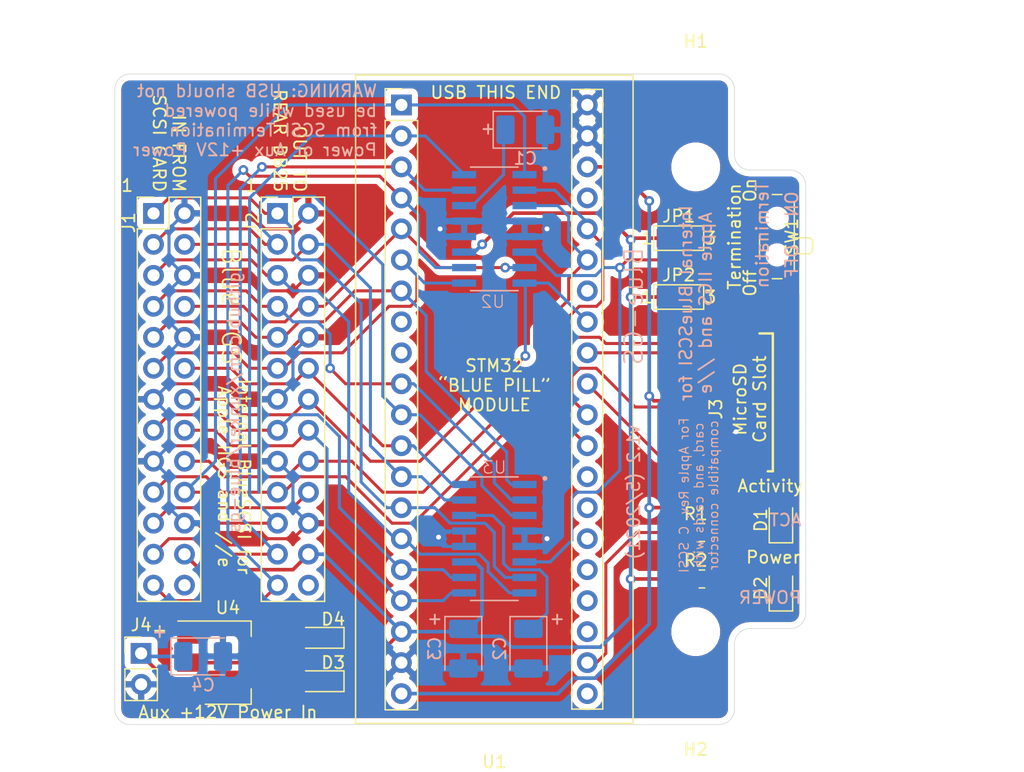
<source format=kicad_pcb>
(kicad_pcb (version 20171130) (host pcbnew "(5.1.8-0-10_14)")

  (general
    (thickness 1.6)
    (drawings 52)
    (tracks 454)
    (zones 0)
    (modules 23)
    (nets 52)
  )

  (page A4)
  (layers
    (0 F.Cu signal)
    (31 B.Cu signal)
    (32 B.Adhes user)
    (33 F.Adhes user)
    (34 B.Paste user)
    (35 F.Paste user)
    (36 B.SilkS user)
    (37 F.SilkS user)
    (38 B.Mask user)
    (39 F.Mask user)
    (40 Dwgs.User user)
    (41 Cmts.User user)
    (42 Eco1.User user)
    (43 Eco2.User user)
    (44 Edge.Cuts user)
    (45 Margin user)
    (46 B.CrtYd user)
    (47 F.CrtYd user)
    (48 B.Fab user)
    (49 F.Fab user)
  )

  (setup
    (last_trace_width 0.25)
    (trace_clearance 0.2)
    (zone_clearance 0.508)
    (zone_45_only no)
    (trace_min 0.2)
    (via_size 0.8)
    (via_drill 0.4)
    (via_min_size 0.4)
    (via_min_drill 0.3)
    (uvia_size 0.3)
    (uvia_drill 0.1)
    (uvias_allowed no)
    (uvia_min_size 0.2)
    (uvia_min_drill 0.1)
    (edge_width 0.05)
    (segment_width 0.2)
    (pcb_text_width 0.3)
    (pcb_text_size 1.5 1.5)
    (mod_edge_width 0.12)
    (mod_text_size 1 1)
    (mod_text_width 0.15)
    (pad_size 1.524 1.524)
    (pad_drill 0.762)
    (pad_to_mask_clearance 0)
    (aux_axis_origin 0 0)
    (visible_elements FFFFFF7F)
    (pcbplotparams
      (layerselection 0x01cfc_ffffffff)
      (usegerberextensions false)
      (usegerberattributes true)
      (usegerberadvancedattributes true)
      (creategerberjobfile false)
      (excludeedgelayer true)
      (linewidth 0.100000)
      (plotframeref false)
      (viasonmask false)
      (mode 1)
      (useauxorigin false)
      (hpglpennumber 1)
      (hpglpenspeed 20)
      (hpglpendiameter 15.000000)
      (psnegative false)
      (psa4output false)
      (plotreference true)
      (plotvalue true)
      (plotinvisibletext false)
      (padsonsilk false)
      (subtractmaskfromsilk false)
      (outputformat 1)
      (mirror false)
      (drillshape 0)
      (scaleselection 1)
      (outputdirectory "/Users/mnielsen/Downloads/"))
  )

  (net 0 "")
  (net 1 "Net-(U1-Pad37)")
  (net 2 "Net-(U1-Pad34)")
  (net 3 "Net-(U1-Pad8)")
  (net 4 "Net-(U1-Pad9)")
  (net 5 "Net-(U1-Pad28)")
  (net 6 "Net-(U1-Pad25)")
  (net 7 "Net-(U1-Pad24)")
  (net 8 "Net-(U1-Pad23)")
  (net 9 "Net-(U1-Pad21)")
  (net 10 "Net-(J1-Pad26)")
  (net 11 "Net-(J2-Pad26)")
  (net 12 +5V)
  (net 13 GND)
  (net 14 /SCSI_DB4)
  (net 15 /SCSI_DB2)
  (net 16 /SCSI_DB1)
  (net 17 /SCSI_DBP)
  (net 18 /SCSI_SEL)
  (net 19 /SCSI_ATN)
  (net 20 /SCSI_C_D)
  (net 21 /SCSI_DB7)
  (net 22 /SCSI_DB6)
  (net 23 /SCSI_DB5)
  (net 24 /SCSI_DB3)
  (net 25 /SCSI_DB0)
  (net 26 /SCSI_BSY)
  (net 27 /SCSI_ACK)
  (net 28 /SCSI_RST)
  (net 29 /SCSI_I_O)
  (net 30 /SCSI_MSG)
  (net 31 /SCSI_REQ)
  (net 32 /SD_MISO)
  (net 33 /SD_CSK)
  (net 34 +3V3)
  (net 35 /SD_MOSI)
  (net 36 /SD_CS)
  (net 37 "Net-(J3-Pad8)")
  (net 38 "Net-(J3-Pad1)")
  (net 39 "Net-(D2-Pad2)")
  (net 40 "Net-(C1-Pad1)")
  (net 41 "Net-(C2-Pad1)")
  (net 42 /TERM_DISC)
  (net 43 "Net-(D1-Pad1)")
  (net 44 /DEBUG_RX)
  (net 45 /DEBUG_TX)
  (net 46 "Net-(D4-Pad2)")
  (net 47 /+12V_AUX)
  (net 48 /TERM_EN)
  (net 49 /TERM_DIS)
  (net 50 /DISK_ACT)
  (net 51 /REG_OUT)

  (net_class Default "This is the default net class."
    (clearance 0.2)
    (trace_width 0.25)
    (via_dia 0.8)
    (via_drill 0.4)
    (uvia_dia 0.3)
    (uvia_drill 0.1)
    (add_net /DEBUG_RX)
    (add_net /DEBUG_TX)
    (add_net /DISK_ACT)
    (add_net /SCSI_ACK)
    (add_net /SCSI_ATN)
    (add_net /SCSI_BSY)
    (add_net /SCSI_C_D)
    (add_net /SCSI_DB0)
    (add_net /SCSI_DB1)
    (add_net /SCSI_DB2)
    (add_net /SCSI_DB3)
    (add_net /SCSI_DB4)
    (add_net /SCSI_DB5)
    (add_net /SCSI_DB6)
    (add_net /SCSI_DB7)
    (add_net /SCSI_DBP)
    (add_net /SCSI_I_O)
    (add_net /SCSI_MSG)
    (add_net /SCSI_REQ)
    (add_net /SCSI_RST)
    (add_net /SCSI_SEL)
    (add_net /SD_CS)
    (add_net /SD_CSK)
    (add_net /SD_MISO)
    (add_net /SD_MOSI)
    (add_net /TERM_DIS)
    (add_net /TERM_DISC)
    (add_net /TERM_EN)
    (add_net GND)
    (add_net "Net-(C1-Pad1)")
    (add_net "Net-(C2-Pad1)")
    (add_net "Net-(D1-Pad1)")
    (add_net "Net-(D2-Pad2)")
    (add_net "Net-(D4-Pad2)")
    (add_net "Net-(J1-Pad26)")
    (add_net "Net-(J2-Pad26)")
    (add_net "Net-(J3-Pad1)")
    (add_net "Net-(J3-Pad8)")
    (add_net "Net-(U1-Pad21)")
    (add_net "Net-(U1-Pad23)")
    (add_net "Net-(U1-Pad24)")
    (add_net "Net-(U1-Pad25)")
    (add_net "Net-(U1-Pad28)")
    (add_net "Net-(U1-Pad34)")
    (add_net "Net-(U1-Pad37)")
    (add_net "Net-(U1-Pad8)")
    (add_net "Net-(U1-Pad9)")
  )

  (net_class POWER ""
    (clearance 0.2)
    (trace_width 0.3)
    (via_dia 0.8)
    (via_drill 0.4)
    (uvia_dia 0.3)
    (uvia_drill 0.1)
    (add_net +3V3)
    (add_net +5V)
    (add_net /+12V_AUX)
    (add_net /REG_OUT)
  )

  (module Jumper:SolderJumper-3_P1.3mm_Open_Pad1.0x1.5mm_NumberLabels (layer F.Cu) (tedit 5A3F6CCC) (tstamp 608A2DCD)
    (at 175.133 66.548)
    (descr "SMD Solder Jumper, 1x1.5mm Pads, 0.3mm gap, open, labeled with numbers")
    (tags "solder jumper open")
    (path /608B8DEE)
    (attr virtual)
    (fp_text reference JP2 (at 0 -1.8) (layer F.SilkS)
      (effects (font (size 1 1) (thickness 0.15)))
    )
    (fp_text value Jumper_3_Open (at 0 1.9) (layer F.Fab)
      (effects (font (size 1 1) (thickness 0.15)))
    )
    (fp_line (start 2.3 1.25) (end -2.3 1.25) (layer F.CrtYd) (width 0.05))
    (fp_line (start 2.3 1.25) (end 2.3 -1.25) (layer F.CrtYd) (width 0.05))
    (fp_line (start -2.3 -1.25) (end -2.3 1.25) (layer F.CrtYd) (width 0.05))
    (fp_line (start -2.3 -1.25) (end 2.3 -1.25) (layer F.CrtYd) (width 0.05))
    (fp_line (start -2.05 -1) (end 2.05 -1) (layer F.SilkS) (width 0.12))
    (fp_line (start 2.05 -1) (end 2.05 1) (layer F.SilkS) (width 0.12))
    (fp_line (start 2.05 1) (end -2.05 1) (layer F.SilkS) (width 0.12))
    (fp_line (start -2.05 1) (end -2.05 -1) (layer F.SilkS) (width 0.12))
    (fp_text user 1 (at -2.6 0) (layer F.SilkS)
      (effects (font (size 1 1) (thickness 0.15)))
    )
    (fp_text user 3 (at 2.6 0) (layer F.SilkS)
      (effects (font (size 1 1) (thickness 0.15)))
    )
    (pad 1 smd rect (at -1.3 0) (size 1 1.5) (layers F.Cu F.Mask)
      (net 12 +5V))
    (pad 2 smd rect (at 0 0) (size 1 1.5) (layers F.Cu F.Mask)
      (net 49 /TERM_DIS))
    (pad 3 smd rect (at 1.3 0) (size 1 1.5) (layers F.Cu F.Mask)
      (net 13 GND))
  )

  (module Jumper:SolderJumper-3_P1.3mm_Open_Pad1.0x1.5mm_NumberLabels (layer F.Cu) (tedit 5A3F6CCC) (tstamp 608A414D)
    (at 175.133 61.722)
    (descr "SMD Solder Jumper, 1x1.5mm Pads, 0.3mm gap, open, labeled with numbers")
    (tags "solder jumper open")
    (path /608B8175)
    (attr virtual)
    (fp_text reference JP1 (at 0 -1.8) (layer F.SilkS)
      (effects (font (size 1 1) (thickness 0.15)))
    )
    (fp_text value Jumper_3_Open (at 0 1.9) (layer F.Fab)
      (effects (font (size 1 1) (thickness 0.15)))
    )
    (fp_line (start 2.3 1.25) (end -2.3 1.25) (layer F.CrtYd) (width 0.05))
    (fp_line (start 2.3 1.25) (end 2.3 -1.25) (layer F.CrtYd) (width 0.05))
    (fp_line (start -2.3 -1.25) (end -2.3 1.25) (layer F.CrtYd) (width 0.05))
    (fp_line (start -2.3 -1.25) (end 2.3 -1.25) (layer F.CrtYd) (width 0.05))
    (fp_line (start -2.05 -1) (end 2.05 -1) (layer F.SilkS) (width 0.12))
    (fp_line (start 2.05 -1) (end 2.05 1) (layer F.SilkS) (width 0.12))
    (fp_line (start 2.05 1) (end -2.05 1) (layer F.SilkS) (width 0.12))
    (fp_line (start -2.05 1) (end -2.05 -1) (layer F.SilkS) (width 0.12))
    (fp_text user 1 (at -2.6 0) (layer F.SilkS)
      (effects (font (size 1 1) (thickness 0.15)))
    )
    (fp_text user 3 (at 2.6 0) (layer F.SilkS)
      (effects (font (size 1 1) (thickness 0.15)))
    )
    (pad 1 smd rect (at -1.3 0) (size 1 1.5) (layers F.Cu F.Mask)
      (net 12 +5V))
    (pad 2 smd rect (at 0 0) (size 1 1.5) (layers F.Cu F.Mask)
      (net 48 /TERM_EN))
    (pad 3 smd rect (at 1.3 0) (size 1 1.5) (layers F.Cu F.Mask)
      (net 13 GND))
  )

  (module "Molex 105162-0001:105162-0001" (layer F.Cu) (tedit 6089A22D) (tstamp 608A0B02)
    (at 176.403 75.184 90)
    (descr <b>105162-0001</b><br>)
    (path /6089B89F)
    (fp_text reference J3 (at -0.549 1.778 90) (layer F.SilkS)
      (effects (font (size 1 1) (thickness 0.15)))
    )
    (fp_text value 105162-0001 (at -0.549 3.399 90) (layer F.Fab)
      (effects (font (size 1 1) (thickness 0.015)))
    )
    (fp_circle (center 3.584 8.15) (end 3.640569 8.15) (layer Dwgs.User) (width 0.2))
    (fp_line (start -5.65 6.45) (end -5.65 6.028) (layer F.SilkS) (width 0.2))
    (fp_line (start 5.65 6.45) (end 5.65 5.355) (layer F.SilkS) (width 0.2))
    (fp_line (start -5.65 6.45) (end 5.65 6.45) (layer F.SilkS) (width 0.2))
    (fp_line (start -5.65 6.45) (end -5.65 0) (layer F.Fab) (width 0.2))
    (fp_line (start 5.65 6.45) (end -5.65 6.45) (layer F.Fab) (width 0.2))
    (fp_line (start 5.65 0) (end 5.65 6.45) (layer F.Fab) (width 0.2))
    (fp_line (start -5.65 0) (end 5.65 0) (layer F.Fab) (width 0.2))
    (pad 15 smd rect (at -2.204 0.105 90) (size 2.91 0.55) (layers F.Cu F.Paste F.Mask))
    (pad 14 smd rect (at 1.986 0.105 90) (size 2.91 0.55) (layers F.Cu F.Paste F.Mask))
    (pad 13 smd rect (at -5.325 4.535 90) (size 1.05 2.39) (layers F.Cu F.Paste F.Mask)
      (net 13 GND))
    (pad 12 smd rect (at -5.325 1.35 90) (size 1.05 1.2) (layers F.Cu F.Paste F.Mask)
      (net 13 GND))
    (pad 11 smd rect (at 5.325 0.78 90) (size 1.05 1.2) (layers F.Cu F.Paste F.Mask)
      (net 13 GND))
    (pad 10 smd rect (at 5.325 3.39 90) (size 1.05 1.08) (layers F.Cu F.Paste F.Mask)
      (net 13 GND))
    (pad 9 smd rect (at 5.31 4.66 90) (size 0.72 0.78) (layers F.Cu F.Paste F.Mask)
      (net 13 GND))
    (pad 8 smd rect (at -4.15 7.34 90) (size 0.5 1) (layers F.Cu F.Paste F.Mask)
      (net 37 "Net-(J3-Pad8)"))
    (pad 7 smd rect (at -3.05 7.34 90) (size 0.5 1) (layers F.Cu F.Paste F.Mask)
      (net 32 /SD_MISO))
    (pad 6 smd rect (at -1.95 7.34 90) (size 0.5 1) (layers F.Cu F.Paste F.Mask)
      (net 13 GND))
    (pad 5 smd rect (at -0.85 7.34 90) (size 0.5 1) (layers F.Cu F.Paste F.Mask)
      (net 33 /SD_CSK))
    (pad 4 smd rect (at 0.25 7.34 90) (size 0.5 1) (layers F.Cu F.Paste F.Mask)
      (net 34 +3V3))
    (pad 3 smd rect (at 1.35 7.34 90) (size 0.5 1) (layers F.Cu F.Paste F.Mask)
      (net 35 /SD_MOSI))
    (pad 2 smd rect (at 2.45 7.34 90) (size 0.5 1) (layers F.Cu F.Paste F.Mask)
      (net 36 /SD_CS))
    (pad 1 smd rect (at 3.55 7.34 90) (size 0.5 1) (layers F.Cu F.Paste F.Mask)
      (net 38 "Net-(J3-Pad1)"))
  )

  (module Diode_SMD:D_SOD-323_HandSoldering (layer F.Cu) (tedit 58641869) (tstamp 608620EB)
    (at 145.796 94.488 180)
    (descr SOD-323)
    (tags SOD-323)
    (path /6086EF1B)
    (attr smd)
    (fp_text reference D4 (at -1.016 1.524) (layer F.SilkS)
      (effects (font (size 1 1) (thickness 0.15)))
    )
    (fp_text value 1N5817,CUS08F30-H3F (at 0.1 1.9) (layer F.Fab)
      (effects (font (size 1 1) (thickness 0.15)))
    )
    (fp_line (start -1.9 -0.85) (end -1.9 0.85) (layer F.SilkS) (width 0.12))
    (fp_line (start 0.2 0) (end 0.45 0) (layer F.Fab) (width 0.1))
    (fp_line (start 0.2 0.35) (end -0.3 0) (layer F.Fab) (width 0.1))
    (fp_line (start 0.2 -0.35) (end 0.2 0.35) (layer F.Fab) (width 0.1))
    (fp_line (start -0.3 0) (end 0.2 -0.35) (layer F.Fab) (width 0.1))
    (fp_line (start -0.3 0) (end -0.5 0) (layer F.Fab) (width 0.1))
    (fp_line (start -0.3 -0.35) (end -0.3 0.35) (layer F.Fab) (width 0.1))
    (fp_line (start -0.9 0.7) (end -0.9 -0.7) (layer F.Fab) (width 0.1))
    (fp_line (start 0.9 0.7) (end -0.9 0.7) (layer F.Fab) (width 0.1))
    (fp_line (start 0.9 -0.7) (end 0.9 0.7) (layer F.Fab) (width 0.1))
    (fp_line (start -0.9 -0.7) (end 0.9 -0.7) (layer F.Fab) (width 0.1))
    (fp_line (start -2 -0.95) (end 2 -0.95) (layer F.CrtYd) (width 0.05))
    (fp_line (start 2 -0.95) (end 2 0.95) (layer F.CrtYd) (width 0.05))
    (fp_line (start -2 0.95) (end 2 0.95) (layer F.CrtYd) (width 0.05))
    (fp_line (start -2 -0.95) (end -2 0.95) (layer F.CrtYd) (width 0.05))
    (fp_line (start -1.9 0.85) (end 1.25 0.85) (layer F.SilkS) (width 0.12))
    (fp_line (start -1.9 -0.85) (end 1.25 -0.85) (layer F.SilkS) (width 0.12))
    (fp_text user %R (at 0 -1.85) (layer F.Fab)
      (effects (font (size 1 1) (thickness 0.15)))
    )
    (pad 2 smd rect (at 1.25 0 180) (size 1 1) (layers F.Cu F.Paste F.Mask)
      (net 46 "Net-(D4-Pad2)"))
    (pad 1 smd rect (at -1.25 0 180) (size 1 1) (layers F.Cu F.Paste F.Mask)
      (net 13 GND))
    (model ${KISYS3DMOD}/Diode_SMD.3dshapes/D_SOD-323.wrl
      (at (xyz 0 0 0))
      (scale (xyz 1 1 1))
      (rotate (xyz 0 0 0))
    )
  )

  (module Diode_SMD:D_SOD-323_HandSoldering (layer F.Cu) (tedit 58641869) (tstamp 608638B7)
    (at 145.796 98.044 180)
    (descr SOD-323)
    (tags SOD-323)
    (path /6086E55B)
    (attr smd)
    (fp_text reference D3 (at -1.016 1.524) (layer F.SilkS)
      (effects (font (size 1 1) (thickness 0.15)))
    )
    (fp_text value 1N5817,1N5817,CUS08F30-H3F (at 0.1 1.9) (layer F.Fab)
      (effects (font (size 1 1) (thickness 0.15)))
    )
    (fp_line (start -1.9 -0.85) (end -1.9 0.85) (layer F.SilkS) (width 0.12))
    (fp_line (start 0.2 0) (end 0.45 0) (layer F.Fab) (width 0.1))
    (fp_line (start 0.2 0.35) (end -0.3 0) (layer F.Fab) (width 0.1))
    (fp_line (start 0.2 -0.35) (end 0.2 0.35) (layer F.Fab) (width 0.1))
    (fp_line (start -0.3 0) (end 0.2 -0.35) (layer F.Fab) (width 0.1))
    (fp_line (start -0.3 0) (end -0.5 0) (layer F.Fab) (width 0.1))
    (fp_line (start -0.3 -0.35) (end -0.3 0.35) (layer F.Fab) (width 0.1))
    (fp_line (start -0.9 0.7) (end -0.9 -0.7) (layer F.Fab) (width 0.1))
    (fp_line (start 0.9 0.7) (end -0.9 0.7) (layer F.Fab) (width 0.1))
    (fp_line (start 0.9 -0.7) (end 0.9 0.7) (layer F.Fab) (width 0.1))
    (fp_line (start -0.9 -0.7) (end 0.9 -0.7) (layer F.Fab) (width 0.1))
    (fp_line (start -2 -0.95) (end 2 -0.95) (layer F.CrtYd) (width 0.05))
    (fp_line (start 2 -0.95) (end 2 0.95) (layer F.CrtYd) (width 0.05))
    (fp_line (start -2 0.95) (end 2 0.95) (layer F.CrtYd) (width 0.05))
    (fp_line (start -2 -0.95) (end -2 0.95) (layer F.CrtYd) (width 0.05))
    (fp_line (start -1.9 0.85) (end 1.25 0.85) (layer F.SilkS) (width 0.12))
    (fp_line (start -1.9 -0.85) (end 1.25 -0.85) (layer F.SilkS) (width 0.12))
    (fp_text user %R (at 0 -1.85) (layer F.Fab)
      (effects (font (size 1 1) (thickness 0.15)))
    )
    (pad 2 smd rect (at 1.25 0 180) (size 1 1) (layers F.Cu F.Paste F.Mask)
      (net 51 /REG_OUT))
    (pad 1 smd rect (at -1.25 0 180) (size 1 1) (layers F.Cu F.Paste F.Mask)
      (net 12 +5V))
    (model ${KISYS3DMOD}/Diode_SMD.3dshapes/D_SOD-323.wrl
      (at (xyz 0 0 0))
      (scale (xyz 1 1 1))
      (rotate (xyz 0 0 0))
    )
  )

  (module Package_TO_SOT_SMD:SOT-223-3_TabPin2 (layer F.Cu) (tedit 5A02FF57) (tstamp 60867787)
    (at 138.176 96.52)
    (descr "module CMS SOT223 4 pins")
    (tags "CMS SOT")
    (path /608623C0)
    (attr smd)
    (fp_text reference U4 (at 0 -4.5) (layer F.SilkS)
      (effects (font (size 1 1) (thickness 0.15)))
    )
    (fp_text value AMS1117-5.0 (at 0 4.5) (layer F.Fab)
      (effects (font (size 1 1) (thickness 0.15)))
    )
    (fp_line (start 1.85 -3.35) (end 1.85 3.35) (layer F.Fab) (width 0.1))
    (fp_line (start -1.85 3.35) (end 1.85 3.35) (layer F.Fab) (width 0.1))
    (fp_line (start -4.1 -3.41) (end 1.91 -3.41) (layer F.SilkS) (width 0.12))
    (fp_line (start -0.85 -3.35) (end 1.85 -3.35) (layer F.Fab) (width 0.1))
    (fp_line (start -1.85 3.41) (end 1.91 3.41) (layer F.SilkS) (width 0.12))
    (fp_line (start -1.85 -2.35) (end -1.85 3.35) (layer F.Fab) (width 0.1))
    (fp_line (start -1.85 -2.35) (end -0.85 -3.35) (layer F.Fab) (width 0.1))
    (fp_line (start -4.4 -3.6) (end -4.4 3.6) (layer F.CrtYd) (width 0.05))
    (fp_line (start -4.4 3.6) (end 4.4 3.6) (layer F.CrtYd) (width 0.05))
    (fp_line (start 4.4 3.6) (end 4.4 -3.6) (layer F.CrtYd) (width 0.05))
    (fp_line (start 4.4 -3.6) (end -4.4 -3.6) (layer F.CrtYd) (width 0.05))
    (fp_line (start 1.91 -3.41) (end 1.91 -2.15) (layer F.SilkS) (width 0.12))
    (fp_line (start 1.91 3.41) (end 1.91 2.15) (layer F.SilkS) (width 0.12))
    (fp_text user %R (at 0 0 90) (layer F.Fab)
      (effects (font (size 0.8 0.8) (thickness 0.12)))
    )
    (pad 1 smd rect (at -3.15 -2.3) (size 2 1.5) (layers F.Cu F.Paste F.Mask)
      (net 46 "Net-(D4-Pad2)"))
    (pad 3 smd rect (at -3.15 2.3) (size 2 1.5) (layers F.Cu F.Paste F.Mask)
      (net 47 /+12V_AUX))
    (pad 2 smd rect (at -3.15 0) (size 2 1.5) (layers F.Cu F.Paste F.Mask)
      (net 51 /REG_OUT))
    (pad 2 smd rect (at 3.15 0) (size 2 3.8) (layers F.Cu F.Paste F.Mask)
      (net 51 /REG_OUT))
    (model ${KISYS3DMOD}/Package_TO_SOT_SMD.3dshapes/SOT-223.wrl
      (at (xyz 0 0 0))
      (scale (xyz 1 1 1))
      (rotate (xyz 0 0 0))
    )
  )

  (module Connector_PinHeader_2.54mm:PinHeader_1x02_P2.54mm_Vertical (layer F.Cu) (tedit 59FED5CC) (tstamp 60862237)
    (at 131.064 95.758)
    (descr "Through hole straight pin header, 1x02, 2.54mm pitch, single row")
    (tags "Through hole pin header THT 1x02 2.54mm single row")
    (path /60864BE9)
    (fp_text reference J4 (at 0 -2.33) (layer F.SilkS)
      (effects (font (size 1 1) (thickness 0.15)))
    )
    (fp_text value Conn_01x02_Male (at 0 4.87) (layer F.Fab)
      (effects (font (size 1 1) (thickness 0.15)))
    )
    (fp_line (start 1.8 -1.8) (end -1.8 -1.8) (layer F.CrtYd) (width 0.05))
    (fp_line (start 1.8 4.35) (end 1.8 -1.8) (layer F.CrtYd) (width 0.05))
    (fp_line (start -1.8 4.35) (end 1.8 4.35) (layer F.CrtYd) (width 0.05))
    (fp_line (start -1.8 -1.8) (end -1.8 4.35) (layer F.CrtYd) (width 0.05))
    (fp_line (start -1.33 -1.33) (end 0 -1.33) (layer F.SilkS) (width 0.12))
    (fp_line (start -1.33 0) (end -1.33 -1.33) (layer F.SilkS) (width 0.12))
    (fp_line (start -1.33 1.27) (end 1.33 1.27) (layer F.SilkS) (width 0.12))
    (fp_line (start 1.33 1.27) (end 1.33 3.87) (layer F.SilkS) (width 0.12))
    (fp_line (start -1.33 1.27) (end -1.33 3.87) (layer F.SilkS) (width 0.12))
    (fp_line (start -1.33 3.87) (end 1.33 3.87) (layer F.SilkS) (width 0.12))
    (fp_line (start -1.27 -0.635) (end -0.635 -1.27) (layer F.Fab) (width 0.1))
    (fp_line (start -1.27 3.81) (end -1.27 -0.635) (layer F.Fab) (width 0.1))
    (fp_line (start 1.27 3.81) (end -1.27 3.81) (layer F.Fab) (width 0.1))
    (fp_line (start 1.27 -1.27) (end 1.27 3.81) (layer F.Fab) (width 0.1))
    (fp_line (start -0.635 -1.27) (end 1.27 -1.27) (layer F.Fab) (width 0.1))
    (fp_text user %R (at 0 1.27 90) (layer F.Fab)
      (effects (font (size 1 1) (thickness 0.15)))
    )
    (pad 2 thru_hole oval (at 0 2.54) (size 1.7 1.7) (drill 1) (layers *.Cu *.Mask)
      (net 13 GND))
    (pad 1 thru_hole rect (at 0 0) (size 1.7 1.7) (drill 1) (layers *.Cu *.Mask)
      (net 47 /+12V_AUX))
    (model ${KISYS3DMOD}/Connector_PinHeader_2.54mm.3dshapes/PinHeader_1x02_P2.54mm_Vertical.wrl
      (at (xyz 0 0 0))
      (scale (xyz 1 1 1))
      (rotate (xyz 0 0 0))
    )
  )

  (module Capacitor_Tantalum_SMD:CP_EIA-3528-21_Kemet-B_Pad1.50x2.35mm_HandSolder (layer B.Cu) (tedit 5EBA9318) (tstamp 60862060)
    (at 136.144 96.012)
    (descr "Tantalum Capacitor SMD Kemet-B (3528-21 Metric), IPC_7351 nominal, (Body size from: http://www.kemet.com/Lists/ProductCatalog/Attachments/253/KEM_TC101_STD.pdf), generated with kicad-footprint-generator")
    (tags "capacitor tantalum")
    (path /608634DB)
    (attr smd)
    (fp_text reference C4 (at 0 2.35 180) (layer B.SilkS)
      (effects (font (size 1 1) (thickness 0.15)) (justify mirror))
    )
    (fp_text value 10uF (at 0 -2.35 180) (layer B.Fab)
      (effects (font (size 1 1) (thickness 0.15)) (justify mirror))
    )
    (fp_line (start 2.62 -1.65) (end -2.62 -1.65) (layer B.CrtYd) (width 0.05))
    (fp_line (start 2.62 1.65) (end 2.62 -1.65) (layer B.CrtYd) (width 0.05))
    (fp_line (start -2.62 1.65) (end 2.62 1.65) (layer B.CrtYd) (width 0.05))
    (fp_line (start -2.62 -1.65) (end -2.62 1.65) (layer B.CrtYd) (width 0.05))
    (fp_line (start -2.635 -1.51) (end 1.75 -1.51) (layer B.SilkS) (width 0.12))
    (fp_line (start -2.635 1.51) (end -2.635 -1.51) (layer B.SilkS) (width 0.12))
    (fp_line (start 1.75 1.51) (end -2.635 1.51) (layer B.SilkS) (width 0.12))
    (fp_line (start 1.75 -1.4) (end 1.75 1.4) (layer B.Fab) (width 0.1))
    (fp_line (start -1.75 -1.4) (end 1.75 -1.4) (layer B.Fab) (width 0.1))
    (fp_line (start -1.75 0.7) (end -1.75 -1.4) (layer B.Fab) (width 0.1))
    (fp_line (start -1.05 1.4) (end -1.75 0.7) (layer B.Fab) (width 0.1))
    (fp_line (start 1.75 1.4) (end -1.05 1.4) (layer B.Fab) (width 0.1))
    (fp_text user %R (at 0 0 180) (layer B.Fab)
      (effects (font (size 0.88 0.88) (thickness 0.13)) (justify mirror))
    )
    (pad 2 smd roundrect (at 1.625 0) (size 1.5 2.35) (layers B.Cu B.Paste B.Mask) (roundrect_rratio 0.166667)
      (net 13 GND))
    (pad 1 smd roundrect (at -1.625 0) (size 1.5 2.35) (layers B.Cu B.Paste B.Mask) (roundrect_rratio 0.166667)
      (net 47 /+12V_AUX))
    (model ${KISYS3DMOD}/Capacitor_Tantalum_SMD.3dshapes/CP_EIA-3528-21_Kemet-B.wrl
      (at (xyz 0 0 0))
      (scale (xyz 1 1 1))
      (rotate (xyz 0 0 0))
    )
  )

  (module Button_Switch_SMD:SW_SPDT_PCM12 (layer F.Cu) (tedit 5A02FC95) (tstamp 60601A98)
    (at 182.88 61.595 90)
    (descr "Ultraminiature Surface Mount Slide Switch, right-angle, https://www.ckswitches.com/media/1424/pcm.pdf")
    (path /6062FC1A)
    (attr smd)
    (fp_text reference SW1 (at 0 1.524 90) (layer F.SilkS)
      (effects (font (size 1 1) (thickness 0.15)))
    )
    (fp_text value SW_SPDT (at 0 4.25 90) (layer F.Fab)
      (effects (font (size 1 1) (thickness 0.15)))
    )
    (fp_line (start -1.4 1.65) (end -1.4 2.95) (layer F.Fab) (width 0.1))
    (fp_line (start -1.4 2.95) (end -1.2 3.15) (layer F.Fab) (width 0.1))
    (fp_line (start -1.2 3.15) (end -0.35 3.15) (layer F.Fab) (width 0.1))
    (fp_line (start -0.35 3.15) (end -0.15 2.95) (layer F.Fab) (width 0.1))
    (fp_line (start -0.15 2.95) (end -0.1 2.9) (layer F.Fab) (width 0.1))
    (fp_line (start -0.1 2.9) (end -0.1 1.6) (layer F.Fab) (width 0.1))
    (fp_line (start -3.35 -1) (end -3.35 1.6) (layer F.Fab) (width 0.1))
    (fp_line (start -3.35 1.6) (end 3.35 1.6) (layer F.Fab) (width 0.1))
    (fp_line (start 3.35 1.6) (end 3.35 -1) (layer F.Fab) (width 0.1))
    (fp_line (start 3.35 -1) (end -3.35 -1) (layer F.Fab) (width 0.1))
    (fp_line (start 1.4 -1.12) (end 1.6 -1.12) (layer F.SilkS) (width 0.12))
    (fp_line (start -4.4 -2.45) (end 4.4 -2.45) (layer F.CrtYd) (width 0.05))
    (fp_line (start 4.4 -2.45) (end 4.4 2.1) (layer F.CrtYd) (width 0.05))
    (fp_line (start 4.4 2.1) (end 1.65 2.1) (layer F.CrtYd) (width 0.05))
    (fp_line (start 1.65 2.1) (end 1.65 3.4) (layer F.CrtYd) (width 0.05))
    (fp_line (start 1.65 3.4) (end -1.65 3.4) (layer F.CrtYd) (width 0.05))
    (fp_line (start -1.65 3.4) (end -1.65 2.1) (layer F.CrtYd) (width 0.05))
    (fp_line (start -1.65 2.1) (end -4.4 2.1) (layer F.CrtYd) (width 0.05))
    (fp_line (start -4.4 2.1) (end -4.4 -2.45) (layer F.CrtYd) (width 0.05))
    (fp_line (start -1.4 3.02) (end -1.2 3.23) (layer F.SilkS) (width 0.12))
    (fp_line (start -0.1 3.02) (end -0.3 3.23) (layer F.SilkS) (width 0.12))
    (fp_line (start -1.4 1.73) (end -1.4 3.02) (layer F.SilkS) (width 0.12))
    (fp_line (start -1.2 3.23) (end -0.3 3.23) (layer F.SilkS) (width 0.12))
    (fp_line (start -0.1 3.02) (end -0.1 1.73) (layer F.SilkS) (width 0.12))
    (fp_line (start -2.85 1.73) (end 2.85 1.73) (layer F.SilkS) (width 0.12))
    (fp_line (start -1.6 -1.12) (end 0.1 -1.12) (layer F.SilkS) (width 0.12))
    (fp_line (start -3.45 -0.07) (end -3.45 0.72) (layer F.SilkS) (width 0.12))
    (fp_line (start 3.45 0.72) (end 3.45 -0.07) (layer F.SilkS) (width 0.12))
    (fp_text user %R (at 0 -3.2 90) (layer F.Fab)
      (effects (font (size 1 1) (thickness 0.15)))
    )
    (pad "" smd rect (at -3.65 -0.78 90) (size 1 0.8) (layers F.Cu F.Paste F.Mask))
    (pad "" smd rect (at 3.65 -0.78 90) (size 1 0.8) (layers F.Cu F.Paste F.Mask))
    (pad "" smd rect (at 3.65 1.43 90) (size 1 0.8) (layers F.Cu F.Paste F.Mask))
    (pad "" smd rect (at -3.65 1.43 90) (size 1 0.8) (layers F.Cu F.Paste F.Mask))
    (pad 3 smd rect (at 2.25 -1.43 90) (size 0.7 1.5) (layers F.Cu F.Paste F.Mask)
      (net 48 /TERM_EN))
    (pad 2 smd rect (at 0.75 -1.43 90) (size 0.7 1.5) (layers F.Cu F.Paste F.Mask)
      (net 42 /TERM_DISC))
    (pad 1 smd rect (at -2.25 -1.43 90) (size 0.7 1.5) (layers F.Cu F.Paste F.Mask)
      (net 49 /TERM_DIS))
    (pad "" np_thru_hole circle (at 1.5 0.33 90) (size 0.9 0.9) (drill 0.9) (layers *.Cu *.Mask))
    (pad "" np_thru_hole circle (at -1.5 0.33 90) (size 0.9 0.9) (drill 0.9) (layers *.Cu *.Mask))
    (model ${KISYS3DMOD}/Button_Switch_SMD.3dshapes/SW_SPDT_PCM12.wrl
      (at (xyz 0 0 0))
      (scale (xyz 1 1 1))
      (rotate (xyz 0 0 0))
    )
  )

  (module Capacitor_Tantalum_SMD:CP_EIA-3528-21_Kemet-B_Pad1.50x2.35mm_HandSolder (layer B.Cu) (tedit 5EBA9318) (tstamp 60623C5A)
    (at 157.48 95.377 270)
    (descr "Tantalum Capacitor SMD Kemet-B (3528-21 Metric), IPC_7351 nominal, (Body size from: http://www.kemet.com/Lists/ProductCatalog/Attachments/253/KEM_TC101_STD.pdf), generated with kicad-footprint-generator")
    (tags "capacitor tantalum")
    (path /60643B6E)
    (attr smd)
    (fp_text reference C3 (at 0 2.35 90) (layer B.SilkS)
      (effects (font (size 1 1) (thickness 0.15)) (justify mirror))
    )
    (fp_text value "4.7uF, 6.3v" (at 0 -2.35 90) (layer B.Fab)
      (effects (font (size 1 1) (thickness 0.15)) (justify mirror))
    )
    (fp_line (start 2.62 -1.65) (end -2.62 -1.65) (layer B.CrtYd) (width 0.05))
    (fp_line (start 2.62 1.65) (end 2.62 -1.65) (layer B.CrtYd) (width 0.05))
    (fp_line (start -2.62 1.65) (end 2.62 1.65) (layer B.CrtYd) (width 0.05))
    (fp_line (start -2.62 -1.65) (end -2.62 1.65) (layer B.CrtYd) (width 0.05))
    (fp_line (start -2.635 -1.51) (end 1.75 -1.51) (layer B.SilkS) (width 0.12))
    (fp_line (start -2.635 1.51) (end -2.635 -1.51) (layer B.SilkS) (width 0.12))
    (fp_line (start 1.75 1.51) (end -2.635 1.51) (layer B.SilkS) (width 0.12))
    (fp_line (start 1.75 -1.4) (end 1.75 1.4) (layer B.Fab) (width 0.1))
    (fp_line (start -1.75 -1.4) (end 1.75 -1.4) (layer B.Fab) (width 0.1))
    (fp_line (start -1.75 0.7) (end -1.75 -1.4) (layer B.Fab) (width 0.1))
    (fp_line (start -1.05 1.4) (end -1.75 0.7) (layer B.Fab) (width 0.1))
    (fp_line (start 1.75 1.4) (end -1.05 1.4) (layer B.Fab) (width 0.1))
    (fp_text user %R (at 0 0 90) (layer B.Fab)
      (effects (font (size 0.88 0.88) (thickness 0.13)) (justify mirror))
    )
    (pad 2 smd roundrect (at 1.625 0 270) (size 1.5 2.35) (layers B.Cu B.Paste B.Mask) (roundrect_rratio 0.166667)
      (net 13 GND))
    (pad 1 smd roundrect (at -1.625 0 270) (size 1.5 2.35) (layers B.Cu B.Paste B.Mask) (roundrect_rratio 0.166667)
      (net 12 +5V))
    (model ${KISYS3DMOD}/Capacitor_Tantalum_SMD.3dshapes/CP_EIA-3528-21_Kemet-B.wrl
      (at (xyz 0 0 0))
      (scale (xyz 1 1 1))
      (rotate (xyz 0 0 0))
    )
  )

  (module Capacitor_Tantalum_SMD:CP_EIA-3528-21_Kemet-B_Pad1.50x2.35mm_HandSolder (layer B.Cu) (tedit 5EBA9318) (tstamp 6062A617)
    (at 162.814 95.377 270)
    (descr "Tantalum Capacitor SMD Kemet-B (3528-21 Metric), IPC_7351 nominal, (Body size from: http://www.kemet.com/Lists/ProductCatalog/Attachments/253/KEM_TC101_STD.pdf), generated with kicad-footprint-generator")
    (tags "capacitor tantalum")
    (path /6065BBF1)
    (attr smd)
    (fp_text reference C2 (at 0 2.35 90) (layer B.SilkS)
      (effects (font (size 1 1) (thickness 0.15)) (justify mirror))
    )
    (fp_text value "4.7uF, 6.3v" (at 0 -2.35 90) (layer B.Fab)
      (effects (font (size 1 1) (thickness 0.15)) (justify mirror))
    )
    (fp_line (start 2.62 -1.65) (end -2.62 -1.65) (layer B.CrtYd) (width 0.05))
    (fp_line (start 2.62 1.65) (end 2.62 -1.65) (layer B.CrtYd) (width 0.05))
    (fp_line (start -2.62 1.65) (end 2.62 1.65) (layer B.CrtYd) (width 0.05))
    (fp_line (start -2.62 -1.65) (end -2.62 1.65) (layer B.CrtYd) (width 0.05))
    (fp_line (start -2.635 -1.51) (end 1.75 -1.51) (layer B.SilkS) (width 0.12))
    (fp_line (start -2.635 1.51) (end -2.635 -1.51) (layer B.SilkS) (width 0.12))
    (fp_line (start 1.75 1.51) (end -2.635 1.51) (layer B.SilkS) (width 0.12))
    (fp_line (start 1.75 -1.4) (end 1.75 1.4) (layer B.Fab) (width 0.1))
    (fp_line (start -1.75 -1.4) (end 1.75 -1.4) (layer B.Fab) (width 0.1))
    (fp_line (start -1.75 0.7) (end -1.75 -1.4) (layer B.Fab) (width 0.1))
    (fp_line (start -1.05 1.4) (end -1.75 0.7) (layer B.Fab) (width 0.1))
    (fp_line (start 1.75 1.4) (end -1.05 1.4) (layer B.Fab) (width 0.1))
    (fp_text user %R (at 0 0 90) (layer B.Fab)
      (effects (font (size 0.88 0.88) (thickness 0.13)) (justify mirror))
    )
    (pad 2 smd roundrect (at 1.625 0 270) (size 1.5 2.35) (layers B.Cu B.Paste B.Mask) (roundrect_rratio 0.166667)
      (net 13 GND))
    (pad 1 smd roundrect (at -1.625 0 270) (size 1.5 2.35) (layers B.Cu B.Paste B.Mask) (roundrect_rratio 0.166667)
      (net 41 "Net-(C2-Pad1)"))
    (model ${KISYS3DMOD}/Capacitor_Tantalum_SMD.3dshapes/CP_EIA-3528-21_Kemet-B.wrl
      (at (xyz 0 0 0))
      (scale (xyz 1 1 1))
      (rotate (xyz 0 0 0))
    )
  )

  (module Capacitor_Tantalum_SMD:CP_EIA-3528-21_Kemet-B_Pad1.50x2.35mm_HandSolder (layer B.Cu) (tedit 5EBA9318) (tstamp 6060AB17)
    (at 162.56 52.832)
    (descr "Tantalum Capacitor SMD Kemet-B (3528-21 Metric), IPC_7351 nominal, (Body size from: http://www.kemet.com/Lists/ProductCatalog/Attachments/253/KEM_TC101_STD.pdf), generated with kicad-footprint-generator")
    (tags "capacitor tantalum")
    (path /606444B6)
    (attr smd)
    (fp_text reference C1 (at 0 2.35) (layer B.SilkS)
      (effects (font (size 1 1) (thickness 0.15)) (justify mirror))
    )
    (fp_text value "4.7uF, 6.3v" (at 0 -2.35) (layer B.Fab)
      (effects (font (size 1 1) (thickness 0.15)) (justify mirror))
    )
    (fp_line (start 2.62 -1.65) (end -2.62 -1.65) (layer B.CrtYd) (width 0.05))
    (fp_line (start 2.62 1.65) (end 2.62 -1.65) (layer B.CrtYd) (width 0.05))
    (fp_line (start -2.62 1.65) (end 2.62 1.65) (layer B.CrtYd) (width 0.05))
    (fp_line (start -2.62 -1.65) (end -2.62 1.65) (layer B.CrtYd) (width 0.05))
    (fp_line (start -2.635 -1.51) (end 1.75 -1.51) (layer B.SilkS) (width 0.12))
    (fp_line (start -2.635 1.51) (end -2.635 -1.51) (layer B.SilkS) (width 0.12))
    (fp_line (start 1.75 1.51) (end -2.635 1.51) (layer B.SilkS) (width 0.12))
    (fp_line (start 1.75 -1.4) (end 1.75 1.4) (layer B.Fab) (width 0.1))
    (fp_line (start -1.75 -1.4) (end 1.75 -1.4) (layer B.Fab) (width 0.1))
    (fp_line (start -1.75 0.7) (end -1.75 -1.4) (layer B.Fab) (width 0.1))
    (fp_line (start -1.05 1.4) (end -1.75 0.7) (layer B.Fab) (width 0.1))
    (fp_line (start 1.75 1.4) (end -1.05 1.4) (layer B.Fab) (width 0.1))
    (fp_text user %R (at 0 0) (layer B.Fab)
      (effects (font (size 0.88 0.88) (thickness 0.13)) (justify mirror))
    )
    (pad 2 smd roundrect (at 1.625 0) (size 1.5 2.35) (layers B.Cu B.Paste B.Mask) (roundrect_rratio 0.166667)
      (net 13 GND))
    (pad 1 smd roundrect (at -1.625 0) (size 1.5 2.35) (layers B.Cu B.Paste B.Mask) (roundrect_rratio 0.166667)
      (net 40 "Net-(C1-Pad1)"))
    (model ${KISYS3DMOD}/Capacitor_Tantalum_SMD.3dshapes/CP_EIA-3528-21_Kemet-B.wrl
      (at (xyz 0 0 0))
      (scale (xyz 1 1 1))
      (rotate (xyz 0 0 0))
    )
  )

  (module LED_SMD:LED_0805_2012Metric_Pad1.15x1.40mm_HandSolder (layer F.Cu) (tedit 5F68FEF1) (tstamp 60603A56)
    (at 183.515 90.424 90)
    (descr "LED SMD 0805 (2012 Metric), square (rectangular) end terminal, IPC_7351 nominal, (Body size source: https://docs.google.com/spreadsheets/d/1BsfQQcO9C6DZCsRaXUlFlo91Tg2WpOkGARC1WS5S8t0/edit?usp=sharing), generated with kicad-footprint-generator")
    (tags "LED handsolder")
    (path /60631033)
    (attr smd)
    (fp_text reference D2 (at 0 -1.65 90) (layer F.SilkS)
      (effects (font (size 1 1) (thickness 0.15)))
    )
    (fp_text value LED (at 0 1.65 90) (layer F.Fab)
      (effects (font (size 1 1) (thickness 0.15)))
    )
    (fp_line (start 1 -0.6) (end -0.7 -0.6) (layer F.Fab) (width 0.1))
    (fp_line (start -0.7 -0.6) (end -1 -0.3) (layer F.Fab) (width 0.1))
    (fp_line (start -1 -0.3) (end -1 0.6) (layer F.Fab) (width 0.1))
    (fp_line (start -1 0.6) (end 1 0.6) (layer F.Fab) (width 0.1))
    (fp_line (start 1 0.6) (end 1 -0.6) (layer F.Fab) (width 0.1))
    (fp_line (start 1 -0.96) (end -1.86 -0.96) (layer F.SilkS) (width 0.12))
    (fp_line (start -1.86 -0.96) (end -1.86 0.96) (layer F.SilkS) (width 0.12))
    (fp_line (start -1.86 0.96) (end 1 0.96) (layer F.SilkS) (width 0.12))
    (fp_line (start -1.85 0.95) (end -1.85 -0.95) (layer F.CrtYd) (width 0.05))
    (fp_line (start -1.85 -0.95) (end 1.85 -0.95) (layer F.CrtYd) (width 0.05))
    (fp_line (start 1.85 -0.95) (end 1.85 0.95) (layer F.CrtYd) (width 0.05))
    (fp_line (start 1.85 0.95) (end -1.85 0.95) (layer F.CrtYd) (width 0.05))
    (fp_text user %R (at 0 0 90) (layer F.Fab)
      (effects (font (size 0.5 0.5) (thickness 0.08)))
    )
    (pad 2 smd roundrect (at 1.025 0 90) (size 1.15 1.4) (layers F.Cu F.Paste F.Mask) (roundrect_rratio 0.217391)
      (net 39 "Net-(D2-Pad2)"))
    (pad 1 smd roundrect (at -1.025 0 90) (size 1.15 1.4) (layers F.Cu F.Paste F.Mask) (roundrect_rratio 0.217391)
      (net 13 GND))
    (model ${KISYS3DMOD}/LED_SMD.3dshapes/LED_0805_2012Metric.wrl
      (at (xyz 0 0 0))
      (scale (xyz 1 1 1))
      (rotate (xyz 0 0 0))
    )
  )

  (module LED_SMD:LED_0805_2012Metric_Pad1.15x1.40mm_HandSolder (layer F.Cu) (tedit 5F68FEF1) (tstamp 606323EC)
    (at 183.515 84.836 90)
    (descr "LED SMD 0805 (2012 Metric), square (rectangular) end terminal, IPC_7351 nominal, (Body size source: https://docs.google.com/spreadsheets/d/1BsfQQcO9C6DZCsRaXUlFlo91Tg2WpOkGARC1WS5S8t0/edit?usp=sharing), generated with kicad-footprint-generator")
    (tags "LED handsolder")
    (path /60632077)
    (attr smd)
    (fp_text reference D1 (at 0 -1.65 90) (layer F.SilkS)
      (effects (font (size 1 1) (thickness 0.15)))
    )
    (fp_text value LED (at 0 1.65 90) (layer F.Fab)
      (effects (font (size 1 1) (thickness 0.15)))
    )
    (fp_line (start 1 -0.6) (end -0.7 -0.6) (layer F.Fab) (width 0.1))
    (fp_line (start -0.7 -0.6) (end -1 -0.3) (layer F.Fab) (width 0.1))
    (fp_line (start -1 -0.3) (end -1 0.6) (layer F.Fab) (width 0.1))
    (fp_line (start -1 0.6) (end 1 0.6) (layer F.Fab) (width 0.1))
    (fp_line (start 1 0.6) (end 1 -0.6) (layer F.Fab) (width 0.1))
    (fp_line (start 1 -0.96) (end -1.86 -0.96) (layer F.SilkS) (width 0.12))
    (fp_line (start -1.86 -0.96) (end -1.86 0.96) (layer F.SilkS) (width 0.12))
    (fp_line (start -1.86 0.96) (end 1 0.96) (layer F.SilkS) (width 0.12))
    (fp_line (start -1.85 0.95) (end -1.85 -0.95) (layer F.CrtYd) (width 0.05))
    (fp_line (start -1.85 -0.95) (end 1.85 -0.95) (layer F.CrtYd) (width 0.05))
    (fp_line (start 1.85 -0.95) (end 1.85 0.95) (layer F.CrtYd) (width 0.05))
    (fp_line (start 1.85 0.95) (end -1.85 0.95) (layer F.CrtYd) (width 0.05))
    (fp_text user %R (at 0 0 90) (layer F.Fab)
      (effects (font (size 0.5 0.5) (thickness 0.08)))
    )
    (pad 2 smd roundrect (at 1.025 0 90) (size 1.15 1.4) (layers F.Cu F.Paste F.Mask) (roundrect_rratio 0.217391)
      (net 34 +3V3))
    (pad 1 smd roundrect (at -1.025 0 90) (size 1.15 1.4) (layers F.Cu F.Paste F.Mask) (roundrect_rratio 0.217391)
      (net 43 "Net-(D1-Pad1)"))
    (model ${KISYS3DMOD}/LED_SMD.3dshapes/LED_0805_2012Metric.wrl
      (at (xyz 0 0 0))
      (scale (xyz 1 1 1))
      (rotate (xyz 0 0 0))
    )
  )

  (module Resistor_SMD:R_0805_2012Metric_Pad1.20x1.40mm_HandSolder (layer F.Cu) (tedit 5F68FEEE) (tstamp 60603BDC)
    (at 177.038 89.662 180)
    (descr "Resistor SMD 0805 (2012 Metric), square (rectangular) end terminal, IPC_7351 nominal with elongated pad for handsoldering. (Body size source: IPC-SM-782 page 72, https://www.pcb-3d.com/wordpress/wp-content/uploads/ipc-sm-782a_amendment_1_and_2.pdf), generated with kicad-footprint-generator")
    (tags "resistor handsolder")
    (path /60634BDC)
    (attr smd)
    (fp_text reference R2 (at 0.508 1.524) (layer F.SilkS)
      (effects (font (size 1 1) (thickness 0.15)))
    )
    (fp_text value 470 (at 0 1.65) (layer F.Fab)
      (effects (font (size 1 1) (thickness 0.15)))
    )
    (fp_line (start -1 0.625) (end -1 -0.625) (layer F.Fab) (width 0.1))
    (fp_line (start -1 -0.625) (end 1 -0.625) (layer F.Fab) (width 0.1))
    (fp_line (start 1 -0.625) (end 1 0.625) (layer F.Fab) (width 0.1))
    (fp_line (start 1 0.625) (end -1 0.625) (layer F.Fab) (width 0.1))
    (fp_line (start -0.227064 -0.735) (end 0.227064 -0.735) (layer F.SilkS) (width 0.12))
    (fp_line (start -0.227064 0.735) (end 0.227064 0.735) (layer F.SilkS) (width 0.12))
    (fp_line (start -1.85 0.95) (end -1.85 -0.95) (layer F.CrtYd) (width 0.05))
    (fp_line (start -1.85 -0.95) (end 1.85 -0.95) (layer F.CrtYd) (width 0.05))
    (fp_line (start 1.85 -0.95) (end 1.85 0.95) (layer F.CrtYd) (width 0.05))
    (fp_line (start 1.85 0.95) (end -1.85 0.95) (layer F.CrtYd) (width 0.05))
    (fp_text user %R (at 0 0) (layer F.Fab)
      (effects (font (size 0.5 0.5) (thickness 0.08)))
    )
    (pad 2 smd roundrect (at 1 0 180) (size 1.2 1.4) (layers F.Cu F.Paste F.Mask) (roundrect_rratio 0.208333)
      (net 12 +5V))
    (pad 1 smd roundrect (at -1 0 180) (size 1.2 1.4) (layers F.Cu F.Paste F.Mask) (roundrect_rratio 0.208333)
      (net 39 "Net-(D2-Pad2)"))
    (model ${KISYS3DMOD}/Resistor_SMD.3dshapes/R_0805_2012Metric.wrl
      (at (xyz 0 0 0))
      (scale (xyz 1 1 1))
      (rotate (xyz 0 0 0))
    )
  )

  (module Resistor_SMD:R_0805_2012Metric_Pad1.20x1.40mm_HandSolder (layer F.Cu) (tedit 5F68FEEE) (tstamp 6062F364)
    (at 177.038 85.852 180)
    (descr "Resistor SMD 0805 (2012 Metric), square (rectangular) end terminal, IPC_7351 nominal with elongated pad for handsoldering. (Body size source: IPC-SM-782 page 72, https://www.pcb-3d.com/wordpress/wp-content/uploads/ipc-sm-782a_amendment_1_and_2.pdf), generated with kicad-footprint-generator")
    (tags "resistor handsolder")
    (path /606332E3)
    (attr smd)
    (fp_text reference R1 (at 0.508 1.524) (layer F.SilkS)
      (effects (font (size 1 1) (thickness 0.15)))
    )
    (fp_text value 330 (at 0 1.65) (layer F.Fab)
      (effects (font (size 1 1) (thickness 0.15)))
    )
    (fp_line (start -1 0.625) (end -1 -0.625) (layer F.Fab) (width 0.1))
    (fp_line (start -1 -0.625) (end 1 -0.625) (layer F.Fab) (width 0.1))
    (fp_line (start 1 -0.625) (end 1 0.625) (layer F.Fab) (width 0.1))
    (fp_line (start 1 0.625) (end -1 0.625) (layer F.Fab) (width 0.1))
    (fp_line (start -0.227064 -0.735) (end 0.227064 -0.735) (layer F.SilkS) (width 0.12))
    (fp_line (start -0.227064 0.735) (end 0.227064 0.735) (layer F.SilkS) (width 0.12))
    (fp_line (start -1.85 0.95) (end -1.85 -0.95) (layer F.CrtYd) (width 0.05))
    (fp_line (start -1.85 -0.95) (end 1.85 -0.95) (layer F.CrtYd) (width 0.05))
    (fp_line (start 1.85 -0.95) (end 1.85 0.95) (layer F.CrtYd) (width 0.05))
    (fp_line (start 1.85 0.95) (end -1.85 0.95) (layer F.CrtYd) (width 0.05))
    (fp_text user %R (at 0 0) (layer F.Fab)
      (effects (font (size 0.5 0.5) (thickness 0.08)))
    )
    (pad 2 smd roundrect (at 1 0 180) (size 1.2 1.4) (layers F.Cu F.Paste F.Mask) (roundrect_rratio 0.208333)
      (net 50 /DISK_ACT))
    (pad 1 smd roundrect (at -1 0 180) (size 1.2 1.4) (layers F.Cu F.Paste F.Mask) (roundrect_rratio 0.208333)
      (net 43 "Net-(D1-Pad1)"))
    (model ${KISYS3DMOD}/Resistor_SMD.3dshapes/R_0805_2012Metric.wrl
      (at (xyz 0 0 0))
      (scale (xyz 1 1 1))
      (rotate (xyz 0 0 0))
    )
  )

  (module Connector_PinHeader_2.54mm:PinHeader_2x13_P2.54mm_Vertical (layer F.Cu) (tedit 59FED5CC) (tstamp 60615669)
    (at 142.24 59.69)
    (descr "Through hole straight pin header, 2x13, 2.54mm pitch, double rows")
    (tags "Through hole pin header THT 2x13 2.54mm double row")
    (path /6060317B)
    (fp_text reference J2 (at -2.032 0.762 90) (layer F.SilkS)
      (effects (font (size 1 1) (thickness 0.15)))
    )
    (fp_text value Conn_02x13_Odd_Even (at 1.27 32.81) (layer F.Fab)
      (effects (font (size 1 1) (thickness 0.15)))
    )
    (fp_line (start 0 -1.27) (end 3.81 -1.27) (layer F.Fab) (width 0.1))
    (fp_line (start 3.81 -1.27) (end 3.81 31.75) (layer F.Fab) (width 0.1))
    (fp_line (start 3.81 31.75) (end -1.27 31.75) (layer F.Fab) (width 0.1))
    (fp_line (start -1.27 31.75) (end -1.27 0) (layer F.Fab) (width 0.1))
    (fp_line (start -1.27 0) (end 0 -1.27) (layer F.Fab) (width 0.1))
    (fp_line (start -1.33 31.81) (end 3.87 31.81) (layer F.SilkS) (width 0.12))
    (fp_line (start -1.33 1.27) (end -1.33 31.81) (layer F.SilkS) (width 0.12))
    (fp_line (start 3.87 -1.33) (end 3.87 31.81) (layer F.SilkS) (width 0.12))
    (fp_line (start -1.33 1.27) (end 1.27 1.27) (layer F.SilkS) (width 0.12))
    (fp_line (start 1.27 1.27) (end 1.27 -1.33) (layer F.SilkS) (width 0.12))
    (fp_line (start 1.27 -1.33) (end 3.87 -1.33) (layer F.SilkS) (width 0.12))
    (fp_line (start -1.33 0) (end -1.33 -1.33) (layer F.SilkS) (width 0.12))
    (fp_line (start -1.33 -1.33) (end 0 -1.33) (layer F.SilkS) (width 0.12))
    (fp_line (start -1.8 -1.8) (end -1.8 32.25) (layer F.CrtYd) (width 0.05))
    (fp_line (start -1.8 32.25) (end 4.35 32.25) (layer F.CrtYd) (width 0.05))
    (fp_line (start 4.35 32.25) (end 4.35 -1.8) (layer F.CrtYd) (width 0.05))
    (fp_line (start 4.35 -1.8) (end -1.8 -1.8) (layer F.CrtYd) (width 0.05))
    (fp_text user %R (at 1.27 15.24 90) (layer F.Fab)
      (effects (font (size 1 1) (thickness 0.15)))
    )
    (pad 26 thru_hole oval (at 2.54 30.48) (size 1.7 1.7) (drill 1) (layers *.Cu *.Mask)
      (net 11 "Net-(J2-Pad26)"))
    (pad 25 thru_hole oval (at 0 30.48) (size 1.7 1.7) (drill 1) (layers *.Cu *.Mask)
      (net 21 /SCSI_DB7))
    (pad 24 thru_hole oval (at 2.54 27.94) (size 1.7 1.7) (drill 1) (layers *.Cu *.Mask)
      (net 12 +5V))
    (pad 23 thru_hole oval (at 0 27.94) (size 1.7 1.7) (drill 1) (layers *.Cu *.Mask)
      (net 22 /SCSI_DB6))
    (pad 22 thru_hole oval (at 2.54 25.4) (size 1.7 1.7) (drill 1) (layers *.Cu *.Mask)
      (net 13 GND))
    (pad 21 thru_hole oval (at 0 25.4) (size 1.7 1.7) (drill 1) (layers *.Cu *.Mask)
      (net 23 /SCSI_DB5))
    (pad 20 thru_hole oval (at 2.54 22.86) (size 1.7 1.7) (drill 1) (layers *.Cu *.Mask)
      (net 14 /SCSI_DB4))
    (pad 19 thru_hole oval (at 0 22.86) (size 1.7 1.7) (drill 1) (layers *.Cu *.Mask)
      (net 24 /SCSI_DB3))
    (pad 18 thru_hole oval (at 2.54 20.32) (size 1.7 1.7) (drill 1) (layers *.Cu *.Mask)
      (net 15 /SCSI_DB2))
    (pad 17 thru_hole oval (at 0 20.32) (size 1.7 1.7) (drill 1) (layers *.Cu *.Mask)
      (net 13 GND))
    (pad 16 thru_hole oval (at 2.54 17.78) (size 1.7 1.7) (drill 1) (layers *.Cu *.Mask)
      (net 16 /SCSI_DB1))
    (pad 15 thru_hole oval (at 0 17.78) (size 1.7 1.7) (drill 1) (layers *.Cu *.Mask)
      (net 25 /SCSI_DB0))
    (pad 14 thru_hole oval (at 2.54 15.24) (size 1.7 1.7) (drill 1) (layers *.Cu *.Mask)
      (net 17 /SCSI_DBP))
    (pad 13 thru_hole oval (at 0 15.24) (size 1.7 1.7) (drill 1) (layers *.Cu *.Mask)
      (net 13 GND))
    (pad 12 thru_hole oval (at 2.54 12.7) (size 1.7 1.7) (drill 1) (layers *.Cu *.Mask)
      (net 18 /SCSI_SEL))
    (pad 11 thru_hole oval (at 0 12.7) (size 1.7 1.7) (drill 1) (layers *.Cu *.Mask)
      (net 26 /SCSI_BSY))
    (pad 10 thru_hole oval (at 2.54 10.16) (size 1.7 1.7) (drill 1) (layers *.Cu *.Mask)
      (net 13 GND))
    (pad 9 thru_hole oval (at 0 10.16) (size 1.7 1.7) (drill 1) (layers *.Cu *.Mask)
      (net 27 /SCSI_ACK))
    (pad 8 thru_hole oval (at 2.54 7.62) (size 1.7 1.7) (drill 1) (layers *.Cu *.Mask)
      (net 19 /SCSI_ATN))
    (pad 7 thru_hole oval (at 0 7.62) (size 1.7 1.7) (drill 1) (layers *.Cu *.Mask)
      (net 28 /SCSI_RST))
    (pad 6 thru_hole oval (at 2.54 5.08) (size 1.7 1.7) (drill 1) (layers *.Cu *.Mask)
      (net 13 GND))
    (pad 5 thru_hole oval (at 0 5.08) (size 1.7 1.7) (drill 1) (layers *.Cu *.Mask)
      (net 29 /SCSI_I_O))
    (pad 4 thru_hole oval (at 2.54 2.54) (size 1.7 1.7) (drill 1) (layers *.Cu *.Mask)
      (net 20 /SCSI_C_D))
    (pad 3 thru_hole oval (at 0 2.54) (size 1.7 1.7) (drill 1) (layers *.Cu *.Mask)
      (net 30 /SCSI_MSG))
    (pad 2 thru_hole oval (at 2.54 0) (size 1.7 1.7) (drill 1) (layers *.Cu *.Mask)
      (net 13 GND))
    (pad 1 thru_hole rect (at 0 0) (size 1.7 1.7) (drill 1) (layers *.Cu *.Mask)
      (net 31 /SCSI_REQ))
    (model ${KISYS3DMOD}/Connector_PinHeader_2.54mm.3dshapes/PinHeader_2x13_P2.54mm_Vertical.wrl
      (at (xyz 0 0 0))
      (scale (xyz 1 1 1))
      (rotate (xyz 0 0 0))
    )
  )

  (module "my library:YAAJ_BluePill_2" (layer F.Cu) (tedit 5F81AE11) (tstamp 605FE8EE)
    (at 152.4 50.8)
    (descr "Through hole headers for BluePill module. No SWD breakout. Fancy silkscreen.")
    (tags "module BlluePill Blue Pill header SWD breakout")
    (path /605FE9FD)
    (fp_text reference U1 (at 7.62 53.848) (layer F.SilkS)
      (effects (font (size 1 1) (thickness 0.15)))
    )
    (fp_text value YAAJ_BluePill (at 20.32 24.765 90) (layer F.Fab) hide
      (effects (font (size 1 1) (thickness 0.15)))
    )
    (fp_line (start -1.33 -1.33) (end 0 -1.33) (layer F.SilkS) (width 0.12))
    (fp_line (start -1.33 0) (end -1.33 -1.33) (layer F.SilkS) (width 0.12))
    (fp_line (start 13.97 49.53) (end 13.97 -1.27) (layer F.SilkS) (width 0.12))
    (fp_line (start 16.51 49.53) (end 13.97 49.53) (layer F.SilkS) (width 0.12))
    (fp_line (start 16.51 -1.27) (end 16.51 49.53) (layer F.SilkS) (width 0.12))
    (fp_line (start 13.97 -1.27) (end 16.51 -1.27) (layer F.SilkS) (width 0.12))
    (fp_line (start -1.33 49.59) (end -1.33 1.27) (layer F.SilkS) (width 0.12))
    (fp_line (start 1.33 49.59) (end -1.33 49.59) (layer F.SilkS) (width 0.12))
    (fp_line (start 1.33 1.27) (end 1.33 49.59) (layer F.SilkS) (width 0.12))
    (fp_line (start -1.33 1.27) (end 1.33 1.27) (layer F.SilkS) (width 0.12))
    (fp_line (start 13.44 45.72) (end 13.44 50.06) (layer F.CrtYd) (width 0.05))
    (fp_line (start 13.44 -1.8) (end 13.44 45.72) (layer F.CrtYd) (width 0.05))
    (fp_line (start 1.8 45.72) (end 1.8 50.06) (layer F.CrtYd) (width 0.05))
    (fp_line (start 1.8 -1.8) (end 1.8 45.72) (layer F.CrtYd) (width 0.05))
    (fp_line (start 17.04 50.06) (end 13.44 50.06) (layer F.CrtYd) (width 0.05))
    (fp_line (start 17.04 -1.8) (end 17.04 50.06) (layer F.CrtYd) (width 0.05))
    (fp_line (start 13.44 -1.8) (end 17.04 -1.8) (layer F.CrtYd) (width 0.05))
    (fp_line (start 1.8 -1.8) (end -1.8 -1.8) (layer F.CrtYd) (width 0.05))
    (fp_line (start -1.8 50.06) (end 1.8 50.06) (layer F.CrtYd) (width 0.05))
    (fp_line (start -1.8 -1.8) (end -1.8 50.06) (layer F.CrtYd) (width 0.05))
    (fp_line (start -3.93 50.88) (end -3.93 -2.62) (layer F.CrtYd) (width 0.05))
    (fp_line (start 19.17 50.88) (end -3.93 50.88) (layer F.CrtYd) (width 0.05))
    (fp_line (start 19.17 -2.62) (end 19.17 50.88) (layer F.CrtYd) (width 0.05))
    (fp_line (start -3.93 -2.62) (end 19.17 -2.62) (layer F.CrtYd) (width 0.05))
    (fp_line (start -3.68 -2.37) (end 18.92 -2.37) (layer F.Fab) (width 0.12))
    (fp_line (start -3.68 50.63) (end -3.68 -2.32) (layer F.Fab) (width 0.12))
    (fp_line (start -3.68 50.63) (end 18.92 50.63) (layer F.Fab) (width 0.12))
    (fp_line (start 18.92 -2.37) (end 18.92 50.63) (layer F.Fab) (width 0.12))
    (fp_line (start -3.755 50.705) (end -3.755 -2.445) (layer F.SilkS) (width 0.12))
    (fp_line (start 18.995 50.705) (end -3.755 50.705) (layer F.SilkS) (width 0.12))
    (fp_line (start 18.995 -2.445) (end 18.995 50.705) (layer F.SilkS) (width 0.12))
    (fp_line (start -3.755 -2.445) (end 18.995 -2.445) (layer F.SilkS) (width 0.12))
    (fp_line (start 3.72 3.48) (end 11.52 3.48) (layer F.Fab) (width 0.1))
    (fp_line (start 3.72 3.48) (end 3.72 -2.32) (layer F.Fab) (width 0.1))
    (fp_line (start 11.52 3.48) (end 11.52 -2.32) (layer F.Fab) (width 0.1))
    (fp_line (start -1.27 -0.635) (end -0.635 -1.27) (layer F.Fab) (width 0.1))
    (fp_line (start -0.635 -1.27) (end 1.27 -1.27) (layer F.Fab) (width 0.1))
    (fp_line (start 1.27 -1.27) (end 1.27 49.53) (layer F.Fab) (width 0.1))
    (fp_line (start 1.27 49.53) (end -1.27 49.53) (layer F.Fab) (width 0.1))
    (fp_line (start -1.27 49.53) (end -1.27 -0.635) (layer F.Fab) (width 0.1))
    (fp_line (start 13.97 -1.27) (end 16.51 -1.27) (layer F.Fab) (width 0.1))
    (fp_line (start 16.51 -1.27) (end 16.51 49.53) (layer F.Fab) (width 0.1))
    (fp_line (start 16.51 49.53) (end 13.97 49.53) (layer F.Fab) (width 0.1))
    (fp_line (start 13.97 49.53) (end 13.97 -1.27) (layer F.Fab) (width 0.1))
    (fp_text user REF** (at 7.62 24.13 90) (layer F.Fab)
      (effects (font (size 1 1) (thickness 0.15)))
    )
    (fp_text user Y@@J (at 2.921 -1.016 90 unlocked) (layer Dwgs.User)
      (effects (font (size 0.5 0.5) (thickness 0.1)))
    )
    (pad 40 thru_hole circle (at 15.24 0) (size 1.7 1.7) (drill 1) (layers *.Cu *.Mask)
      (net 13 GND))
    (pad 1 thru_hole rect (at 0 0) (size 1.7 1.7) (drill 1) (layers *.Cu *.Mask)
      (net 14 /SCSI_DB4))
    (pad 39 thru_hole circle (at 15.24 2.54) (size 1.7 1.7) (drill 1) (layers *.Cu *.Mask)
      (net 13 GND))
    (pad 2 thru_hole circle (at 0 2.54) (size 1.7 1.7) (drill 1) (layers *.Cu *.Mask)
      (net 23 /SCSI_DB5))
    (pad 38 thru_hole circle (at 15.24 5.08) (size 1.7 1.7) (drill 1) (layers *.Cu *.Mask)
      (net 34 +3V3))
    (pad 3 thru_hole circle (at 0 5.08) (size 1.7 1.7) (drill 1) (layers *.Cu *.Mask)
      (net 22 /SCSI_DB6))
    (pad 37 thru_hole circle (at 15.24 7.62) (size 1.7 1.7) (drill 1) (layers *.Cu *.Mask)
      (net 1 "Net-(U1-Pad37)"))
    (pad 4 thru_hole circle (at 0 7.62) (size 1.7 1.7) (drill 1) (layers *.Cu *.Mask)
      (net 21 /SCSI_DB7))
    (pad 36 thru_hole circle (at 15.24 10.16) (size 1.7 1.7) (drill 1) (layers *.Cu *.Mask)
      (net 24 /SCSI_DB3))
    (pad 5 thru_hole circle (at 0 10.16) (size 1.7 1.7) (drill 1) (layers *.Cu *.Mask)
      (net 19 /SCSI_ATN))
    (pad 35 thru_hole circle (at 15.24 12.7) (size 1.7 1.7) (drill 1) (layers *.Cu *.Mask)
      (net 15 /SCSI_DB2))
    (pad 6 thru_hole circle (at 0 12.7) (size 1.7 1.7) (drill 1) (layers *.Cu *.Mask)
      (net 26 /SCSI_BSY))
    (pad 34 thru_hole circle (at 15.24 15.24) (size 1.7 1.7) (drill 1) (layers *.Cu *.Mask)
      (net 2 "Net-(U1-Pad34)"))
    (pad 7 thru_hole circle (at 0 15.24) (size 1.7 1.7) (drill 1) (layers *.Cu *.Mask)
      (net 27 /SCSI_ACK))
    (pad 33 thru_hole circle (at 15.24 17.78) (size 1.7 1.7) (drill 1) (layers *.Cu *.Mask)
      (net 17 /SCSI_DBP))
    (pad 8 thru_hole circle (at 0 17.78) (size 1.7 1.7) (drill 1) (layers *.Cu *.Mask)
      (net 3 "Net-(U1-Pad8)"))
    (pad 32 thru_hole circle (at 15.24 20.32) (size 1.7 1.7) (drill 1) (layers *.Cu *.Mask)
      (net 35 /SD_MOSI))
    (pad 9 thru_hole circle (at 0 20.32) (size 1.7 1.7) (drill 1) (layers *.Cu *.Mask)
      (net 4 "Net-(U1-Pad9)"))
    (pad 31 thru_hole circle (at 15.24 22.86) (size 1.7 1.7) (drill 1) (layers *.Cu *.Mask)
      (net 32 /SD_MISO))
    (pad 10 thru_hole circle (at 0 22.86) (size 1.7 1.7) (drill 1) (layers *.Cu *.Mask)
      (net 28 /SCSI_RST))
    (pad 30 thru_hole circle (at 15.24 25.4) (size 1.7 1.7) (drill 1) (layers *.Cu *.Mask)
      (net 33 /SD_CSK))
    (pad 11 thru_hole circle (at 0 25.4) (size 1.7 1.7) (drill 1) (layers *.Cu *.Mask)
      (net 30 /SCSI_MSG))
    (pad 29 thru_hole circle (at 15.24 27.94) (size 1.7 1.7) (drill 1) (layers *.Cu *.Mask)
      (net 36 /SD_CS))
    (pad 12 thru_hole circle (at 0 27.94) (size 1.7 1.7) (drill 1) (layers *.Cu *.Mask)
      (net 18 /SCSI_SEL))
    (pad 28 thru_hole circle (at 15.24 30.48) (size 1.7 1.7) (drill 1) (layers *.Cu *.Mask)
      (net 5 "Net-(U1-Pad28)"))
    (pad 13 thru_hole circle (at 0 30.48) (size 1.7 1.7) (drill 1) (layers *.Cu *.Mask)
      (net 20 /SCSI_C_D))
    (pad 27 thru_hole circle (at 15.24 33.02) (size 1.7 1.7) (drill 1) (layers *.Cu *.Mask)
      (net 44 /DEBUG_RX))
    (pad 14 thru_hole circle (at 0 33.02) (size 1.7 1.7) (drill 1) (layers *.Cu *.Mask)
      (net 31 /SCSI_REQ))
    (pad 26 thru_hole circle (at 15.24 35.56) (size 1.7 1.7) (drill 1) (layers *.Cu *.Mask)
      (net 45 /DEBUG_TX))
    (pad 15 thru_hole circle (at 0 35.56) (size 1.7 1.7) (drill 1) (layers *.Cu *.Mask)
      (net 29 /SCSI_I_O))
    (pad 25 thru_hole circle (at 15.24 38.1) (size 1.7 1.7) (drill 1) (layers *.Cu *.Mask)
      (net 6 "Net-(U1-Pad25)"))
    (pad 16 thru_hole circle (at 0 38.1) (size 1.7 1.7) (drill 1) (layers *.Cu *.Mask)
      (net 25 /SCSI_DB0))
    (pad 24 thru_hole circle (at 15.24 40.64) (size 1.7 1.7) (drill 1) (layers *.Cu *.Mask)
      (net 7 "Net-(U1-Pad24)"))
    (pad 17 thru_hole circle (at 0 40.64) (size 1.7 1.7) (drill 1) (layers *.Cu *.Mask)
      (net 16 /SCSI_DB1))
    (pad 23 thru_hole circle (at 15.24 43.18) (size 1.7 1.7) (drill 1) (layers *.Cu *.Mask)
      (net 8 "Net-(U1-Pad23)"))
    (pad 18 thru_hole circle (at 0 43.18) (size 1.7 1.7) (drill 1) (layers *.Cu *.Mask)
      (net 12 +5V))
    (pad 22 thru_hole circle (at 15.24 45.72) (size 1.7 1.7) (drill 1) (layers *.Cu *.Mask)
      (net 50 /DISK_ACT))
    (pad 19 thru_hole circle (at 0 45.72) (size 1.7 1.7) (drill 1) (layers *.Cu *.Mask)
      (net 13 GND))
    (pad 21 thru_hole circle (at 15.24 48.26) (size 1.7 1.7) (drill 1) (layers *.Cu *.Mask)
      (net 9 "Net-(U1-Pad21)"))
    (pad 20 thru_hole circle (at 0 48.26) (size 1.7 1.7) (drill 1) (layers *.Cu *.Mask)
      (net 34 +3V3))
    (model D:/Users/admin/Documents/KiCad/Libraries/packages3d/Modules/STM32_Blue_Pill/YAAJ_BluePill_PinHeaders_H_SWD_cp.wrl
      (at (xyz 0 0 0))
      (scale (xyz 1 1 1))
      (rotate (xyz 0 0 0))
    )
    (model D:/Users/admin/Documents/KiCad/Libraries/packages3d/Modules/STM32_Blue_Pill/YAAJ_BluePill_PinHeaders_No_SWD_cp.wrl
      (at (xyz 0 0 0))
      (scale (xyz 1 1 1))
      (rotate (xyz 0 0 0))
    )
    (model D:/Users/admin/Documents/KiCad/Libraries/packages3d/Modules/STM32_Blue_Pill/YAAJ_BluePill_PinHeaders_V_SWD_cp.wrl
      (at (xyz 0 0 0))
      (scale (xyz 1 1 1))
      (rotate (xyz 0 0 0))
    )
    (model D:/Users/admin/Documents/KiCad/Libraries/packages3d/Modules/STM32_Blue_Pill/YAAJ_BluePill_PinSockets_H_SWD_cp.wrl
      (at (xyz 0 0 0))
      (scale (xyz 1 1 1))
      (rotate (xyz 0 0 0))
    )
    (model D:/Users/admin/Documents/KiCad/Libraries/packages3d/Modules/STM32_Blue_Pill/YAAJ_BluePill_PinSockets_No_SWD_cp.wrl
      (at (xyz 0 0 0))
      (scale (xyz 1 1 1))
      (rotate (xyz 0 0 0))
    )
    (model D:/Users/admin/Documents/KiCad/Libraries/packages3d/Modules/STM32_Blue_Pill/YAAJ_BluePill_PinSockets_V_SWD_cp.wrl
      (at (xyz 0 0 0))
      (scale (xyz 1 1 1))
      (rotate (xyz 0 0 0))
    )
  )

  (module "my library:SOIC127P600X175-16N" (layer B.Cu) (tedit 605FF800) (tstamp 6060AF24)
    (at 160.02 86.36 180)
    (path /6065BC08)
    (fp_text reference U3 (at 0 5.842) (layer B.SilkS)
      (effects (font (size 1 1) (thickness 0.1)) (justify mirror))
    )
    (fp_text value "UC560x, UCC56xx" (at -0.127 -5.842) (layer B.Fab)
      (effects (font (size 1 1) (thickness 0.015)) (justify mirror))
    )
    (fp_circle (center -4.145 4.945) (end -4.045 4.945) (layer B.SilkS) (width 0.2))
    (fp_circle (center -4.145 4.945) (end -4.045 4.945) (layer B.Fab) (width 0.2))
    (fp_line (start -1.95 4.95) (end 1.95 4.95) (layer B.Fab) (width 0.127))
    (fp_line (start -1.95 -4.95) (end 1.95 -4.95) (layer B.Fab) (width 0.127))
    (fp_line (start -1.95 5.065) (end 1.95 5.065) (layer B.SilkS) (width 0.127))
    (fp_line (start -1.95 -5.065) (end 1.95 -5.065) (layer B.SilkS) (width 0.127))
    (fp_line (start -1.95 4.95) (end -1.95 -4.95) (layer B.Fab) (width 0.127))
    (fp_line (start 1.95 4.95) (end 1.95 -4.95) (layer B.Fab) (width 0.127))
    (fp_line (start -3.71 5.2) (end 3.71 5.2) (layer B.CrtYd) (width 0.05))
    (fp_line (start -3.71 -5.2) (end 3.71 -5.2) (layer B.CrtYd) (width 0.05))
    (fp_line (start -3.71 5.2) (end -3.71 -5.2) (layer B.CrtYd) (width 0.05))
    (fp_line (start 3.71 5.2) (end 3.71 -5.2) (layer B.CrtYd) (width 0.05))
    (pad 1 smd rect (at -2.475 4.445 180) (size 1.97 0.6) (layers B.Cu B.Paste B.Mask)
      (net 27 /SCSI_ACK))
    (pad 2 smd rect (at -2.475 3.175 180) (size 1.97 0.6) (layers B.Cu B.Paste B.Mask)
      (net 28 /SCSI_RST))
    (pad 3 smd rect (at -2.475 1.905 180) (size 1.97 0.6) (layers B.Cu B.Paste B.Mask)
      (net 30 /SCSI_MSG))
    (pad 4 smd rect (at -2.475 0.635 180) (size 1.97 0.6) (layers B.Cu B.Paste B.Mask)
      (net 13 GND))
    (pad 5 smd rect (at -2.475 -0.635 180) (size 1.97 0.6) (layers B.Cu B.Paste B.Mask)
      (net 13 GND))
    (pad 6 smd rect (at -2.475 -1.905 180) (size 1.97 0.6) (layers B.Cu B.Paste B.Mask)
      (net 42 /TERM_DISC))
    (pad 7 smd rect (at -2.475 -3.175 180) (size 1.97 0.6) (layers B.Cu B.Paste B.Mask)
      (net 31 /SCSI_REQ))
    (pad 8 smd rect (at -2.475 -4.445 180) (size 1.97 0.6) (layers B.Cu B.Paste B.Mask)
      (net 29 /SCSI_I_O))
    (pad 9 smd rect (at 2.475 -4.445 180) (size 1.97 0.6) (layers B.Cu B.Paste B.Mask)
      (net 16 /SCSI_DB1))
    (pad 10 smd rect (at 2.475 -3.175 180) (size 1.97 0.6) (layers B.Cu B.Paste B.Mask)
      (net 25 /SCSI_DB0))
    (pad 11 smd rect (at 2.475 -1.905 180) (size 1.97 0.6) (layers B.Cu B.Paste B.Mask)
      (net 12 +5V))
    (pad 12 smd rect (at 2.475 -0.635 180) (size 1.97 0.6) (layers B.Cu B.Paste B.Mask)
      (net 13 GND))
    (pad 13 smd rect (at 2.475 0.635 180) (size 1.97 0.6) (layers B.Cu B.Paste B.Mask)
      (net 13 GND))
    (pad 14 smd rect (at 2.475 1.905 180) (size 1.97 0.6) (layers B.Cu B.Paste B.Mask)
      (net 41 "Net-(C2-Pad1)"))
    (pad 15 smd rect (at 2.475 3.175 180) (size 1.97 0.6) (layers B.Cu B.Paste B.Mask)
      (net 20 /SCSI_C_D))
    (pad 16 smd rect (at 2.475 4.445 180) (size 1.97 0.6) (layers B.Cu B.Paste B.Mask)
      (net 18 /SCSI_SEL))
  )

  (module "my library:SOIC127P600X175-16N" (layer B.Cu) (tedit 605FF800) (tstamp 6062ABE2)
    (at 160.02 60.96 180)
    (path /60640D2E)
    (fp_text reference U2 (at 0.127 -5.969) (layer B.SilkS)
      (effects (font (size 1 1) (thickness 0.1)) (justify mirror))
    )
    (fp_text value "UC560x, UCC56xx" (at -0.127 -5.969) (layer B.Fab)
      (effects (font (size 1 1) (thickness 0.015)) (justify mirror))
    )
    (fp_circle (center -4.145 4.945) (end -4.045 4.945) (layer B.SilkS) (width 0.2))
    (fp_circle (center -4.145 4.945) (end -4.045 4.945) (layer B.Fab) (width 0.2))
    (fp_line (start -1.95 4.95) (end 1.95 4.95) (layer B.Fab) (width 0.127))
    (fp_line (start -1.95 -4.95) (end 1.95 -4.95) (layer B.Fab) (width 0.127))
    (fp_line (start -1.95 5.065) (end 1.95 5.065) (layer B.SilkS) (width 0.127))
    (fp_line (start -1.95 -5.065) (end 1.95 -5.065) (layer B.SilkS) (width 0.127))
    (fp_line (start -1.95 4.95) (end -1.95 -4.95) (layer B.Fab) (width 0.127))
    (fp_line (start 1.95 4.95) (end 1.95 -4.95) (layer B.Fab) (width 0.127))
    (fp_line (start -3.71 5.2) (end 3.71 5.2) (layer B.CrtYd) (width 0.05))
    (fp_line (start -3.71 -5.2) (end 3.71 -5.2) (layer B.CrtYd) (width 0.05))
    (fp_line (start -3.71 5.2) (end -3.71 -5.2) (layer B.CrtYd) (width 0.05))
    (fp_line (start 3.71 5.2) (end 3.71 -5.2) (layer B.CrtYd) (width 0.05))
    (pad 1 smd rect (at -2.475 4.445 180) (size 1.97 0.6) (layers B.Cu B.Paste B.Mask)
      (net 14 /SCSI_DB4))
    (pad 2 smd rect (at -2.475 3.175 180) (size 1.97 0.6) (layers B.Cu B.Paste B.Mask)
      (net 24 /SCSI_DB3))
    (pad 3 smd rect (at -2.475 1.905 180) (size 1.97 0.6) (layers B.Cu B.Paste B.Mask)
      (net 15 /SCSI_DB2))
    (pad 4 smd rect (at -2.475 0.635 180) (size 1.97 0.6) (layers B.Cu B.Paste B.Mask)
      (net 13 GND))
    (pad 5 smd rect (at -2.475 -0.635 180) (size 1.97 0.6) (layers B.Cu B.Paste B.Mask)
      (net 13 GND))
    (pad 6 smd rect (at -2.475 -1.905 180) (size 1.97 0.6) (layers B.Cu B.Paste B.Mask)
      (net 42 /TERM_DISC))
    (pad 7 smd rect (at -2.475 -3.175 180) (size 1.97 0.6) (layers B.Cu B.Paste B.Mask)
      (net 19 /SCSI_ATN))
    (pad 8 smd rect (at -2.475 -4.445 180) (size 1.97 0.6) (layers B.Cu B.Paste B.Mask)
      (net 17 /SCSI_DBP))
    (pad 9 smd rect (at 2.475 -4.445 180) (size 1.97 0.6) (layers B.Cu B.Paste B.Mask)
      (net 26 /SCSI_BSY))
    (pad 10 smd rect (at 2.475 -3.175 180) (size 1.97 0.6) (layers B.Cu B.Paste B.Mask)
      (net 21 /SCSI_DB7))
    (pad 11 smd rect (at 2.475 -1.905 180) (size 1.97 0.6) (layers B.Cu B.Paste B.Mask)
      (net 12 +5V))
    (pad 12 smd rect (at 2.475 -0.635 180) (size 1.97 0.6) (layers B.Cu B.Paste B.Mask)
      (net 13 GND))
    (pad 13 smd rect (at 2.475 0.635 180) (size 1.97 0.6) (layers B.Cu B.Paste B.Mask)
      (net 13 GND))
    (pad 14 smd rect (at 2.475 1.905 180) (size 1.97 0.6) (layers B.Cu B.Paste B.Mask)
      (net 40 "Net-(C1-Pad1)"))
    (pad 15 smd rect (at 2.475 3.175 180) (size 1.97 0.6) (layers B.Cu B.Paste B.Mask)
      (net 22 /SCSI_DB6))
    (pad 16 smd rect (at 2.475 4.445 180) (size 1.97 0.6) (layers B.Cu B.Paste B.Mask)
      (net 23 /SCSI_DB5))
  )

  (module MountingHole:MountingHole_3mm locked (layer F.Cu) (tedit 56D1B4CB) (tstamp 6062DEAB)
    (at 176.53 93.98)
    (descr "Mounting Hole 3mm, no annular")
    (tags "mounting hole 3mm no annular")
    (path /6062A4C4)
    (attr virtual)
    (fp_text reference H2 (at 0 9.652) (layer F.SilkS)
      (effects (font (size 1 1) (thickness 0.15)))
    )
    (fp_text value MountingHole (at 0 4) (layer F.Fab)
      (effects (font (size 1 1) (thickness 0.15)))
    )
    (fp_circle (center 0 0) (end 3 0) (layer Cmts.User) (width 0.15))
    (fp_circle (center 0 0) (end 3.25 0) (layer F.CrtYd) (width 0.05))
    (fp_text user %R (at 0.3 0) (layer F.Fab)
      (effects (font (size 1 1) (thickness 0.15)))
    )
    (pad 1 np_thru_hole circle (at 0 0) (size 3 3) (drill 3) (layers *.Cu *.Mask))
  )

  (module MountingHole:MountingHole_3mm locked (layer F.Cu) (tedit 56D1B4CB) (tstamp 60832EC2)
    (at 176.53 55.88)
    (descr "Mounting Hole 3mm, no annular")
    (tags "mounting hole 3mm no annular")
    (path /60629B83)
    (attr virtual)
    (fp_text reference H1 (at 0 -10.287) (layer F.SilkS)
      (effects (font (size 1 1) (thickness 0.15)))
    )
    (fp_text value MountingHole (at 0 4) (layer F.Fab)
      (effects (font (size 1 1) (thickness 0.15)))
    )
    (fp_circle (center 0 0) (end 3 0) (layer Cmts.User) (width 0.15))
    (fp_circle (center 0 0) (end 3.25 0) (layer F.CrtYd) (width 0.05))
    (fp_text user %R (at 0.3 0) (layer F.Fab)
      (effects (font (size 1 1) (thickness 0.15)))
    )
    (pad 1 np_thru_hole circle (at 0 0) (size 3 3) (drill 3) (layers *.Cu *.Mask))
  )

  (module Connector_PinHeader_2.54mm:PinHeader_2x13_P2.54mm_Vertical (layer F.Cu) (tedit 59FED5CC) (tstamp 606156F6)
    (at 132.08 59.69)
    (descr "Through hole straight pin header, 2x13, 2.54mm pitch, double rows")
    (tags "Through hole pin header THT 2x13 2.54mm double row")
    (path /60601454)
    (fp_text reference J1 (at -2.032 0.762 270) (layer F.SilkS)
      (effects (font (size 1 1) (thickness 0.15)))
    )
    (fp_text value Conn_02x13_Odd_Even (at 1.27 32.81) (layer F.Fab)
      (effects (font (size 1 1) (thickness 0.15)))
    )
    (fp_line (start 0 -1.27) (end 3.81 -1.27) (layer F.Fab) (width 0.1))
    (fp_line (start 3.81 -1.27) (end 3.81 31.75) (layer F.Fab) (width 0.1))
    (fp_line (start 3.81 31.75) (end -1.27 31.75) (layer F.Fab) (width 0.1))
    (fp_line (start -1.27 31.75) (end -1.27 0) (layer F.Fab) (width 0.1))
    (fp_line (start -1.27 0) (end 0 -1.27) (layer F.Fab) (width 0.1))
    (fp_line (start -1.33 31.81) (end 3.87 31.81) (layer F.SilkS) (width 0.12))
    (fp_line (start -1.33 1.27) (end -1.33 31.81) (layer F.SilkS) (width 0.12))
    (fp_line (start 3.87 -1.33) (end 3.87 31.81) (layer F.SilkS) (width 0.12))
    (fp_line (start -1.33 1.27) (end 1.27 1.27) (layer F.SilkS) (width 0.12))
    (fp_line (start 1.27 1.27) (end 1.27 -1.33) (layer F.SilkS) (width 0.12))
    (fp_line (start 1.27 -1.33) (end 3.87 -1.33) (layer F.SilkS) (width 0.12))
    (fp_line (start -1.33 0) (end -1.33 -1.33) (layer F.SilkS) (width 0.12))
    (fp_line (start -1.33 -1.33) (end 0 -1.33) (layer F.SilkS) (width 0.12))
    (fp_line (start -1.8 -1.8) (end -1.8 32.25) (layer F.CrtYd) (width 0.05))
    (fp_line (start -1.8 32.25) (end 4.35 32.25) (layer F.CrtYd) (width 0.05))
    (fp_line (start 4.35 32.25) (end 4.35 -1.8) (layer F.CrtYd) (width 0.05))
    (fp_line (start 4.35 -1.8) (end -1.8 -1.8) (layer F.CrtYd) (width 0.05))
    (fp_text user %R (at 1.27 15.24 90) (layer F.Fab)
      (effects (font (size 1 1) (thickness 0.15)))
    )
    (pad 26 thru_hole oval (at 2.54 30.48) (size 1.7 1.7) (drill 1) (layers *.Cu *.Mask)
      (net 10 "Net-(J1-Pad26)"))
    (pad 25 thru_hole oval (at 0 30.48) (size 1.7 1.7) (drill 1) (layers *.Cu *.Mask)
      (net 21 /SCSI_DB7))
    (pad 24 thru_hole oval (at 2.54 27.94) (size 1.7 1.7) (drill 1) (layers *.Cu *.Mask)
      (net 12 +5V))
    (pad 23 thru_hole oval (at 0 27.94) (size 1.7 1.7) (drill 1) (layers *.Cu *.Mask)
      (net 22 /SCSI_DB6))
    (pad 22 thru_hole oval (at 2.54 25.4) (size 1.7 1.7) (drill 1) (layers *.Cu *.Mask)
      (net 13 GND))
    (pad 21 thru_hole oval (at 0 25.4) (size 1.7 1.7) (drill 1) (layers *.Cu *.Mask)
      (net 23 /SCSI_DB5))
    (pad 20 thru_hole oval (at 2.54 22.86) (size 1.7 1.7) (drill 1) (layers *.Cu *.Mask)
      (net 14 /SCSI_DB4))
    (pad 19 thru_hole oval (at 0 22.86) (size 1.7 1.7) (drill 1) (layers *.Cu *.Mask)
      (net 24 /SCSI_DB3))
    (pad 18 thru_hole oval (at 2.54 20.32) (size 1.7 1.7) (drill 1) (layers *.Cu *.Mask)
      (net 15 /SCSI_DB2))
    (pad 17 thru_hole oval (at 0 20.32) (size 1.7 1.7) (drill 1) (layers *.Cu *.Mask)
      (net 13 GND))
    (pad 16 thru_hole oval (at 2.54 17.78) (size 1.7 1.7) (drill 1) (layers *.Cu *.Mask)
      (net 16 /SCSI_DB1))
    (pad 15 thru_hole oval (at 0 17.78) (size 1.7 1.7) (drill 1) (layers *.Cu *.Mask)
      (net 25 /SCSI_DB0))
    (pad 14 thru_hole oval (at 2.54 15.24) (size 1.7 1.7) (drill 1) (layers *.Cu *.Mask)
      (net 17 /SCSI_DBP))
    (pad 13 thru_hole oval (at 0 15.24) (size 1.7 1.7) (drill 1) (layers *.Cu *.Mask)
      (net 13 GND))
    (pad 12 thru_hole oval (at 2.54 12.7) (size 1.7 1.7) (drill 1) (layers *.Cu *.Mask)
      (net 18 /SCSI_SEL))
    (pad 11 thru_hole oval (at 0 12.7) (size 1.7 1.7) (drill 1) (layers *.Cu *.Mask)
      (net 26 /SCSI_BSY))
    (pad 10 thru_hole oval (at 2.54 10.16) (size 1.7 1.7) (drill 1) (layers *.Cu *.Mask)
      (net 13 GND))
    (pad 9 thru_hole oval (at 0 10.16) (size 1.7 1.7) (drill 1) (layers *.Cu *.Mask)
      (net 27 /SCSI_ACK))
    (pad 8 thru_hole oval (at 2.54 7.62) (size 1.7 1.7) (drill 1) (layers *.Cu *.Mask)
      (net 19 /SCSI_ATN))
    (pad 7 thru_hole oval (at 0 7.62) (size 1.7 1.7) (drill 1) (layers *.Cu *.Mask)
      (net 28 /SCSI_RST))
    (pad 6 thru_hole oval (at 2.54 5.08) (size 1.7 1.7) (drill 1) (layers *.Cu *.Mask)
      (net 13 GND))
    (pad 5 thru_hole oval (at 0 5.08) (size 1.7 1.7) (drill 1) (layers *.Cu *.Mask)
      (net 29 /SCSI_I_O))
    (pad 4 thru_hole oval (at 2.54 2.54) (size 1.7 1.7) (drill 1) (layers *.Cu *.Mask)
      (net 20 /SCSI_C_D))
    (pad 3 thru_hole oval (at 0 2.54) (size 1.7 1.7) (drill 1) (layers *.Cu *.Mask)
      (net 30 /SCSI_MSG))
    (pad 2 thru_hole oval (at 2.54 0) (size 1.7 1.7) (drill 1) (layers *.Cu *.Mask)
      (net 13 GND))
    (pad 1 thru_hole rect (at 0 0) (size 1.7 1.7) (drill 1) (layers *.Cu *.Mask)
      (net 31 /SCSI_REQ))
    (model ${KISYS3DMOD}/Connector_PinHeader_2.54mm.3dshapes/PinHeader_2x13_P2.54mm_Vertical.wrl
      (at (xyz 0 0 0))
      (scale (xyz 1 1 1))
      (rotate (xyz 0 0 0))
    )
  )

  (gr_text Blue-GS (at 138.43 67.31 270) (layer F.SilkS) (tstamp 60919565)
    (effects (font (size 1.5 1.5) (thickness 0.15)))
  )
  (gr_text "v1.2 (5/2021)" (at 171.45 82.55 90) (layer B.SilkS)
    (effects (font (size 1 1) (thickness 0.15)) (justify mirror))
  )
  (gr_text Blue-GS (at 171.45 67.31 90) (layer B.SilkS)
    (effects (font (size 1.5 1.5) (thickness 0.15)) (justify mirror))
  )
  (gr_text + (at 132.588 93.98 180) (layer F.SilkS) (tstamp 60869AA1)
    (effects (font (size 1 1) (thickness 0.15)))
  )
  (gr_text + (at 132.588 93.98) (layer B.SilkS)
    (effects (font (size 1 1) (thickness 0.15)) (justify mirror))
  )
  (gr_text "Aux +12V Power In" (at 138.176 100.584) (layer F.SilkS) (tstamp 608695A7)
    (effects (font (size 1 1) (thickness 0.15)))
  )
  (gr_text "Internal BlueSCSI for\nApple IIGS and //e" (at 176.53 67.056 90) (layer B.SilkS) (tstamp 60868C52)
    (effects (font (size 1 1) (thickness 0.15)) (justify mirror))
  )
  (gr_arc (start 180.975 94.996) (end 180.975 93.726) (angle -90) (layer Edge.Cuts) (width 0.05) (tstamp 6085DA82))
  (gr_arc (start 180.975 54.864) (end 179.705 54.864) (angle -90) (layer Edge.Cuts) (width 0.05) (tstamp 6085DA82))
  (gr_arc (start 184.277 57.404) (end 185.547 57.404) (angle -90) (layer Edge.Cuts) (width 0.05) (tstamp 60832E72))
  (gr_arc (start 184.277 92.456) (end 184.277 93.726) (angle -90) (layer Edge.Cuts) (width 0.05) (tstamp 60832F03))
  (gr_arc (start 130.175 100.33) (end 128.905 100.33) (angle -90) (layer Edge.Cuts) (width 0.05) (tstamp 60832E72))
  (gr_arc (start 178.435 100.33) (end 178.435 101.6) (angle -90) (layer Edge.Cuts) (width 0.05) (tstamp 60832E72))
  (gr_arc (start 178.435 49.53) (end 179.705 49.53) (angle -90) (layer Edge.Cuts) (width 0.05) (tstamp 60832E72))
  (gr_arc (start 130.175 49.53) (end 130.175 48.26) (angle -90) (layer Edge.Cuts) (width 0.05))
  (dimension 47.0662 (width 0.15) (layer Dwgs.User)
    (gr_text "47.066 mm" (at 202.087 74.7141 270) (layer Dwgs.User)
      (effects (font (size 1 1) (thickness 0.15)))
    )
    (feature1 (pts (xy 180.8734 98.2472) (xy 201.373421 98.2472)))
    (feature2 (pts (xy 180.8734 51.181) (xy 201.373421 51.181)))
    (crossbar (pts (xy 200.787 51.181) (xy 200.787 98.2472)))
    (arrow1a (pts (xy 200.787 98.2472) (xy 200.200579 97.120696)))
    (arrow1b (pts (xy 200.787 98.2472) (xy 201.373421 97.120696)))
    (arrow2a (pts (xy 200.787 51.181) (xy 200.200579 52.307504)))
    (arrow2b (pts (xy 200.787 51.181) (xy 201.373421 52.307504)))
  )
  (dimension 38.1 (width 0.15) (layer Dwgs.User) (tstamp 60832F78)
    (gr_text "38.100 mm" (at 197.59 74.93 270) (layer Dwgs.User) (tstamp 60832F78)
      (effects (font (size 1 1) (thickness 0.15)))
    )
    (feature1 (pts (xy 179.78 93.98) (xy 196.876421 93.98)))
    (feature2 (pts (xy 179.78 55.88) (xy 196.876421 55.88)))
    (crossbar (pts (xy 196.29 55.88) (xy 196.29 93.98)))
    (arrow1a (pts (xy 196.29 93.98) (xy 195.703579 92.853496)))
    (arrow1b (pts (xy 196.29 93.98) (xy 196.876421 92.853496)))
    (arrow2a (pts (xy 196.29 55.88) (xy 195.703579 57.006504)))
    (arrow2b (pts (xy 196.29 55.88) (xy 196.876421 57.006504)))
  )
  (gr_text "WARNING: USB should not\nbe used while powered\nfrom SCSI Termination\nPower or Aux +12V Power" (at 150.495 52.07) (layer B.SilkS)
    (effects (font (size 1 1) (thickness 0.15)) (justify left mirror))
  )
  (dimension 5.842 (width 0.15) (layer Dwgs.User)
    (gr_text "5.842 mm" (at 182.626 48.671) (layer Dwgs.User)
      (effects (font (size 1 1) (thickness 0.15)))
    )
    (feature1 (pts (xy 185.547 46.355) (xy 185.547 47.957421)))
    (feature2 (pts (xy 179.705 46.355) (xy 179.705 47.957421)))
    (crossbar (pts (xy 179.705 47.371) (xy 185.547 47.371)))
    (arrow1a (pts (xy 185.547 47.371) (xy 184.420496 47.957421)))
    (arrow1b (pts (xy 185.547 47.371) (xy 184.420496 46.784579)))
    (arrow2a (pts (xy 179.705 47.371) (xy 180.831504 47.957421)))
    (arrow2b (pts (xy 179.705 47.371) (xy 180.831504 46.784579)))
  )
  (gr_line (start 180.975 93.726) (end 184.277 93.726) (layer Edge.Cuts) (width 0.05) (tstamp 60634A13))
  (gr_line (start 179.705 94.996) (end 179.705 100.33) (layer Edge.Cuts) (width 0.05) (tstamp 606349F7))
  (gr_line (start 180.975 56.134) (end 184.277 56.134) (layer Edge.Cuts) (width 0.05) (tstamp 60634837))
  (gr_line (start 179.705 49.53) (end 179.705 54.864) (layer Edge.Cuts) (width 0.05) (tstamp 608683BE))
  (dimension 37.592 (width 0.12) (layer Dwgs.User)
    (gr_text "1.4800 in" (at 191.77 74.93 270) (layer Dwgs.User)
      (effects (font (size 1 1) (thickness 0.15)))
    )
    (feature1 (pts (xy 187.96 93.726) (xy 191.086421 93.726)))
    (feature2 (pts (xy 187.96 56.134) (xy 191.086421 56.134)))
    (crossbar (pts (xy 190.5 56.134) (xy 190.5 93.726)))
    (arrow1a (pts (xy 190.5 93.726) (xy 189.913579 92.599496)))
    (arrow1b (pts (xy 190.5 93.726) (xy 191.086421 92.599496)))
    (arrow2a (pts (xy 190.5 56.134) (xy 189.913579 57.260504)))
    (arrow2b (pts (xy 190.5 56.134) (xy 191.086421 57.260504)))
  )
  (gr_text "For Apple Rev. C SCSI\ncard, and cards with\ncompatible connector" (at 176.784 82.804 90) (layer B.SilkS)
    (effects (font (size 0.75 0.75) (thickness 0.1)) (justify mirror))
  )
  (gr_text "MicroSD\nCard Slot" (at 180.975 74.93 90) (layer F.SilkS)
    (effects (font (size 1 1) (thickness 0.15)))
  )
  (gr_text Off (at 180.975 65.405 90) (layer F.SilkS)
    (effects (font (size 1 1) (thickness 0.15)))
  )
  (gr_text On (at 180.975 57.785 90) (layer F.SilkS)
    (effects (font (size 1 1) (thickness 0.15)))
  )
  (gr_text Termination (at 179.705 61.595 90) (layer F.SilkS)
    (effects (font (size 1 1) (thickness 0.15)))
  )
  (gr_text Power (at 182.88 87.884) (layer F.SilkS)
    (effects (font (size 1 1) (thickness 0.15)))
  )
  (gr_text Activity (at 182.626 82.042) (layer F.SilkS)
    (effects (font (size 1 1) (thickness 0.15)))
  )
  (gr_text github.com/xunker/blue-gs (at 138.684 75.184 90) (layer B.SilkS) (tstamp 60868AA9)
    (effects (font (size 1 1) (thickness 0.15)) (justify mirror))
  )
  (gr_text "Internal BlueSCSI for\nApple IIGS and //e\n" (at 138.684 81.28 270) (layer F.SilkS)
    (effects (font (size 1 1) (thickness 0.15)))
  )
  (gr_text + (at 155.067 92.964 90) (layer B.SilkS)
    (effects (font (size 1 1) (thickness 0.15)) (justify mirror))
  )
  (gr_text + (at 165.1 92.964 90) (layer B.SilkS)
    (effects (font (size 1 1) (thickness 0.15)) (justify mirror))
  )
  (gr_text + (at 159.512 52.705) (layer B.SilkS)
    (effects (font (size 1 1) (thickness 0.15)) (justify mirror))
  )
  (gr_text "ON   OFF" (at 184.404 61.468 90) (layer B.SilkS) (tstamp 608677EC)
    (effects (font (size 1 1) (thickness 0.15)) (justify mirror))
  )
  (gr_text POWER (at 182.626 91.186) (layer B.SilkS) (tstamp 6063477E)
    (effects (font (size 1 1) (thickness 0.15)) (justify mirror))
  )
  (gr_text ACT (at 183.896 84.836) (layer B.SilkS) (tstamp 6063474F)
    (effects (font (size 1 1) (thickness 0.15)) (justify mirror))
  )
  (gr_text Termination (at 181.991 61.468 90) (layer B.SilkS)
    (effects (font (size 1 1) (thickness 0.15)) (justify mirror))
  )
  (gr_text "STM32\n“BLUE PILL”\nMODULE" (at 160.02 73.787) (layer F.SilkS)
    (effects (font (size 1 1) (thickness 0.15)))
  )
  (gr_text 1 (at 129.921 57.404) (layer F.SilkS)
    (effects (font (size 1 1) (thickness 0.15)))
  )
  (gr_text 1 (at 140.081 57.404) (layer F.SilkS)
    (effects (font (size 1 1) (thickness 0.15)))
  )
  (gr_text "USB THIS END" (at 160.147 49.784) (layer F.SilkS)
    (effects (font (size 1 1) (thickness 0.15)))
  )
  (gr_text "OUT TO\nREAR DB25\n" (at 143.256 58.039 270) (layer F.SilkS)
    (effects (font (size 1 1) (thickness 0.15)) (justify right))
  )
  (gr_text "IN FROM\nSCSI CARD" (at 133.35 58.039 270) (layer F.SilkS)
    (effects (font (size 1 1) (thickness 0.15)) (justify right))
  )
  (dimension 53.34 (width 0.15) (layer Dwgs.User)
    (gr_text "53.340 mm" (at 123.16 74.93 270) (layer Dwgs.User)
      (effects (font (size 1 1) (thickness 0.15)))
    )
    (feature1 (pts (xy 127 101.6) (xy 123.873579 101.6)))
    (feature2 (pts (xy 127 48.26) (xy 123.873579 48.26)))
    (crossbar (pts (xy 124.46 48.26) (xy 124.46 101.6)))
    (arrow1a (pts (xy 124.46 101.6) (xy 123.873579 100.473496)))
    (arrow1b (pts (xy 124.46 101.6) (xy 125.046421 100.473496)))
    (arrow2a (pts (xy 124.46 48.26) (xy 123.873579 49.386504)))
    (arrow2b (pts (xy 124.46 48.26) (xy 125.046421 49.386504)))
  )
  (dimension 56.642 (width 0.15) (layer Dwgs.User)
    (gr_text "56.642 mm" (at 157.226 42.896) (layer Dwgs.User)
      (effects (font (size 1 1) (thickness 0.15)))
    )
    (feature1 (pts (xy 185.547 46.736) (xy 185.547 43.609579)))
    (feature2 (pts (xy 128.905 46.736) (xy 128.905 43.609579)))
    (crossbar (pts (xy 128.905 44.196) (xy 185.547 44.196)))
    (arrow1a (pts (xy 185.547 44.196) (xy 184.420496 44.782421)))
    (arrow1b (pts (xy 185.547 44.196) (xy 184.420496 43.609579)))
    (arrow2a (pts (xy 128.905 44.196) (xy 130.031504 44.782421)))
    (arrow2b (pts (xy 128.905 44.196) (xy 130.031504 43.609579)))
  )
  (gr_line (start 130.175 48.26) (end 178.435 48.26) (layer Edge.Cuts) (width 0.05) (tstamp 60634822))
  (gr_line (start 128.905 100.33) (end 128.905 49.53) (layer Edge.Cuts) (width 0.05) (tstamp 6062F983))
  (gr_line (start 178.435 101.6) (end 130.175 101.6) (layer Edge.Cuts) (width 0.05))
  (gr_line (start 185.547 57.404) (end 185.547 92.456) (layer Edge.Cuts) (width 0.05) (tstamp 6062C3C5))

  (segment (start 146.05 87.63) (end 152.4 93.98) (width 0.3) (layer B.Cu) (net 12))
  (segment (start 144.78 87.63) (end 146.05 87.63) (width 0.3) (layer B.Cu) (net 12))
  (via (at 159.02532 62.233641) (size 0.8) (drill 0.4) (layers F.Cu B.Cu) (net 12))
  (segment (start 157.545 62.865) (end 158.393961 62.865) (width 0.3) (layer B.Cu) (net 12))
  (segment (start 158.393961 62.865) (end 159.02532 62.233641) (width 0.3) (layer B.Cu) (net 12))
  (via (at 171.196 89.662) (size 0.8) (drill 0.4) (layers F.Cu B.Cu) (net 12))
  (segment (start 176.038 89.662) (end 171.196 89.662) (width 0.3) (layer F.Cu) (net 12))
  (segment (start 143.51 88.9) (end 144.78 87.63) (width 0.3) (layer F.Cu) (net 12))
  (segment (start 135.89 88.9) (end 143.51 88.9) (width 0.3) (layer F.Cu) (net 12))
  (segment (start 134.62 87.63) (end 135.89 88.9) (width 0.3) (layer F.Cu) (net 12))
  (segment (start 159.004 92.71) (end 157.734 93.98) (width 0.3) (layer B.Cu) (net 12))
  (segment (start 159.004 88.8425) (end 159.004 92.71) (width 0.3) (layer B.Cu) (net 12))
  (segment (start 157.734 93.98) (end 152.4 93.98) (width 0.3) (layer B.Cu) (net 12))
  (segment (start 158.4265 88.265) (end 159.004 88.8425) (width 0.3) (layer B.Cu) (net 12))
  (segment (start 157.545 88.265) (end 158.4265 88.265) (width 0.3) (layer B.Cu) (net 12))
  (segment (start 160.529687 94.361) (end 161.418687 95.25) (width 0.3) (layer B.Cu) (net 12))
  (segment (start 168.7195 95.25) (end 171.196 92.7735) (width 0.3) (layer B.Cu) (net 12))
  (segment (start 171.196 92.7735) (end 171.196 89.662) (width 0.3) (layer B.Cu) (net 12))
  (segment (start 157.1125 94.361) (end 160.529687 94.361) (width 0.3) (layer B.Cu) (net 12))
  (segment (start 161.418687 95.25) (end 168.7195 95.25) (width 0.3) (layer B.Cu) (net 12))
  (segment (start 156.718 93.9665) (end 157.1125 94.361) (width 0.3) (layer B.Cu) (net 12))
  (segment (start 148.336 98.044) (end 152.4 93.98) (width 0.3) (layer F.Cu) (net 12))
  (segment (start 147.046 98.044) (end 148.336 98.044) (width 0.3) (layer F.Cu) (net 12))
  (via (at 171.195988 66.548) (size 0.8) (drill 0.4) (layers F.Cu B.Cu) (net 12))
  (segment (start 171.196 89.662) (end 171.196 66.548012) (width 0.3) (layer B.Cu) (net 12))
  (segment (start 171.196 66.548012) (end 171.195988 66.548) (width 0.3) (layer B.Cu) (net 12))
  (segment (start 173.706 66.548) (end 171.195988 66.548) (width 0.3) (layer F.Cu) (net 12))
  (segment (start 173.833 66.421) (end 173.706 66.548) (width 0.3) (layer F.Cu) (net 12))
  (via (at 171.196 61.849002) (size 0.8) (drill 0.4) (layers F.Cu B.Cu) (net 12))
  (segment (start 159.02532 62.233641) (end 161.58796 59.671001) (width 0.3) (layer F.Cu) (net 12))
  (segment (start 171.195988 61.849014) (end 171.196 61.849002) (width 0.3) (layer B.Cu) (net 12))
  (segment (start 161.58796 59.671001) (end 169.017999 59.671001) (width 0.3) (layer F.Cu) (net 12))
  (segment (start 169.017999 59.671001) (end 171.196 61.849002) (width 0.3) (layer F.Cu) (net 12))
  (segment (start 171.195988 66.548) (end 171.195988 61.849014) (width 0.3) (layer B.Cu) (net 12))
  (segment (start 171.323002 61.722) (end 171.196 61.849002) (width 0.3) (layer F.Cu) (net 12))
  (segment (start 173.833 61.722) (end 171.323002 61.722) (width 0.3) (layer F.Cu) (net 12))
  (via (at 155.448 86.233) (size 0.8) (drill 0.4) (layers F.Cu B.Cu) (net 13))
  (segment (start 155.575 85.725) (end 155.067 86.233) (width 0.25) (layer B.Cu) (net 13))
  (segment (start 157.545 85.725) (end 155.575 85.725) (width 0.25) (layer B.Cu) (net 13) (status 10))
  (segment (start 155.829 86.995) (end 155.067 86.233) (width 0.25) (layer B.Cu) (net 13))
  (segment (start 157.545 86.995) (end 155.829 86.995) (width 0.25) (layer B.Cu) (net 13) (status 10))
  (segment (start 157.545 85.725) (end 157.545 86.995) (width 0.25) (layer B.Cu) (net 13) (status 30))
  (segment (start 157.545 60.325) (end 162.495 60.325) (width 0.25) (layer B.Cu) (net 13) (status 30))
  (segment (start 157.418 61.468) (end 157.545 61.595) (width 0.25) (layer B.Cu) (net 13) (status 30))
  (via (at 155.575 60.96) (size 0.8) (drill 0.4) (layers F.Cu B.Cu) (net 13))
  (segment (start 143.51 66.04) (end 144.78 64.77) (width 0.25) (layer F.Cu) (net 13))
  (segment (start 139.954 64.77) (end 141.224 66.04) (width 0.25) (layer F.Cu) (net 13))
  (segment (start 141.224 66.04) (end 143.51 66.04) (width 0.25) (layer F.Cu) (net 13))
  (segment (start 134.62 64.77) (end 139.954 64.77) (width 0.25) (layer F.Cu) (net 13))
  (segment (start 143.51 86.36) (end 144.78 85.09) (width 0.25) (layer F.Cu) (net 13))
  (segment (start 136.906 86.36) (end 143.51 86.36) (width 0.25) (layer F.Cu) (net 13))
  (segment (start 135.636 85.09) (end 136.906 86.36) (width 0.25) (layer F.Cu) (net 13))
  (segment (start 134.62 85.09) (end 135.636 85.09) (width 0.25) (layer F.Cu) (net 13))
  (segment (start 133.35 78.74) (end 132.08 80.01) (width 0.25) (layer F.Cu) (net 13))
  (segment (start 136.906 78.74) (end 133.35 78.74) (width 0.25) (layer F.Cu) (net 13))
  (segment (start 138.176 80.01) (end 136.906 78.74) (width 0.25) (layer F.Cu) (net 13))
  (segment (start 142.24 80.01) (end 138.176 80.01) (width 0.25) (layer F.Cu) (net 13))
  (segment (start 139.446 74.93) (end 142.24 74.93) (width 0.25) (layer F.Cu) (net 13))
  (segment (start 133.35 73.66) (end 138.176 73.66) (width 0.25) (layer F.Cu) (net 13))
  (segment (start 138.176 73.66) (end 139.446 74.93) (width 0.25) (layer F.Cu) (net 13))
  (segment (start 132.08 74.93) (end 133.35 73.66) (width 0.25) (layer F.Cu) (net 13))
  (segment (start 143.51 60.96) (end 144.78 59.69) (width 0.25) (layer F.Cu) (net 13))
  (segment (start 141.224 60.96) (end 143.51 60.96) (width 0.25) (layer F.Cu) (net 13))
  (segment (start 139.954 59.69) (end 141.224 60.96) (width 0.25) (layer F.Cu) (net 13))
  (segment (start 134.62 59.69) (end 139.954 59.69) (width 0.25) (layer F.Cu) (net 13))
  (via (at 164.338 60.96) (size 0.8) (drill 0.4) (layers F.Cu B.Cu) (net 13))
  (via (at 164.338 86.36) (size 0.8) (drill 0.4) (layers F.Cu B.Cu) (net 13))
  (segment (start 144.272 69.85) (end 144.78 69.85) (width 0.25) (layer F.Cu) (net 13))
  (segment (start 140.208 71.12) (end 143.002 71.12) (width 0.25) (layer F.Cu) (net 13))
  (segment (start 138.938 69.85) (end 140.208 71.12) (width 0.25) (layer F.Cu) (net 13))
  (segment (start 143.002 71.12) (end 144.272 69.85) (width 0.25) (layer F.Cu) (net 13))
  (segment (start 134.62 69.85) (end 138.938 69.85) (width 0.25) (layer F.Cu) (net 13))
  (segment (start 143.51 73.66) (end 142.24 74.93) (width 0.25) (layer B.Cu) (net 13))
  (segment (start 143.51 71.12) (end 143.51 73.66) (width 0.25) (layer B.Cu) (net 13))
  (segment (start 144.78 69.85) (end 143.51 71.12) (width 0.25) (layer B.Cu) (net 13))
  (segment (start 143.51 83.82) (end 144.78 85.09) (width 0.25) (layer B.Cu) (net 13))
  (segment (start 143.51 81.28) (end 143.51 83.82) (width 0.25) (layer B.Cu) (net 13))
  (segment (start 142.24 80.01) (end 143.51 81.28) (width 0.25) (layer B.Cu) (net 13))
  (segment (start 133.35 83.82) (end 134.62 85.09) (width 0.25) (layer B.Cu) (net 13))
  (segment (start 133.35 81.28) (end 133.35 83.82) (width 0.25) (layer B.Cu) (net 13))
  (segment (start 132.08 80.01) (end 133.35 81.28) (width 0.25) (layer B.Cu) (net 13))
  (segment (start 133.35 73.66) (end 132.08 74.93) (width 0.25) (layer B.Cu) (net 13))
  (segment (start 133.35 71.12) (end 133.35 73.66) (width 0.25) (layer B.Cu) (net 13))
  (segment (start 134.62 69.85) (end 133.35 71.12) (width 0.25) (layer B.Cu) (net 13))
  (segment (start 133.35 76.2) (end 132.08 74.93) (width 0.25) (layer B.Cu) (net 13))
  (segment (start 133.35 78.74) (end 133.35 76.2) (width 0.25) (layer B.Cu) (net 13))
  (segment (start 132.08 80.01) (end 133.35 78.74) (width 0.25) (layer B.Cu) (net 13))
  (segment (start 133.35 60.96) (end 133.35 63.5) (width 0.25) (layer B.Cu) (net 13))
  (segment (start 133.35 63.5) (end 134.62 64.77) (width 0.25) (layer B.Cu) (net 13))
  (segment (start 134.62 59.69) (end 133.35 60.96) (width 0.25) (layer B.Cu) (net 13))
  (segment (start 133.35 68.58) (end 134.62 69.85) (width 0.25) (layer B.Cu) (net 13))
  (segment (start 133.35 66.04) (end 133.35 68.58) (width 0.25) (layer B.Cu) (net 13))
  (segment (start 134.62 64.77) (end 133.35 66.04) (width 0.25) (layer B.Cu) (net 13))
  (via (at 179.832 77.597) (size 0.8) (drill 0.4) (layers F.Cu B.Cu) (net 13))
  (segment (start 162.495 51.751) (end 162.495 56.515) (width 0.25) (layer B.Cu) (net 14) (status 20))
  (segment (start 161.544 50.8) (end 162.495 51.751) (width 0.25) (layer B.Cu) (net 14))
  (segment (start 152.4 50.8) (end 161.544 50.8) (width 0.25) (layer B.Cu) (net 14) (status 10))
  (segment (start 137.414 83.82) (end 143.51 83.82) (width 0.25) (layer F.Cu) (net 14))
  (segment (start 143.51 83.82) (end 144.78 82.55) (width 0.25) (layer F.Cu) (net 14))
  (segment (start 136.144 82.55) (end 137.414 83.82) (width 0.25) (layer F.Cu) (net 14))
  (segment (start 134.62 82.55) (end 136.144 82.55) (width 0.25) (layer F.Cu) (net 14))
  (segment (start 143.198998 50.8) (end 151.3 50.8) (width 0.25) (layer B.Cu) (net 14))
  (segment (start 151.3 50.8) (end 152.4 50.8) (width 0.25) (layer B.Cu) (net 14))
  (segment (start 134.62 82.55) (end 137.16 80.01) (width 0.25) (layer B.Cu) (net 14))
  (segment (start 137.16 56.838998) (end 143.198998 50.8) (width 0.25) (layer B.Cu) (net 14))
  (segment (start 137.16 80.01) (end 137.16 56.838998) (width 0.25) (layer B.Cu) (net 14))
  (segment (start 166.116 61.976) (end 167.64 63.5) (width 0.25) (layer B.Cu) (net 15) (status 20))
  (segment (start 166.116 59.944) (end 166.116 61.976) (width 0.25) (layer B.Cu) (net 15))
  (segment (start 165.227 59.055) (end 166.116 59.944) (width 0.25) (layer B.Cu) (net 15))
  (segment (start 162.495 59.055) (end 165.227 59.055) (width 0.25) (layer B.Cu) (net 15) (status 10))
  (segment (start 144.272 80.01) (end 144.78 80.01) (width 0.25) (layer F.Cu) (net 15))
  (segment (start 137.89025 81.28) (end 143.002 81.28) (width 0.25) (layer F.Cu) (net 15))
  (segment (start 143.002 81.28) (end 144.272 80.01) (width 0.25) (layer F.Cu) (net 15))
  (segment (start 136.62025 80.01) (end 137.89025 81.28) (width 0.25) (layer F.Cu) (net 15))
  (segment (start 134.62 80.01) (end 136.62025 80.01) (width 0.25) (layer F.Cu) (net 15))
  (segment (start 166.116 66.763002) (end 166.116 65.024) (width 0.25) (layer F.Cu) (net 15))
  (segment (start 163.576 69.303002) (end 166.116 66.763002) (width 0.25) (layer F.Cu) (net 15))
  (segment (start 163.576 73.152) (end 163.576 69.303002) (width 0.25) (layer F.Cu) (net 15))
  (segment (start 154.178 82.55) (end 163.576 73.152) (width 0.25) (layer F.Cu) (net 15))
  (segment (start 150.876 82.55) (end 154.178 82.55) (width 0.25) (layer F.Cu) (net 15))
  (segment (start 166.116 65.024) (end 167.64 63.5) (width 0.25) (layer F.Cu) (net 15))
  (segment (start 148.336 80.01) (end 150.876 82.55) (width 0.25) (layer F.Cu) (net 15))
  (segment (start 144.78 80.01) (end 148.336 80.01) (width 0.25) (layer F.Cu) (net 15))
  (segment (start 152.4 90.970998) (end 152.4 91.44) (width 0.25) (layer F.Cu) (net 16) (status 30))
  (segment (start 138.43 78.74) (end 143.51 78.74) (width 0.25) (layer F.Cu) (net 16))
  (segment (start 143.51 78.74) (end 144.78 77.47) (width 0.25) (layer F.Cu) (net 16))
  (segment (start 137.16 77.47) (end 138.43 78.74) (width 0.25) (layer F.Cu) (net 16))
  (segment (start 134.62 77.47) (end 137.16 77.47) (width 0.25) (layer F.Cu) (net 16))
  (segment (start 146.304 85.344) (end 152.4 91.44) (width 0.25) (layer B.Cu) (net 16))
  (segment (start 146.304 78.994) (end 146.304 85.344) (width 0.25) (layer B.Cu) (net 16))
  (segment (start 144.78 77.47) (end 146.304 78.994) (width 0.25) (layer B.Cu) (net 16))
  (segment (start 156.464 90.805) (end 157.545 90.805) (width 0.25) (layer B.Cu) (net 16))
  (segment (start 155.829 91.44) (end 156.464 90.805) (width 0.25) (layer B.Cu) (net 16))
  (segment (start 152.4 91.44) (end 155.829 91.44) (width 0.25) (layer B.Cu) (net 16))
  (segment (start 167.475412 68.58) (end 167.64 68.58) (width 0.25) (layer F.Cu) (net 17) (status 30))
  (segment (start 143.51 76.2) (end 144.78 74.93) (width 0.25) (layer F.Cu) (net 17))
  (segment (start 139.192 76.2) (end 143.51 76.2) (width 0.25) (layer F.Cu) (net 17))
  (segment (start 137.922 74.93) (end 139.192 76.2) (width 0.25) (layer F.Cu) (net 17))
  (segment (start 134.62 74.93) (end 137.922 74.93) (width 0.25) (layer F.Cu) (net 17))
  (segment (start 162.56 71.374) (end 162.56 71.374) (width 0.25) (layer F.Cu) (net 17) (tstamp 6074CD9F))
  (via (at 162.56 71.374) (size 0.8) (drill 0.4) (layers F.Cu B.Cu) (net 17))
  (segment (start 162.56 68.58) (end 162.56 71.374) (width 0.25) (layer B.Cu) (net 17))
  (segment (start 153.924 80.01) (end 162.56 71.374) (width 0.25) (layer F.Cu) (net 17))
  (segment (start 149.86 80.01) (end 153.924 80.01) (width 0.25) (layer F.Cu) (net 17))
  (segment (start 144.78 74.93) (end 149.86 80.01) (width 0.25) (layer F.Cu) (net 17))
  (segment (start 167.64 68.58) (end 164.465 65.405) (width 0.25) (layer B.Cu) (net 17) (status 10))
  (segment (start 164.465 65.405) (end 162.495 65.405) (width 0.25) (layer B.Cu) (net 17) (status 20))
  (segment (start 162.56 65.532) (end 162.56 68.58) (width 0.25) (layer B.Cu) (net 17))
  (segment (start 151.892 79.248) (end 152.4 78.74) (width 0.25) (layer B.Cu) (net 18) (status 30))
  (segment (start 156.56 81.915) (end 157.545 81.915) (width 0.25) (layer B.Cu) (net 18) (status 30))
  (segment (start 153.385 78.74) (end 156.56 81.915) (width 0.25) (layer B.Cu) (net 18) (status 20))
  (segment (start 152.4 78.74) (end 153.385 78.74) (width 0.25) (layer B.Cu) (net 18) (status 10))
  (segment (start 143.51 73.66) (end 144.78 72.39) (width 0.25) (layer F.Cu) (net 18))
  (segment (start 139.7 73.66) (end 143.51 73.66) (width 0.25) (layer F.Cu) (net 18))
  (segment (start 138.43 72.39) (end 139.7 73.66) (width 0.25) (layer F.Cu) (net 18))
  (segment (start 134.62 72.39) (end 138.43 72.39) (width 0.25) (layer F.Cu) (net 18))
  (segment (start 150.876 78.74) (end 152.4 78.74) (width 0.25) (layer F.Cu) (net 18))
  (segment (start 144.78 72.644) (end 150.876 78.74) (width 0.25) (layer F.Cu) (net 18))
  (segment (start 144.78 72.39) (end 144.78 72.644) (width 0.25) (layer F.Cu) (net 18))
  (segment (start 152.4 60.96) (end 152.4 61.468) (width 0.25) (layer B.Cu) (net 19) (status 30))
  (segment (start 146.05 67.31) (end 152.4 60.96) (width 0.25) (layer F.Cu) (net 19))
  (segment (start 144.78 67.31) (end 146.05 67.31) (width 0.25) (layer F.Cu) (net 19))
  (segment (start 142.87359 68.58) (end 144.14359 67.31) (width 0.25) (layer F.Cu) (net 19))
  (segment (start 139.446 67.31) (end 140.716 68.58) (width 0.25) (layer F.Cu) (net 19))
  (segment (start 134.62 67.31) (end 139.446 67.31) (width 0.25) (layer F.Cu) (net 19))
  (segment (start 140.716 68.58) (end 142.87359 68.58) (width 0.25) (layer F.Cu) (net 19))
  (segment (start 144.14359 67.31) (end 144.78 67.31) (width 0.25) (layer F.Cu) (net 19))
  (via (at 160.909 64.135) (size 0.8) (drill 0.4) (layers F.Cu B.Cu) (net 19))
  (segment (start 152.4 60.96) (end 155.575 64.135) (width 0.25) (layer F.Cu) (net 19))
  (segment (start 162.495 64.135) (end 160.909 64.135) (width 0.25) (layer B.Cu) (net 19))
  (segment (start 155.575 64.135) (end 160.909 64.135) (width 0.25) (layer F.Cu) (net 19))
  (segment (start 143.51 63.5) (end 144.78 62.23) (width 0.25) (layer F.Cu) (net 20))
  (segment (start 141.224 63.5) (end 143.51 63.5) (width 0.25) (layer F.Cu) (net 20))
  (segment (start 139.954 62.23) (end 141.224 63.5) (width 0.25) (layer F.Cu) (net 20))
  (segment (start 134.62 62.23) (end 139.954 62.23) (width 0.25) (layer F.Cu) (net 20))
  (segment (start 149.86 65.786) (end 149.86 78.74) (width 0.25) (layer B.Cu) (net 20))
  (segment (start 146.304 62.23) (end 149.86 65.786) (width 0.25) (layer B.Cu) (net 20))
  (segment (start 149.86 78.74) (end 152.4 81.28) (width 0.25) (layer B.Cu) (net 20))
  (segment (start 144.78 62.23) (end 146.304 62.23) (width 0.25) (layer B.Cu) (net 20))
  (segment (start 155.956 83.185) (end 157.545 83.185) (width 0.25) (layer B.Cu) (net 20))
  (segment (start 154.051 81.28) (end 155.956 83.185) (width 0.25) (layer B.Cu) (net 20))
  (segment (start 152.4 81.28) (end 154.051 81.28) (width 0.25) (layer B.Cu) (net 20))
  (segment (start 155.2067 64.135) (end 157.545 64.135) (width 0.25) (layer B.Cu) (net 21) (status 20))
  (segment (start 153.797 62.7253) (end 155.2067 64.135) (width 0.25) (layer B.Cu) (net 21))
  (segment (start 153.797 59.817) (end 153.797 62.7253) (width 0.25) (layer B.Cu) (net 21))
  (segment (start 152.4 58.42) (end 153.797 59.817) (width 0.25) (layer B.Cu) (net 21) (status 10))
  (via (at 139.446 56.134) (size 0.8) (drill 0.4) (layers F.Cu B.Cu) (net 21))
  (segment (start 142.24 90.17) (end 138.176 86.106) (width 0.25) (layer B.Cu) (net 21))
  (segment (start 138.176 86.106) (end 138.176 57.404) (width 0.25) (layer B.Cu) (net 21))
  (segment (start 138.176 57.404) (end 139.446 56.134) (width 0.25) (layer B.Cu) (net 21))
  (segment (start 140.97 91.44) (end 142.24 90.17) (width 0.25) (layer F.Cu) (net 21))
  (segment (start 133.35 91.44) (end 140.97 91.44) (width 0.25) (layer F.Cu) (net 21))
  (segment (start 132.08 90.17) (end 133.35 91.44) (width 0.25) (layer F.Cu) (net 21))
  (segment (start 139.954 56.642) (end 139.446 56.134) (width 0.25) (layer F.Cu) (net 21))
  (segment (start 150.622 56.642) (end 139.954 56.642) (width 0.25) (layer F.Cu) (net 21))
  (segment (start 152.4 58.42) (end 150.622 56.642) (width 0.25) (layer F.Cu) (net 21))
  (segment (start 154.305 57.785) (end 157.545 57.785) (width 0.25) (layer B.Cu) (net 22) (status 20))
  (segment (start 152.4 55.88) (end 154.305 57.785) (width 0.25) (layer B.Cu) (net 22) (status 10))
  (via (at 140.969994 55.88) (size 0.8) (drill 0.4) (layers F.Cu B.Cu) (net 22))
  (segment (start 152.4 55.88) (end 140.969994 55.88) (width 0.25) (layer F.Cu) (net 22))
  (segment (start 142.24 87.63) (end 139.192 84.582) (width 0.25) (layer B.Cu) (net 22))
  (segment (start 139.192 84.582) (end 139.192 57.657994) (width 0.25) (layer B.Cu) (net 22))
  (segment (start 139.192 57.657994) (end 140.969994 55.88) (width 0.25) (layer B.Cu) (net 22))
  (segment (start 136.652 87.63) (end 142.24 87.63) (width 0.25) (layer F.Cu) (net 22))
  (segment (start 135.382 86.36) (end 136.652 87.63) (width 0.25) (layer F.Cu) (net 22))
  (segment (start 133.35 86.36) (end 135.382 86.36) (width 0.25) (layer F.Cu) (net 22))
  (segment (start 132.08 87.63) (end 133.35 86.36) (width 0.25) (layer F.Cu) (net 22))
  (segment (start 154.37 53.34) (end 157.545 56.515) (width 0.25) (layer B.Cu) (net 23) (status 20))
  (segment (start 152.4 53.34) (end 154.37 53.34) (width 0.25) (layer B.Cu) (net 23) (status 10))
  (segment (start 135.89 83.82) (end 137.16 85.09) (width 0.25) (layer F.Cu) (net 23))
  (segment (start 137.16 85.09) (end 142.24 85.09) (width 0.25) (layer F.Cu) (net 23))
  (segment (start 133.35 83.82) (end 135.89 83.82) (width 0.25) (layer F.Cu) (net 23))
  (segment (start 132.08 85.09) (end 133.35 83.82) (width 0.25) (layer F.Cu) (net 23))
  (segment (start 145.034 53.34) (end 152.4 53.34) (width 0.25) (layer B.Cu) (net 23))
  (segment (start 139.954 58.42) (end 145.034 53.34) (width 0.25) (layer B.Cu) (net 23))
  (segment (start 139.954 82.804) (end 139.954 58.42) (width 0.25) (layer B.Cu) (net 23))
  (segment (start 142.24 85.09) (end 139.954 82.804) (width 0.25) (layer B.Cu) (net 23))
  (segment (start 167.64 60.452) (end 167.64 60.96) (width 0.25) (layer B.Cu) (net 24) (status 30))
  (segment (start 164.973 57.785) (end 167.64 60.452) (width 0.25) (layer B.Cu) (net 24) (status 20))
  (segment (start 162.495 57.785) (end 164.973 57.785) (width 0.25) (layer B.Cu) (net 24) (status 10))
  (segment (start 137.668 82.55) (end 142.24 82.55) (width 0.25) (layer F.Cu) (net 24))
  (segment (start 133.35 81.28) (end 136.398 81.28) (width 0.25) (layer F.Cu) (net 24))
  (segment (start 136.398 81.28) (end 137.668 82.55) (width 0.25) (layer F.Cu) (net 24))
  (segment (start 132.08 82.55) (end 133.35 81.28) (width 0.25) (layer F.Cu) (net 24))
  (segment (start 168.91 62.23) (end 167.64 60.96) (width 0.25) (layer F.Cu) (net 24))
  (segment (start 164.592 69.699) (end 166.981 67.31) (width 0.25) (layer F.Cu) (net 24))
  (segment (start 166.981 67.31) (end 168.402 67.31) (width 0.25) (layer F.Cu) (net 24))
  (segment (start 142.767499 82.55) (end 144.037499 81.28) (width 0.25) (layer F.Cu) (net 24))
  (segment (start 164.592 73.914) (end 164.592 69.699) (width 0.25) (layer F.Cu) (net 24))
  (segment (start 151.638 85.09) (end 153.416 85.09) (width 0.25) (layer F.Cu) (net 24))
  (segment (start 168.402 67.31) (end 168.91 66.802) (width 0.25) (layer F.Cu) (net 24))
  (segment (start 153.416 85.09) (end 164.592 73.914) (width 0.25) (layer F.Cu) (net 24))
  (segment (start 147.828 81.28) (end 151.638 85.09) (width 0.25) (layer F.Cu) (net 24))
  (segment (start 168.91 66.802) (end 168.91 62.23) (width 0.25) (layer F.Cu) (net 24))
  (segment (start 144.037499 81.28) (end 147.828 81.28) (width 0.25) (layer F.Cu) (net 24))
  (segment (start 142.24 82.55) (end 142.767499 82.55) (width 0.25) (layer F.Cu) (net 24))
  (segment (start 151.892 88.9) (end 152.4 88.9) (width 0.25) (layer F.Cu) (net 25) (status 30))
  (segment (start 138.85792 77.47) (end 142.24 77.47) (width 0.25) (layer F.Cu) (net 25))
  (segment (start 137.58792 76.2) (end 138.85792 77.47) (width 0.25) (layer F.Cu) (net 25))
  (segment (start 133.35 76.2) (end 137.58792 76.2) (width 0.25) (layer F.Cu) (net 25))
  (segment (start 132.08 77.47) (end 133.35 76.2) (width 0.25) (layer F.Cu) (net 25))
  (segment (start 147.32 83.82) (end 152.4 88.9) (width 0.25) (layer B.Cu) (net 25))
  (segment (start 147.32 77.978) (end 147.32 83.82) (width 0.25) (layer B.Cu) (net 25))
  (segment (start 145.542 76.2) (end 147.32 77.978) (width 0.25) (layer B.Cu) (net 25))
  (segment (start 143.51 76.2) (end 145.542 76.2) (width 0.25) (layer B.Cu) (net 25))
  (segment (start 142.24 77.47) (end 143.51 76.2) (width 0.25) (layer B.Cu) (net 25))
  (segment (start 156.464 89.535) (end 157.545 89.535) (width 0.25) (layer B.Cu) (net 25))
  (segment (start 155.829 88.9) (end 156.464 89.535) (width 0.25) (layer B.Cu) (net 25))
  (segment (start 152.4 88.9) (end 155.829 88.9) (width 0.25) (layer B.Cu) (net 25))
  (segment (start 154.305 65.405) (end 152.4 63.5) (width 0.25) (layer B.Cu) (net 26) (status 20))
  (segment (start 157.545 65.405) (end 154.305 65.405) (width 0.25) (layer B.Cu) (net 26) (status 10))
  (segment (start 138.684 71.12) (end 139.954 72.39) (width 0.25) (layer F.Cu) (net 26))
  (segment (start 139.954 72.39) (end 142.24 72.39) (width 0.25) (layer F.Cu) (net 26))
  (segment (start 133.35 71.12) (end 138.684 71.12) (width 0.25) (layer F.Cu) (net 26))
  (segment (start 132.08 72.39) (end 133.35 71.12) (width 0.25) (layer F.Cu) (net 26))
  (segment (start 153.67 64.77) (end 152.4 63.5) (width 0.25) (layer F.Cu) (net 26))
  (segment (start 147.574 71.12) (end 151.384 67.31) (width 0.25) (layer F.Cu) (net 26))
  (segment (start 142.24 72.39) (end 142.757749 72.39) (width 0.25) (layer F.Cu) (net 26))
  (segment (start 144.027749 71.12) (end 147.574 71.12) (width 0.25) (layer F.Cu) (net 26))
  (segment (start 151.384 67.31) (end 153.142501 67.31) (width 0.25) (layer F.Cu) (net 26))
  (segment (start 142.757749 72.39) (end 144.027749 71.12) (width 0.25) (layer F.Cu) (net 26))
  (segment (start 153.142501 67.31) (end 153.67 66.782501) (width 0.25) (layer F.Cu) (net 26))
  (segment (start 153.67 66.782501) (end 153.67 64.77) (width 0.25) (layer F.Cu) (net 26))
  (segment (start 152.305001 65.945001) (end 152.4 66.04) (width 0.25) (layer B.Cu) (net 27) (status 30))
  (segment (start 161.417 81.915) (end 162.495 81.915) (width 0.25) (layer B.Cu) (net 27) (status 20))
  (segment (start 161.036 81.534) (end 161.417 81.915) (width 0.25) (layer B.Cu) (net 27))
  (segment (start 161.036 79.248) (end 161.036 81.534) (width 0.25) (layer B.Cu) (net 27))
  (segment (start 154.432 72.644) (end 161.036 79.248) (width 0.25) (layer B.Cu) (net 27))
  (segment (start 154.432 68.072) (end 154.432 72.644) (width 0.25) (layer B.Cu) (net 27))
  (segment (start 152.4 66.04) (end 154.432 68.072) (width 0.25) (layer B.Cu) (net 27) (status 10))
  (segment (start 152.4 65.424499) (end 152.4 66.04) (width 0.25) (layer F.Cu) (net 27) (status 30))
  (segment (start 139.192 68.58) (end 140.462 69.85) (width 0.25) (layer F.Cu) (net 27))
  (segment (start 140.462 69.85) (end 142.24 69.85) (width 0.25) (layer F.Cu) (net 27))
  (segment (start 133.35 68.58) (end 139.192 68.58) (width 0.25) (layer F.Cu) (net 27))
  (segment (start 132.08 69.85) (end 133.35 68.58) (width 0.25) (layer F.Cu) (net 27))
  (segment (start 148.59 66.04) (end 152.4 66.04) (width 0.25) (layer F.Cu) (net 27))
  (segment (start 144.018 68.58) (end 146.05 68.58) (width 0.25) (layer F.Cu) (net 27))
  (segment (start 142.748 69.85) (end 144.018 68.58) (width 0.25) (layer F.Cu) (net 27))
  (segment (start 146.05 68.58) (end 148.59 66.04) (width 0.25) (layer F.Cu) (net 27))
  (segment (start 142.24 69.85) (end 142.748 69.85) (width 0.25) (layer F.Cu) (net 27))
  (segment (start 161.417 83.185) (end 162.495 83.185) (width 0.25) (layer B.Cu) (net 28) (status 20))
  (segment (start 160.02 81.788) (end 161.417 83.185) (width 0.25) (layer B.Cu) (net 28))
  (segment (start 160.02 80.264) (end 160.02 81.788) (width 0.25) (layer B.Cu) (net 28))
  (segment (start 153.416 73.66) (end 160.02 80.264) (width 0.25) (layer B.Cu) (net 28))
  (segment (start 152.4 73.66) (end 153.416 73.66) (width 0.25) (layer B.Cu) (net 28) (status 10))
  (segment (start 140.953949 67.31) (end 142.24 67.31) (width 0.25) (layer F.Cu) (net 28))
  (segment (start 139.683949 66.04) (end 140.953949 67.31) (width 0.25) (layer F.Cu) (net 28))
  (segment (start 133.35 66.04) (end 139.683949 66.04) (width 0.25) (layer F.Cu) (net 28))
  (segment (start 132.08 67.31) (end 133.35 66.04) (width 0.25) (layer F.Cu) (net 28))
  (via (at 146.558 72.39) (size 0.8) (drill 0.4) (layers F.Cu B.Cu) (net 28))
  (segment (start 147.828 73.66) (end 146.558 72.39) (width 0.25) (layer F.Cu) (net 28))
  (segment (start 152.4 73.66) (end 147.828 73.66) (width 0.25) (layer F.Cu) (net 28))
  (segment (start 146.558 69.596) (end 146.558 72.39) (width 0.25) (layer B.Cu) (net 28))
  (segment (start 145.542 68.58) (end 146.558 69.596) (width 0.25) (layer B.Cu) (net 28))
  (segment (start 143.51 68.58) (end 145.542 68.58) (width 0.25) (layer B.Cu) (net 28))
  (segment (start 142.24 67.31) (end 143.51 68.58) (width 0.25) (layer B.Cu) (net 28))
  (segment (start 141.34959 64.77) (end 142.24 64.77) (width 0.25) (layer F.Cu) (net 29))
  (segment (start 140.07959 63.5) (end 141.34959 64.77) (width 0.25) (layer F.Cu) (net 29))
  (segment (start 133.35 63.5) (end 140.07959 63.5) (width 0.25) (layer F.Cu) (net 29))
  (segment (start 132.08 64.77) (end 133.35 63.5) (width 0.25) (layer F.Cu) (net 29))
  (segment (start 158.780002 87.63) (end 159.512 88.361998) (width 0.25) (layer B.Cu) (net 29))
  (segment (start 152.4 86.36) (end 152.654 86.36) (width 0.25) (layer B.Cu) (net 29) (status 30))
  (segment (start 161.26 90.805) (end 162.495 90.805) (width 0.25) (layer B.Cu) (net 29) (status 20))
  (segment (start 152.654 86.36) (end 153.924 87.63) (width 0.25) (layer B.Cu) (net 29) (status 10))
  (segment (start 159.512 88.361998) (end 159.512 89.057) (width 0.25) (layer B.Cu) (net 29))
  (segment (start 153.924 87.63) (end 158.780002 87.63) (width 0.25) (layer B.Cu) (net 29))
  (segment (start 159.512 89.057) (end 161.26 90.805) (width 0.25) (layer B.Cu) (net 29))
  (segment (start 143.51 66.04) (end 145.542 66.04) (width 0.25) (layer B.Cu) (net 29))
  (segment (start 145.542 66.04) (end 148.082 68.58) (width 0.25) (layer B.Cu) (net 29))
  (segment (start 148.082 82.55) (end 151.892 86.36) (width 0.25) (layer B.Cu) (net 29))
  (segment (start 151.892 86.36) (end 152.4 86.36) (width 0.25) (layer B.Cu) (net 29))
  (segment (start 148.082 68.58) (end 148.082 82.55) (width 0.25) (layer B.Cu) (net 29))
  (segment (start 142.24 64.77) (end 143.51 66.04) (width 0.25) (layer B.Cu) (net 29))
  (segment (start 153.924 76.2) (end 159.004 81.28) (width 0.25) (layer B.Cu) (net 30))
  (segment (start 152.4 76.2) (end 153.924 76.2) (width 0.25) (layer B.Cu) (net 30) (status 10))
  (segment (start 161.432001 84.455) (end 162.495 84.455) (width 0.25) (layer B.Cu) (net 30) (status 20))
  (segment (start 159.004 82.026999) (end 161.432001 84.455) (width 0.25) (layer B.Cu) (net 30))
  (segment (start 159.004 81.28) (end 159.004 82.026999) (width 0.25) (layer B.Cu) (net 30))
  (segment (start 141.22259 62.23) (end 142.24 62.23) (width 0.25) (layer F.Cu) (net 30))
  (segment (start 139.95259 60.96) (end 141.22259 62.23) (width 0.25) (layer F.Cu) (net 30))
  (segment (start 133.35 60.96) (end 139.95259 60.96) (width 0.25) (layer F.Cu) (net 30))
  (segment (start 132.08 62.23) (end 133.35 60.96) (width 0.25) (layer F.Cu) (net 30))
  (segment (start 150.876 63.881) (end 150.876 74.676) (width 0.25) (layer B.Cu) (net 30))
  (segment (start 150.876 74.676) (end 152.4 76.2) (width 0.25) (layer B.Cu) (net 30))
  (segment (start 145.288 58.293) (end 150.876 63.881) (width 0.25) (layer B.Cu) (net 30))
  (segment (start 141.351998 58.293) (end 145.288 58.293) (width 0.25) (layer B.Cu) (net 30))
  (segment (start 140.843 58.801998) (end 141.351998 58.293) (width 0.25) (layer B.Cu) (net 30))
  (segment (start 140.843 60.833) (end 140.843 58.801998) (width 0.25) (layer B.Cu) (net 30))
  (segment (start 142.24 62.23) (end 140.843 60.833) (width 0.25) (layer B.Cu) (net 30))
  (segment (start 142.113 59.817) (end 142.145001 59.784999) (width 0.25) (layer F.Cu) (net 31) (status 30))
  (segment (start 141.224 59.69) (end 142.24 59.69) (width 0.25) (layer F.Cu) (net 31))
  (segment (start 139.954 58.42) (end 141.224 59.69) (width 0.25) (layer F.Cu) (net 31))
  (segment (start 133.35 58.42) (end 139.954 58.42) (width 0.25) (layer F.Cu) (net 31))
  (segment (start 132.08 59.69) (end 133.35 58.42) (width 0.25) (layer F.Cu) (net 31))
  (segment (start 151.197919 83.82) (end 152.4 83.82) (width 0.25) (layer B.Cu) (net 31))
  (segment (start 149.098 67.075499) (end 149.098 81.720081) (width 0.25) (layer B.Cu) (net 31))
  (segment (start 142.24 59.69) (end 143.51 60.96) (width 0.25) (layer B.Cu) (net 31))
  (segment (start 144.121 63.5) (end 145.522501 63.5) (width 0.25) (layer B.Cu) (net 31))
  (segment (start 143.51 62.889) (end 144.121 63.5) (width 0.25) (layer B.Cu) (net 31))
  (segment (start 149.098 81.720081) (end 151.197919 83.82) (width 0.25) (layer B.Cu) (net 31))
  (segment (start 145.522501 63.5) (end 149.098 67.075499) (width 0.25) (layer B.Cu) (net 31))
  (segment (start 143.51 60.96) (end 143.51 62.889) (width 0.25) (layer B.Cu) (net 31))
  (segment (start 160.909 89.535) (end 162.495 89.535) (width 0.25) (layer B.Cu) (net 31))
  (segment (start 160.02 88.646) (end 160.909 89.535) (width 0.25) (layer B.Cu) (net 31))
  (segment (start 159.258 85.09) (end 160.02 85.852) (width 0.25) (layer B.Cu) (net 31))
  (segment (start 160.02 85.852) (end 160.02 88.646) (width 0.25) (layer B.Cu) (net 31))
  (segment (start 156.4005 85.09) (end 159.258 85.09) (width 0.25) (layer B.Cu) (net 31))
  (segment (start 155.1305 83.82) (end 156.4005 85.09) (width 0.25) (layer B.Cu) (net 31))
  (segment (start 152.4 83.82) (end 155.1305 83.82) (width 0.25) (layer B.Cu) (net 31))
  (segment (start 173.482 79.502) (end 167.64 73.66) (width 0.25) (layer F.Cu) (net 32))
  (segment (start 181.549 79.502) (end 173.482 79.502) (width 0.25) (layer F.Cu) (net 32))
  (segment (start 182.88 78.171) (end 181.549 79.502) (width 0.25) (layer F.Cu) (net 32))
  (segment (start 183.758 78.171) (end 182.88 78.171) (width 0.25) (layer F.Cu) (net 32))
  (segment (start 182.27 75.971) (end 183.758 75.971) (width 0.25) (layer F.Cu) (net 33))
  (segment (start 181.864 75.565) (end 182.27 75.971) (width 0.25) (layer F.Cu) (net 33))
  (segment (start 167.024499 72.39) (end 168.382501 72.39) (width 0.25) (layer F.Cu) (net 33))
  (segment (start 166.37 73.044499) (end 167.024499 72.39) (width 0.25) (layer F.Cu) (net 33))
  (segment (start 168.382501 72.39) (end 171.557501 75.565) (width 0.25) (layer F.Cu) (net 33))
  (segment (start 166.37 74.93) (end 166.37 73.044499) (width 0.25) (layer F.Cu) (net 33))
  (segment (start 171.557501 75.565) (end 181.864 75.565) (width 0.25) (layer F.Cu) (net 33))
  (segment (start 167.64 76.2) (end 166.37 74.93) (width 0.25) (layer F.Cu) (net 33))
  (via (at 172.72 83.82) (size 0.8) (drill 0.4) (layers F.Cu B.Cu) (net 34))
  (segment (start 172.72 83.82) (end 172.72 74.676) (width 0.3) (layer B.Cu) (net 34))
  (via (at 172.72 74.676) (size 0.8) (drill 0.4) (layers F.Cu B.Cu) (net 34))
  (via (at 172.72 58.674004) (size 0.8) (drill 0.4) (layers F.Cu B.Cu) (net 34))
  (segment (start 172.72 74.676) (end 172.72 58.674004) (width 0.3) (layer B.Cu) (net 34))
  (segment (start 172.729 83.811) (end 172.72 83.82) (width 0.3) (layer F.Cu) (net 34))
  (segment (start 183.388 83.811) (end 172.729 83.811) (width 0.3) (layer F.Cu) (net 34) (status 10))
  (segment (start 168.275 97.79) (end 172.72 93.345) (width 0.3) (layer B.Cu) (net 34))
  (segment (start 165.227 99.06) (end 166.497 97.79) (width 0.3) (layer B.Cu) (net 34))
  (segment (start 152.4 99.06) (end 165.227 99.06) (width 0.3) (layer B.Cu) (net 34) (status 10))
  (segment (start 166.497 97.79) (end 168.275 97.79) (width 0.3) (layer B.Cu) (net 34))
  (segment (start 172.72 93.345) (end 172.72 83.82) (width 0.3) (layer B.Cu) (net 34))
  (segment (start 172.72 58.674) (end 172.72 58.674004) (width 0.3) (layer F.Cu) (net 34))
  (segment (start 169.926 55.88) (end 172.72 58.674) (width 0.3) (layer F.Cu) (net 34))
  (segment (start 167.64 55.88) (end 169.926 55.88) (width 0.3) (layer F.Cu) (net 34))
  (segment (start 173.101 75.057) (end 172.72 74.676) (width 0.3) (layer F.Cu) (net 34))
  (segment (start 183.62 75.057) (end 173.101 75.057) (width 0.3) (layer F.Cu) (net 34))
  (segment (start 183.743 74.934) (end 183.62 75.057) (width 0.3) (layer F.Cu) (net 34))
  (segment (start 183.742 73.787) (end 183.758 73.771) (width 0.25) (layer F.Cu) (net 35))
  (segment (start 173.863 71.374) (end 178.308 71.374) (width 0.25) (layer F.Cu) (net 35))
  (segment (start 180.721 73.787) (end 183.742 73.787) (width 0.25) (layer F.Cu) (net 35))
  (segment (start 178.308 71.374) (end 180.721 73.787) (width 0.25) (layer F.Cu) (net 35))
  (segment (start 173.609 71.12) (end 173.863 71.374) (width 0.25) (layer F.Cu) (net 35))
  (segment (start 167.64 71.12) (end 173.609 71.12) (width 0.25) (layer F.Cu) (net 35))
  (segment (start 183.731 72.644) (end 183.758 72.671) (width 0.25) (layer F.Cu) (net 36))
  (segment (start 174.117 70.739) (end 179.832 70.739) (width 0.25) (layer F.Cu) (net 36))
  (segment (start 173.736 70.358) (end 174.117 70.739) (width 0.25) (layer F.Cu) (net 36))
  (segment (start 169.164 70.358) (end 173.736 70.358) (width 0.25) (layer F.Cu) (net 36))
  (segment (start 167.64 78.74) (end 165.608 76.708) (width 0.25) (layer F.Cu) (net 36))
  (segment (start 168.656 69.85) (end 169.164 70.358) (width 0.25) (layer F.Cu) (net 36))
  (segment (start 179.832 70.739) (end 181.737 72.644) (width 0.25) (layer F.Cu) (net 36))
  (segment (start 165.608 71.012499) (end 166.770499 69.85) (width 0.25) (layer F.Cu) (net 36))
  (segment (start 166.770499 69.85) (end 168.656 69.85) (width 0.25) (layer F.Cu) (net 36))
  (segment (start 181.737 72.644) (end 183.731 72.644) (width 0.25) (layer F.Cu) (net 36))
  (segment (start 165.608 76.708) (end 165.608 71.012499) (width 0.25) (layer F.Cu) (net 36))
  (segment (start 178.308 89.408) (end 183.871 89.408) (width 0.25) (layer F.Cu) (net 39) (status 30))
  (segment (start 157.545 59.055) (end 158.23 59.055) (width 0.25) (layer B.Cu) (net 40) (status 30))
  (segment (start 160.782 56.503) (end 160.782 53.768) (width 0.25) (layer B.Cu) (net 40) (status 20))
  (segment (start 160.782 53.768) (end 161.21 53.34) (width 0.25) (layer B.Cu) (net 40) (tstamp 6062441F) (status 30))
  (segment (start 158.23 59.055) (end 160.782 56.503) (width 0.25) (layer B.Cu) (net 40) (status 10))
  (segment (start 164.338 92.456) (end 163.322 93.472) (width 0.25) (layer B.Cu) (net 41) (status 20))
  (segment (start 164.338 89.507998) (end 164.338 92.456) (width 0.25) (layer B.Cu) (net 41))
  (segment (start 163.740001 88.909999) (end 164.338 89.507998) (width 0.25) (layer B.Cu) (net 41))
  (segment (start 157.545 84.455) (end 159.893 84.455) (width 0.25) (layer B.Cu) (net 41) (status 10))
  (segment (start 161.299999 88.909999) (end 163.740001 88.909999) (width 0.25) (layer B.Cu) (net 41))
  (segment (start 160.782 85.344) (end 160.782 88.392) (width 0.25) (layer B.Cu) (net 41))
  (segment (start 160.782 88.392) (end 161.299999 88.909999) (width 0.25) (layer B.Cu) (net 41))
  (segment (start 159.893 84.455) (end 160.782 85.344) (width 0.25) (layer B.Cu) (net 41))
  (via (at 170.307 64.135) (size 0.8) (drill 0.4) (layers F.Cu B.Cu) (net 42))
  (segment (start 164.592 88.265) (end 166.37 86.487) (width 0.25) (layer B.Cu) (net 42))
  (segment (start 168.509501 82.55) (end 170.307 80.752501) (width 0.25) (layer B.Cu) (net 42))
  (segment (start 166.770499 82.55) (end 168.509501 82.55) (width 0.25) (layer B.Cu) (net 42))
  (segment (start 170.307 80.752501) (end 170.307 64.135) (width 0.25) (layer B.Cu) (net 42))
  (segment (start 162.495 88.265) (end 164.592 88.265) (width 0.25) (layer B.Cu) (net 42))
  (segment (start 166.37 86.487) (end 166.37 82.950499) (width 0.25) (layer B.Cu) (net 42))
  (segment (start 166.37 82.950499) (end 166.770499 82.55) (width 0.25) (layer B.Cu) (net 42))
  (segment (start 168.9735 64.135) (end 170.307 64.135) (width 0.25) (layer B.Cu) (net 42))
  (segment (start 165.103999 64.788999) (end 168.319501 64.788999) (width 0.25) (layer B.Cu) (net 42))
  (segment (start 163.18 62.865) (end 165.103999 64.788999) (width 0.25) (layer B.Cu) (net 42))
  (segment (start 168.319501 64.788999) (end 168.9735 64.135) (width 0.25) (layer B.Cu) (net 42))
  (segment (start 162.495 62.865) (end 163.18 62.865) (width 0.25) (layer B.Cu) (net 42))
  (segment (start 178.308 63.5) (end 170.942 63.5) (width 0.25) (layer F.Cu) (net 42))
  (segment (start 170.942 63.5) (end 170.307 64.135) (width 0.25) (layer F.Cu) (net 42))
  (segment (start 180.963 60.845) (end 178.308 63.5) (width 0.25) (layer F.Cu) (net 42))
  (segment (start 181.45 60.845) (end 180.963 60.845) (width 0.25) (layer F.Cu) (net 42))
  (segment (start 178.047 85.861) (end 183.388 85.861) (width 0.25) (layer F.Cu) (net 43) (status 30))
  (segment (start 178.038 85.852) (end 178.047 85.861) (width 0.25) (layer F.Cu) (net 43) (status 30))
  (segment (start 135.026 94.22) (end 144.728 94.22) (width 0.25) (layer F.Cu) (net 46))
  (segment (start 131.064 96.012) (end 130.81 95.758) (width 0.3) (layer B.Cu) (net 47))
  (segment (start 134.62 96.012) (end 131.064 96.012) (width 0.3) (layer B.Cu) (net 47))
  (segment (start 134.01 98.82) (end 135.026 98.82) (width 0.3) (layer F.Cu) (net 47))
  (segment (start 130.948 95.758) (end 134.01 98.82) (width 0.3) (layer F.Cu) (net 47))
  (segment (start 130.81 95.758) (end 130.948 95.758) (width 0.3) (layer F.Cu) (net 47))
  (segment (start 175.133 62.23) (end 175.26 62.23) (width 0.25) (layer F.Cu) (net 48))
  (segment (start 181.359 59.436) (end 181.45 59.345) (width 0.25) (layer F.Cu) (net 48))
  (segment (start 177.774998 62.797001) (end 181.135999 59.436) (width 0.25) (layer F.Cu) (net 48))
  (segment (start 175.776201 62.797001) (end 177.774998 62.797001) (width 0.25) (layer F.Cu) (net 48))
  (segment (start 175.2854 62.3062) (end 175.776201 62.797001) (width 0.25) (layer F.Cu) (net 48))
  (segment (start 175.2854 61.8744) (end 175.2854 62.3062) (width 0.25) (layer F.Cu) (net 48))
  (segment (start 181.135999 59.436) (end 181.359 59.436) (width 0.25) (layer F.Cu) (net 48))
  (segment (start 175.133 61.722) (end 175.2854 61.8744) (width 0.25) (layer F.Cu) (net 48))
  (segment (start 181.138 63.845) (end 181.45 63.845) (width 0.25) (layer F.Cu) (net 49))
  (segment (start 179.5145 65.4685) (end 181.138 63.845) (width 0.25) (layer F.Cu) (net 49))
  (segment (start 175.768 65.4685) (end 179.5145 65.4685) (width 0.25) (layer F.Cu) (net 49))
  (segment (start 175.133 66.1035) (end 175.768 65.4685) (width 0.25) (layer F.Cu) (net 49))
  (segment (start 175.133 66.421) (end 175.133 66.1035) (width 0.25) (layer F.Cu) (net 49))
  (segment (start 168.402 96.52) (end 167.64 96.52) (width 0.25) (layer F.Cu) (net 50))
  (segment (start 169.164 88.392) (end 169.164 95.758) (width 0.25) (layer F.Cu) (net 50))
  (segment (start 171.704 85.852) (end 169.164 88.392) (width 0.25) (layer F.Cu) (net 50))
  (segment (start 169.164 95.758) (end 168.402 96.52) (width 0.25) (layer F.Cu) (net 50))
  (segment (start 176.038 85.852) (end 171.704 85.852) (width 0.25) (layer F.Cu) (net 50))
  (segment (start 143.022 96.52) (end 144.546 98.044) (width 0.3) (layer F.Cu) (net 51))
  (segment (start 135.026 96.52) (end 143.022 96.52) (width 0.3) (layer F.Cu) (net 51))

  (zone (net 13) (net_name GND) (layer B.Cu) (tstamp 60636827) (hatch edge 0.508)
    (connect_pads (clearance 0.508))
    (min_thickness 0.254)
    (fill yes (arc_segments 32) (thermal_gap 0.508) (thermal_bridge_width 0.508))
    (polygon
      (pts
        (xy 186.69 102.87) (xy 128.27 102.87) (xy 128.27 46.99) (xy 186.69 46.99)
      )
    )
    (filled_polygon
      (pts
        (xy 178.552869 48.934722) (xy 178.666246 48.968953) (xy 178.770819 49.024555) (xy 178.862596 49.099407) (xy 178.938091 49.190664)
        (xy 178.994419 49.294844) (xy 179.02944 49.407976) (xy 179.045 49.556022) (xy 179.045001 54.896419) (xy 179.047802 54.924855)
        (xy 179.047747 54.932682) (xy 179.048646 54.941853) (xy 179.074554 55.188357) (xy 179.086589 55.246986) (xy 179.097792 55.305716)
        (xy 179.100456 55.314538) (xy 179.173751 55.551314) (xy 179.196931 55.606457) (xy 179.219339 55.66192) (xy 179.223665 55.670054)
        (xy 179.223667 55.670059) (xy 179.22367 55.670064) (xy 179.341553 55.888086) (xy 179.374988 55.937654) (xy 179.407759 55.987735)
        (xy 179.413584 55.994876) (xy 179.571577 56.185856) (xy 179.614012 56.227995) (xy 179.655875 56.270745) (xy 179.662976 56.276618)
        (xy 179.855053 56.433273) (xy 179.904875 56.466374) (xy 179.954237 56.500173) (xy 179.962343 56.504556) (xy 180.181191 56.620919)
        (xy 180.236479 56.643707) (xy 180.291475 56.667279) (xy 180.300278 56.670003) (xy 180.537559 56.741643) (xy 180.596246 56.753264)
        (xy 180.654752 56.7657) (xy 180.663915 56.766663) (xy 180.663917 56.766663) (xy 180.910595 56.79085) (xy 180.910598 56.79085)
        (xy 180.942581 56.794) (xy 184.244721 56.794) (xy 184.394869 56.808722) (xy 184.508246 56.842953) (xy 184.612819 56.898555)
        (xy 184.704596 56.973407) (xy 184.780091 57.064664) (xy 184.836419 57.168844) (xy 184.87144 57.281976) (xy 184.887 57.430022)
        (xy 184.887001 92.423711) (xy 184.872278 92.573869) (xy 184.838047 92.687246) (xy 184.782446 92.791817) (xy 184.707594 92.883595)
        (xy 184.616335 92.959091) (xy 184.51216 93.015419) (xy 184.399024 93.05044) (xy 184.250979 93.066) (xy 180.942581 93.066)
        (xy 180.914135 93.068802) (xy 180.906318 93.068747) (xy 180.897147 93.069646) (xy 180.650644 93.095554) (xy 180.592028 93.107586)
        (xy 180.533284 93.118792) (xy 180.524462 93.121456) (xy 180.287686 93.194751) (xy 180.232555 93.217926) (xy 180.17708 93.240339)
        (xy 180.168944 93.244666) (xy 179.950914 93.362554) (xy 179.901346 93.395988) (xy 179.851265 93.42876) (xy 179.844124 93.434584)
        (xy 179.653144 93.592577) (xy 179.611005 93.635012) (xy 179.568255 93.676875) (xy 179.562381 93.683976) (xy 179.405727 93.876054)
        (xy 179.372655 93.925831) (xy 179.338826 93.975237) (xy 179.334444 93.983343) (xy 179.218081 94.202191) (xy 179.195298 94.257468)
        (xy 179.171721 94.312475) (xy 179.168997 94.321278) (xy 179.097357 94.558559) (xy 179.085736 94.617246) (xy 179.0733 94.675752)
        (xy 179.072337 94.684917) (xy 179.04815 94.931595) (xy 179.045 94.963582) (xy 179.045001 100.297711) (xy 179.030278 100.447869)
        (xy 178.996047 100.561246) (xy 178.940446 100.665817) (xy 178.865594 100.757595) (xy 178.774335 100.833091) (xy 178.67016 100.889419)
        (xy 178.557024 100.92444) (xy 178.408979 100.94) (xy 130.207279 100.94) (xy 130.057131 100.925278) (xy 129.943754 100.891047)
        (xy 129.839183 100.835446) (xy 129.747405 100.760594) (xy 129.671909 100.669335) (xy 129.615581 100.56516) (xy 129.58056 100.452024)
        (xy 129.565 100.303979) (xy 129.565 98.65489) (xy 129.622524 98.65489) (xy 129.667175 98.802099) (xy 129.792359 99.06492)
        (xy 129.966412 99.298269) (xy 130.182645 99.493178) (xy 130.432748 99.642157) (xy 130.707109 99.739481) (xy 130.937 99.618814)
        (xy 130.937 98.425) (xy 131.191 98.425) (xy 131.191 99.618814) (xy 131.420891 99.739481) (xy 131.695252 99.642157)
        (xy 131.945355 99.493178) (xy 132.161588 99.298269) (xy 132.335641 99.06492) (xy 132.460825 98.802099) (xy 132.505476 98.65489)
        (xy 132.384155 98.425) (xy 131.191 98.425) (xy 130.937 98.425) (xy 129.743845 98.425) (xy 129.622524 98.65489)
        (xy 129.565 98.65489) (xy 129.565 94.908) (xy 129.575928 94.908) (xy 129.575928 96.608) (xy 129.588188 96.732482)
        (xy 129.624498 96.85218) (xy 129.683463 96.962494) (xy 129.762815 97.059185) (xy 129.859506 97.138537) (xy 129.96982 97.197502)
        (xy 130.050466 97.221966) (xy 129.966412 97.297731) (xy 129.792359 97.53108) (xy 129.667175 97.793901) (xy 129.622524 97.94111)
        (xy 129.743845 98.171) (xy 130.937 98.171) (xy 130.937 98.151) (xy 131.191 98.151) (xy 131.191 98.171)
        (xy 132.384155 98.171) (xy 132.505476 97.94111) (xy 132.460825 97.793901) (xy 132.335641 97.53108) (xy 132.161588 97.297731)
        (xy 132.077534 97.221966) (xy 132.15818 97.197502) (xy 132.268494 97.138537) (xy 132.365185 97.059185) (xy 132.444537 96.962494)
        (xy 132.503502 96.85218) (xy 132.520241 96.797) (xy 133.130928 96.797) (xy 133.130928 96.937) (xy 133.147992 97.110254)
        (xy 133.198528 97.27685) (xy 133.280595 97.430386) (xy 133.391038 97.564962) (xy 133.525614 97.675405) (xy 133.67915 97.757472)
        (xy 133.845746 97.808008) (xy 134.019 97.825072) (xy 135.019 97.825072) (xy 135.192254 97.808008) (xy 135.35885 97.757472)
        (xy 135.512386 97.675405) (xy 135.646962 97.564962) (xy 135.757405 97.430386) (xy 135.839472 97.27685) (xy 135.866727 97.187)
        (xy 136.380928 97.187) (xy 136.393188 97.311482) (xy 136.429498 97.43118) (xy 136.488463 97.541494) (xy 136.567815 97.638185)
        (xy 136.664506 97.717537) (xy 136.77482 97.776502) (xy 136.894518 97.812812) (xy 137.019 97.825072) (xy 137.48325 97.822)
        (xy 137.642 97.66325) (xy 137.642 96.139) (xy 137.896 96.139) (xy 137.896 97.66325) (xy 138.05475 97.822)
        (xy 138.519 97.825072) (xy 138.643482 97.812812) (xy 138.76318 97.776502) (xy 138.873494 97.717537) (xy 138.970185 97.638185)
        (xy 139.049537 97.541494) (xy 139.108502 97.43118) (xy 139.144812 97.311482) (xy 139.157072 97.187) (xy 139.155005 96.588531)
        (xy 150.909389 96.588531) (xy 150.951401 96.878019) (xy 151.049081 97.153747) (xy 151.122528 97.291157) (xy 151.371603 97.368792)
        (xy 152.220395 96.52) (xy 152.579605 96.52) (xy 153.428397 97.368792) (xy 153.677472 97.291157) (xy 153.803371 97.027117)
        (xy 153.875339 96.743589) (xy 153.890611 96.451469) (xy 153.861664 96.252) (xy 155.666928 96.252) (xy 155.67 96.71625)
        (xy 155.82875 96.875) (xy 157.353 96.875) (xy 157.353 95.77575) (xy 157.607 95.77575) (xy 157.607 96.875)
        (xy 159.13125 96.875) (xy 159.29 96.71625) (xy 159.293072 96.252) (xy 159.280812 96.127518) (xy 159.244502 96.00782)
        (xy 159.185537 95.897506) (xy 159.106185 95.800815) (xy 159.009494 95.721463) (xy 158.89918 95.662498) (xy 158.779482 95.626188)
        (xy 158.655 95.613928) (xy 157.76575 95.617) (xy 157.607 95.77575) (xy 157.353 95.77575) (xy 157.19425 95.617)
        (xy 156.305 95.613928) (xy 156.180518 95.626188) (xy 156.06082 95.662498) (xy 155.950506 95.721463) (xy 155.853815 95.800815)
        (xy 155.774463 95.897506) (xy 155.715498 96.00782) (xy 155.679188 96.127518) (xy 155.666928 96.252) (xy 153.861664 96.252)
        (xy 153.848599 96.161981) (xy 153.750919 95.886253) (xy 153.677472 95.748843) (xy 153.428397 95.671208) (xy 152.579605 96.52)
        (xy 152.220395 96.52) (xy 151.371603 95.671208) (xy 151.122528 95.748843) (xy 150.996629 96.012883) (xy 150.924661 96.296411)
        (xy 150.909389 96.588531) (xy 139.155005 96.588531) (xy 139.154 96.29775) (xy 138.99525 96.139) (xy 137.896 96.139)
        (xy 137.642 96.139) (xy 136.54275 96.139) (xy 136.384 96.29775) (xy 136.380928 97.187) (xy 135.866727 97.187)
        (xy 135.890008 97.110254) (xy 135.907072 96.937) (xy 135.907072 95.087) (xy 135.890008 94.913746) (xy 135.866728 94.837)
        (xy 136.380928 94.837) (xy 136.384 95.72625) (xy 136.54275 95.885) (xy 137.642 95.885) (xy 137.642 94.36075)
        (xy 137.896 94.36075) (xy 137.896 95.885) (xy 138.99525 95.885) (xy 139.154 95.72625) (xy 139.157072 94.837)
        (xy 139.144812 94.712518) (xy 139.108502 94.59282) (xy 139.049537 94.482506) (xy 138.970185 94.385815) (xy 138.873494 94.306463)
        (xy 138.76318 94.247498) (xy 138.643482 94.211188) (xy 138.519 94.198928) (xy 138.05475 94.202) (xy 137.896 94.36075)
        (xy 137.642 94.36075) (xy 137.48325 94.202) (xy 137.019 94.198928) (xy 136.894518 94.211188) (xy 136.77482 94.247498)
        (xy 136.664506 94.306463) (xy 136.567815 94.385815) (xy 136.488463 94.482506) (xy 136.429498 94.59282) (xy 136.393188 94.712518)
        (xy 136.380928 94.837) (xy 135.866728 94.837) (xy 135.839472 94.74715) (xy 135.757405 94.593614) (xy 135.646962 94.459038)
        (xy 135.512386 94.348595) (xy 135.35885 94.266528) (xy 135.192254 94.215992) (xy 135.019 94.198928) (xy 134.019 94.198928)
        (xy 133.845746 94.215992) (xy 133.67915 94.266528) (xy 133.525614 94.348595) (xy 133.391038 94.459038) (xy 133.280595 94.593614)
        (xy 133.198528 94.74715) (xy 133.147992 94.913746) (xy 133.130928 95.087) (xy 133.130928 95.227) (xy 132.552072 95.227)
        (xy 132.552072 94.908) (xy 132.539812 94.783518) (xy 132.503502 94.66382) (xy 132.444537 94.553506) (xy 132.365185 94.456815)
        (xy 132.268494 94.377463) (xy 132.15818 94.318498) (xy 132.038482 94.282188) (xy 131.914 94.269928) (xy 130.214 94.269928)
        (xy 130.089518 94.282188) (xy 129.96982 94.318498) (xy 129.859506 94.377463) (xy 129.762815 94.456815) (xy 129.683463 94.553506)
        (xy 129.624498 94.66382) (xy 129.588188 94.783518) (xy 129.575928 94.908) (xy 129.565 94.908) (xy 129.565 58.84)
        (xy 130.591928 58.84) (xy 130.591928 60.54) (xy 130.604188 60.664482) (xy 130.640498 60.78418) (xy 130.699463 60.894494)
        (xy 130.778815 60.991185) (xy 130.875506 61.070537) (xy 130.98582 61.129502) (xy 131.05838 61.151513) (xy 130.926525 61.283368)
        (xy 130.76401 61.526589) (xy 130.652068 61.796842) (xy 130.595 62.08374) (xy 130.595 62.37626) (xy 130.652068 62.663158)
        (xy 130.76401 62.933411) (xy 130.926525 63.176632) (xy 131.133368 63.383475) (xy 131.30776 63.5) (xy 131.133368 63.616525)
        (xy 130.926525 63.823368) (xy 130.76401 64.066589) (xy 130.652068 64.336842) (xy 130.595 64.62374) (xy 130.595 64.91626)
        (xy 130.652068 65.203158) (xy 130.76401 65.473411) (xy 130.926525 65.716632) (xy 131.133368 65.923475) (xy 131.30776 66.04)
        (xy 131.133368 66.156525) (xy 130.926525 66.363368) (xy 130.76401 66.606589) (xy 130.652068 66.876842) (xy 130.595 67.16374)
        (xy 130.595 67.45626) (xy 130.652068 67.743158) (xy 130.76401 68.013411) (xy 130.926525 68.256632) (xy 131.133368 68.463475)
        (xy 131.30776 68.58) (xy 131.133368 68.696525) (xy 130.926525 68.903368) (xy 130.76401 69.146589) (xy 130.652068 69.416842)
        (xy 130.595 69.70374) (xy 130.595 69.99626) (xy 130.652068 70.283158) (xy 130.76401 70.553411) (xy 130.926525 70.796632)
        (xy 131.133368 71.003475) (xy 131.30776 71.12) (xy 131.133368 71.236525) (xy 130.926525 71.443368) (xy 130.76401 71.686589)
        (xy 130.652068 71.956842) (xy 130.595 72.24374) (xy 130.595 72.53626) (xy 130.652068 72.823158) (xy 130.76401 73.093411)
        (xy 130.926525 73.336632) (xy 131.133368 73.543475) (xy 131.315534 73.665195) (xy 131.198645 73.734822) (xy 130.982412 73.929731)
        (xy 130.808359 74.16308) (xy 130.683175 74.425901) (xy 130.638524 74.57311) (xy 130.759845 74.803) (xy 131.953 74.803)
        (xy 131.953 74.783) (xy 132.207 74.783) (xy 132.207 74.803) (xy 132.227 74.803) (xy 132.227 75.057)
        (xy 132.207 75.057) (xy 132.207 75.077) (xy 131.953 75.077) (xy 131.953 75.057) (xy 130.759845 75.057)
        (xy 130.638524 75.28689) (xy 130.683175 75.434099) (xy 130.808359 75.69692) (xy 130.982412 75.930269) (xy 131.198645 76.125178)
        (xy 131.315534 76.194805) (xy 131.133368 76.316525) (xy 130.926525 76.523368) (xy 130.76401 76.766589) (xy 130.652068 77.036842)
        (xy 130.595 77.32374) (xy 130.595 77.61626) (xy 130.652068 77.903158) (xy 130.76401 78.173411) (xy 130.926525 78.416632)
        (xy 131.133368 78.623475) (xy 131.315534 78.745195) (xy 131.198645 78.814822) (xy 130.982412 79.009731) (xy 130.808359 79.24308)
        (xy 130.683175 79.505901) (xy 130.638524 79.65311) (xy 130.759845 79.883) (xy 131.953 79.883) (xy 131.953 79.863)
        (xy 132.207 79.863) (xy 132.207 79.883) (xy 132.227 79.883) (xy 132.227 80.137) (xy 132.207 80.137)
        (xy 132.207 80.157) (xy 131.953 80.157) (xy 131.953 80.137) (xy 130.759845 80.137) (xy 130.638524 80.36689)
        (xy 130.683175 80.514099) (xy 130.808359 80.77692) (xy 130.982412 81.010269) (xy 131.198645 81.205178) (xy 131.315534 81.274805)
        (xy 131.133368 81.396525) (xy 130.926525 81.603368) (xy 130.76401 81.846589) (xy 130.652068 82.116842) (xy 130.595 82.40374)
        (xy 130.595 82.69626) (xy 130.652068 82.983158) (xy 130.76401 83.253411) (xy 130.926525 83.496632) (xy 131.133368 83.703475)
        (xy 131.30776 83.82) (xy 131.133368 83.936525) (xy 130.926525 84.143368) (xy 130.76401 84.386589) (xy 130.652068 84.656842)
        (xy 130.595 84.94374) (xy 130.595 85.23626) (xy 130.652068 85.523158) (xy 130.76401 85.793411) (xy 130.926525 86.036632)
        (xy 131.133368 86.243475) (xy 131.30776 86.36) (xy 131.133368 86.476525) (xy 130.926525 86.683368) (xy 130.76401 86.926589)
        (xy 130.652068 87.196842) (xy 130.595 87.48374) (xy 130.595 87.77626) (xy 130.652068 88.063158) (xy 130.76401 88.333411)
        (xy 130.926525 88.576632) (xy 131.133368 88.783475) (xy 131.30776 88.9) (xy 131.133368 89.016525) (xy 130.926525 89.223368)
        (xy 130.76401 89.466589) (xy 130.652068 89.736842) (xy 130.595 90.02374) (xy 130.595 90.31626) (xy 130.652068 90.603158)
        (xy 130.76401 90.873411) (xy 130.926525 91.116632) (xy 131.133368 91.323475) (xy 131.376589 91.48599) (xy 131.646842 91.597932)
        (xy 131.93374 91.655) (xy 132.22626 91.655) (xy 132.513158 91.597932) (xy 132.783411 91.48599) (xy 133.026632 91.323475)
        (xy 133.233475 91.116632) (xy 133.35 90.94224) (xy 133.466525 91.116632) (xy 133.673368 91.323475) (xy 133.916589 91.48599)
        (xy 134.186842 91.597932) (xy 134.47374 91.655) (xy 134.76626 91.655) (xy 135.053158 91.597932) (xy 135.323411 91.48599)
        (xy 135.566632 91.323475) (xy 135.773475 91.116632) (xy 135.93599 90.873411) (xy 136.047932 90.603158) (xy 136.105 90.31626)
        (xy 136.105 90.02374) (xy 136.047932 89.736842) (xy 135.93599 89.466589) (xy 135.773475 89.223368) (xy 135.566632 89.016525)
        (xy 135.39224 88.9) (xy 135.566632 88.783475) (xy 135.773475 88.576632) (xy 135.93599 88.333411) (xy 136.047932 88.063158)
        (xy 136.105 87.77626) (xy 136.105 87.48374) (xy 136.047932 87.196842) (xy 135.93599 86.926589) (xy 135.773475 86.683368)
        (xy 135.566632 86.476525) (xy 135.384466 86.354805) (xy 135.501355 86.285178) (xy 135.717588 86.090269) (xy 135.891641 85.85692)
        (xy 136.016825 85.594099) (xy 136.061476 85.44689) (xy 135.940155 85.217) (xy 134.747 85.217) (xy 134.747 85.237)
        (xy 134.493 85.237) (xy 134.493 85.217) (xy 134.473 85.217) (xy 134.473 84.963) (xy 134.493 84.963)
        (xy 134.493 84.943) (xy 134.747 84.943) (xy 134.747 84.963) (xy 135.940155 84.963) (xy 136.061476 84.73311)
        (xy 136.016825 84.585901) (xy 135.891641 84.32308) (xy 135.717588 84.089731) (xy 135.501355 83.894822) (xy 135.384466 83.825195)
        (xy 135.566632 83.703475) (xy 135.773475 83.496632) (xy 135.93599 83.253411) (xy 136.047932 82.983158) (xy 136.105 82.69626)
        (xy 136.105 82.40374) (xy 136.06121 82.183592) (xy 137.416 80.828803) (xy 137.416 86.068678) (xy 137.412324 86.106)
        (xy 137.416 86.143322) (xy 137.416 86.143332) (xy 137.426997 86.254985) (xy 137.464766 86.379494) (xy 137.470454 86.398246)
        (xy 137.541026 86.530276) (xy 137.580871 86.578826) (xy 137.635999 86.646001) (xy 137.665003 86.669804) (xy 140.79879 89.803592)
        (xy 140.755 90.02374) (xy 140.755 90.31626) (xy 140.812068 90.603158) (xy 140.92401 90.873411) (xy 141.086525 91.116632)
        (xy 141.293368 91.323475) (xy 141.536589 91.48599) (xy 141.806842 91.597932) (xy 142.09374 91.655) (xy 142.38626 91.655)
        (xy 142.673158 91.597932) (xy 142.943411 91.48599) (xy 143.186632 91.323475) (xy 143.393475 91.116632) (xy 143.51 90.94224)
        (xy 143.626525 91.116632) (xy 143.833368 91.323475) (xy 144.076589 91.48599) (xy 144.346842 91.597932) (xy 144.63374 91.655)
        (xy 144.92626 91.655) (xy 145.213158 91.597932) (xy 145.483411 91.48599) (xy 145.726632 91.323475) (xy 145.933475 91.116632)
        (xy 146.09599 90.873411) (xy 146.207932 90.603158) (xy 146.265 90.31626) (xy 146.265 90.02374) (xy 146.207932 89.736842)
        (xy 146.09599 89.466589) (xy 145.933475 89.223368) (xy 145.726632 89.016525) (xy 145.55224 88.9) (xy 145.726632 88.783475)
        (xy 145.909975 88.600132) (xy 150.952924 93.643082) (xy 150.915 93.83374) (xy 150.915 94.12626) (xy 150.972068 94.413158)
        (xy 151.08401 94.683411) (xy 151.246525 94.926632) (xy 151.453368 95.133475) (xy 151.626729 95.249311) (xy 151.551208 95.491603)
        (xy 152.4 96.340395) (xy 153.248792 95.491603) (xy 153.173271 95.249311) (xy 153.346632 95.133475) (xy 153.553475 94.926632)
        (xy 153.661474 94.765) (xy 155.832692 94.765) (xy 155.927038 94.879962) (xy 156.061614 94.990405) (xy 156.21515 95.072472)
        (xy 156.381746 95.123008) (xy 156.555 95.140072) (xy 157.013753 95.140072) (xy 157.073939 95.146) (xy 157.073946 95.146)
        (xy 157.112499 95.149797) (xy 157.151052 95.146) (xy 160.20453 95.146) (xy 160.83634 95.77781) (xy 160.860923 95.807764)
        (xy 160.980454 95.905862) (xy 161.076543 95.957222) (xy 161.049498 96.00782) (xy 161.013188 96.127518) (xy 161.000928 96.252)
        (xy 161.004 96.71625) (xy 161.16275 96.875) (xy 162.687 96.875) (xy 162.687 96.855) (xy 162.941 96.855)
        (xy 162.941 96.875) (xy 164.46525 96.875) (xy 164.624 96.71625) (xy 164.627072 96.252) (xy 164.614812 96.127518)
        (xy 164.586747 96.035) (xy 166.233542 96.035) (xy 166.212068 96.086842) (xy 166.155 96.37374) (xy 166.155 96.66626)
        (xy 166.212068 96.953158) (xy 166.249952 97.044619) (xy 166.19514 97.061246) (xy 166.058767 97.134138) (xy 166.034874 97.153747)
        (xy 165.969187 97.207655) (xy 165.969184 97.207658) (xy 165.939236 97.232236) (xy 165.914658 97.262185) (xy 164.901843 98.275)
        (xy 164.352678 98.275) (xy 164.440185 98.203185) (xy 164.519537 98.106494) (xy 164.578502 97.99618) (xy 164.614812 97.876482)
        (xy 164.627072 97.752) (xy 164.624 97.28775) (xy 164.46525 97.129) (xy 162.941 97.129) (xy 162.941 97.149)
        (xy 162.687 97.149) (xy 162.687 97.129) (xy 161.16275 97.129) (xy 161.004 97.28775) (xy 161.000928 97.752)
        (xy 161.013188 97.876482) (xy 161.049498 97.99618) (xy 161.108463 98.106494) (xy 161.187815 98.203185) (xy 161.275322 98.275)
        (xy 159.018678 98.275) (xy 159.106185 98.203185) (xy 159.185537 98.106494) (xy 159.244502 97.99618) (xy 159.280812 97.876482)
        (xy 159.293072 97.752) (xy 159.29 97.28775) (xy 159.13125 97.129) (xy 157.607 97.129) (xy 157.607 97.149)
        (xy 157.353 97.149) (xy 157.353 97.129) (xy 155.82875 97.129) (xy 155.67 97.28775) (xy 155.666928 97.752)
        (xy 155.679188 97.876482) (xy 155.715498 97.99618) (xy 155.774463 98.106494) (xy 155.853815 98.203185) (xy 155.941322 98.275)
        (xy 153.661474 98.275) (xy 153.553475 98.113368) (xy 153.346632 97.906525) (xy 153.173271 97.790689) (xy 153.248792 97.548397)
        (xy 152.4 96.699605) (xy 151.551208 97.548397) (xy 151.626729 97.790689) (xy 151.453368 97.906525) (xy 151.246525 98.113368)
        (xy 151.08401 98.356589) (xy 150.972068 98.626842) (xy 150.915 98.91374) (xy 150.915 99.20626) (xy 150.972068 99.493158)
        (xy 151.08401 99.763411) (xy 151.246525 100.006632) (xy 151.453368 100.213475) (xy 151.696589 100.37599) (xy 151.966842 100.487932)
        (xy 152.25374 100.545) (xy 152.54626 100.545) (xy 152.833158 100.487932) (xy 153.103411 100.37599) (xy 153.346632 100.213475)
        (xy 153.553475 100.006632) (xy 153.661474 99.845) (xy 165.188447 99.845) (xy 165.227 99.848797) (xy 165.265553 99.845)
        (xy 165.265561 99.845) (xy 165.380887 99.833641) (xy 165.52886 99.788754) (xy 165.665233 99.715862) (xy 165.784764 99.617764)
        (xy 165.809347 99.58781) (xy 166.160956 99.236202) (xy 166.212068 99.493158) (xy 166.32401 99.763411) (xy 166.486525 100.006632)
        (xy 166.693368 100.213475) (xy 166.936589 100.37599) (xy 167.206842 100.487932) (xy 167.49374 100.545) (xy 167.78626 100.545)
        (xy 168.073158 100.487932) (xy 168.343411 100.37599) (xy 168.586632 100.213475) (xy 168.793475 100.006632) (xy 168.95599 99.763411)
        (xy 169.067932 99.493158) (xy 169.125 99.20626) (xy 169.125 98.91374) (xy 169.067932 98.626842) (xy 168.95599 98.356589)
        (xy 168.900946 98.274211) (xy 173.247817 93.927341) (xy 173.277764 93.902764) (xy 173.315774 93.85645) (xy 173.34067 93.826114)
        (xy 173.375862 93.783233) (xy 173.383084 93.769721) (xy 174.395 93.769721) (xy 174.395 94.190279) (xy 174.477047 94.602756)
        (xy 174.637988 94.991302) (xy 174.871637 95.340983) (xy 175.169017 95.638363) (xy 175.518698 95.872012) (xy 175.907244 96.032953)
        (xy 176.319721 96.115) (xy 176.740279 96.115) (xy 177.152756 96.032953) (xy 177.541302 95.872012) (xy 177.890983 95.638363)
        (xy 178.188363 95.340983) (xy 178.422012 94.991302) (xy 178.582953 94.602756) (xy 178.665 94.190279) (xy 178.665 93.769721)
        (xy 178.582953 93.357244) (xy 178.422012 92.968698) (xy 178.188363 92.619017) (xy 177.890983 92.321637) (xy 177.541302 92.087988)
        (xy 177.152756 91.927047) (xy 176.740279 91.845) (xy 176.319721 91.845) (xy 175.907244 91.927047) (xy 175.518698 92.087988)
        (xy 175.169017 92.321637) (xy 174.871637 92.619017) (xy 174.637988 92.968698) (xy 174.477047 93.357244) (xy 174.395 93.769721)
        (xy 173.383084 93.769721) (xy 173.448754 93.64686) (xy 173.493641 93.498887) (xy 173.505 93.383561) (xy 173.505 93.383554)
        (xy 173.508797 93.345001) (xy 173.505 93.306448) (xy 173.505 84.498711) (xy 173.523937 84.479774) (xy 173.637205 84.310256)
        (xy 173.715226 84.121898) (xy 173.755 83.921939) (xy 173.755 83.718061) (xy 173.715226 83.518102) (xy 173.637205 83.329744)
        (xy 173.523937 83.160226) (xy 173.505 83.141289) (xy 173.505 75.354711) (xy 173.523937 75.335774) (xy 173.637205 75.166256)
        (xy 173.715226 74.977898) (xy 173.755 74.777939) (xy 173.755 74.574061) (xy 173.715226 74.374102) (xy 173.637205 74.185744)
        (xy 173.523937 74.016226) (xy 173.505 73.997289) (xy 173.505 62.988137) (xy 182.125 62.988137) (xy 182.125 63.201863)
        (xy 182.166696 63.411483) (xy 182.248485 63.60894) (xy 182.367225 63.786647) (xy 182.518353 63.937775) (xy 182.69606 64.056515)
        (xy 182.893517 64.138304) (xy 183.103137 64.18) (xy 183.316863 64.18) (xy 183.526483 64.138304) (xy 183.72394 64.056515)
        (xy 183.901647 63.937775) (xy 184.052775 63.786647) (xy 184.171515 63.60894) (xy 184.253304 63.411483) (xy 184.295 63.201863)
        (xy 184.295 62.988137) (xy 184.253304 62.778517) (xy 184.171515 62.58106) (xy 184.052775 62.403353) (xy 183.901647 62.252225)
        (xy 183.72394 62.133485) (xy 183.526483 62.051696) (xy 183.316863 62.01) (xy 183.103137 62.01) (xy 182.893517 62.051696)
        (xy 182.69606 62.133485) (xy 182.518353 62.252225) (xy 182.367225 62.403353) (xy 182.248485 62.58106) (xy 182.166696 62.778517)
        (xy 182.125 62.988137) (xy 173.505 62.988137) (xy 173.505 59.988137) (xy 182.125 59.988137) (xy 182.125 60.201863)
        (xy 182.166696 60.411483) (xy 182.248485 60.60894) (xy 182.367225 60.786647) (xy 182.518353 60.937775) (xy 182.69606 61.056515)
        (xy 182.893517 61.138304) (xy 183.103137 61.18) (xy 183.316863 61.18) (xy 183.526483 61.138304) (xy 183.72394 61.056515)
        (xy 183.901647 60.937775) (xy 184.052775 60.786647) (xy 184.171515 60.60894) (xy 184.253304 60.411483) (xy 184.295 60.201863)
        (xy 184.295 59.988137) (xy 184.253304 59.778517) (xy 184.171515 59.58106) (xy 184.052775 59.403353) (xy 183.901647 59.252225)
        (xy 183.72394 59.133485) (xy 183.526483 59.051696) (xy 183.316863 59.01) (xy 183.103137 59.01) (xy 182.893517 59.051696)
        (xy 182.69606 59.133485) (xy 182.518353 59.252225) (xy 182.367225 59.403353) (xy 182.248485 59.58106) (xy 182.166696 59.778517)
        (xy 182.125 59.988137) (xy 173.505 59.988137) (xy 173.505 59.352715) (xy 173.523937 59.333778) (xy 173.637205 59.16426)
        (xy 173.715226 58.975902) (xy 173.755 58.775943) (xy 173.755 58.572065) (xy 173.715226 58.372106) (xy 173.637205 58.183748)
        (xy 173.523937 58.01423) (xy 173.379774 57.870067) (xy 173.210256 57.756799) (xy 173.021898 57.678778) (xy 172.821939 57.639004)
        (xy 172.618061 57.639004) (xy 172.418102 57.678778) (xy 172.229744 57.756799) (xy 172.060226 57.870067) (xy 171.916063 58.01423)
        (xy 171.802795 58.183748) (xy 171.724774 58.372106) (xy 171.685 58.572065) (xy 171.685 58.775943) (xy 171.724774 58.975902)
        (xy 171.802795 59.16426) (xy 171.916063 59.333778) (xy 171.935001 59.352716) (xy 171.935001 61.124292) (xy 171.855774 61.045065)
        (xy 171.686256 60.931797) (xy 171.497898 60.853776) (xy 171.297939 60.814002) (xy 171.094061 60.814002) (xy 170.894102 60.853776)
        (xy 170.705744 60.931797) (xy 170.536226 61.045065) (xy 170.392063 61.189228) (xy 170.278795 61.358746) (xy 170.200774 61.547104)
        (xy 170.161 61.747063) (xy 170.161 61.950941) (xy 170.200774 62.1509) (xy 170.278795 62.339258) (xy 170.392063 62.508776)
        (xy 170.410989 62.527702) (xy 170.410989 63.100408) (xy 170.408939 63.1) (xy 170.205061 63.1) (xy 170.005102 63.139774)
        (xy 169.816744 63.217795) (xy 169.647226 63.331063) (xy 169.603289 63.375) (xy 169.125 63.375) (xy 169.125 63.35374)
        (xy 169.067932 63.066842) (xy 168.95599 62.796589) (xy 168.793475 62.553368) (xy 168.586632 62.346525) (xy 168.41224 62.23)
        (xy 168.586632 62.113475) (xy 168.793475 61.906632) (xy 168.95599 61.663411) (xy 169.067932 61.393158) (xy 169.125 61.10626)
        (xy 169.125 60.81374) (xy 169.067932 60.526842) (xy 168.95599 60.256589) (xy 168.793475 60.013368) (xy 168.586632 59.806525)
        (xy 168.41224 59.69) (xy 168.586632 59.573475) (xy 168.793475 59.366632) (xy 168.95599 59.123411) (xy 169.067932 58.853158)
        (xy 169.125 58.56626) (xy 169.125 58.27374) (xy 169.067932 57.986842) (xy 168.95599 57.716589) (xy 168.793475 57.473368)
        (xy 168.586632 57.266525) (xy 168.41224 57.15) (xy 168.586632 57.033475) (xy 168.793475 56.826632) (xy 168.95599 56.583411)
        (xy 169.067932 56.313158) (xy 169.125 56.02626) (xy 169.125 55.73374) (xy 169.112266 55.669721) (xy 174.395 55.669721)
        (xy 174.395 56.090279) (xy 174.477047 56.502756) (xy 174.637988 56.891302) (xy 174.871637 57.240983) (xy 175.169017 57.538363)
        (xy 175.518698 57.772012) (xy 175.907244 57.932953) (xy 176.319721 58.015) (xy 176.740279 58.015) (xy 177.152756 57.932953)
        (xy 177.541302 57.772012) (xy 177.890983 57.538363) (xy 178.188363 57.240983) (xy 178.422012 56.891302) (xy 178.582953 56.502756)
        (xy 178.665 56.090279) (xy 178.665 55.669721) (xy 178.582953 55.257244) (xy 178.422012 54.868698) (xy 178.188363 54.519017)
        (xy 177.890983 54.221637) (xy 177.541302 53.987988) (xy 177.152756 53.827047) (xy 176.740279 53.745) (xy 176.319721 53.745)
        (xy 175.907244 53.827047) (xy 175.518698 53.987988) (xy 175.169017 54.221637) (xy 174.871637 54.519017) (xy 174.637988 54.868698)
        (xy 174.477047 55.257244) (xy 174.395 55.669721) (xy 169.112266 55.669721) (xy 169.067932 55.446842) (xy 168.95599 55.176589)
        (xy 168.793475 54.933368) (xy 168.586632 54.726525) (xy 168.413271 54.610689) (xy 168.488792 54.368397) (xy 167.64 53.519605)
        (xy 166.791208 54.368397) (xy 166.866729 54.610689) (xy 166.693368 54.726525) (xy 166.486525 54.933368) (xy 166.32401 55.176589)
        (xy 166.212068 55.446842) (xy 166.155 55.73374) (xy 166.155 56.02626) (xy 166.212068 56.313158) (xy 166.32401 56.583411)
        (xy 166.486525 56.826632) (xy 166.693368 57.033475) (xy 166.86776 57.15) (xy 166.693368 57.266525) (xy 166.486525 57.473368)
        (xy 166.32401 57.716589) (xy 166.223074 57.960272) (xy 165.536804 57.274003) (xy 165.513001 57.244999) (xy 165.397276 57.150026)
        (xy 165.265247 57.079454) (xy 165.121986 57.035997) (xy 165.010333 57.025) (xy 165.010322 57.025) (xy 164.973 57.021324)
        (xy 164.935678 57.025) (xy 164.07987 57.025) (xy 164.105812 56.939482) (xy 164.118072 56.815) (xy 164.118072 56.215)
        (xy 164.105812 56.090518) (xy 164.069502 55.97082) (xy 164.010537 55.860506) (xy 163.931185 55.763815) (xy 163.834494 55.684463)
        (xy 163.72418 55.625498) (xy 163.604482 55.589188) (xy 163.48 55.576928) (xy 163.255 55.576928) (xy 163.255 54.615971)
        (xy 163.310518 54.632812) (xy 163.435 54.645072) (xy 163.89925 54.642) (xy 164.058 54.48325) (xy 164.058 52.959)
        (xy 164.312 52.959) (xy 164.312 54.48325) (xy 164.47075 54.642) (xy 164.935 54.645072) (xy 165.059482 54.632812)
        (xy 165.17918 54.596502) (xy 165.289494 54.537537) (xy 165.386185 54.458185) (xy 165.465537 54.361494) (xy 165.524502 54.25118)
        (xy 165.560812 54.131482) (xy 165.573072 54.007) (xy 165.571005 53.408531) (xy 166.149389 53.408531) (xy 166.191401 53.698019)
        (xy 166.289081 53.973747) (xy 166.362528 54.111157) (xy 166.611603 54.188792) (xy 167.460395 53.34) (xy 167.819605 53.34)
        (xy 168.668397 54.188792) (xy 168.917472 54.111157) (xy 169.043371 53.847117) (xy 169.115339 53.563589) (xy 169.130611 53.271469)
        (xy 169.088599 52.981981) (xy 168.990919 52.706253) (xy 168.917472 52.568843) (xy 168.668397 52.491208) (xy 167.819605 53.34)
        (xy 167.460395 53.34) (xy 166.611603 52.491208) (xy 166.362528 52.568843) (xy 166.236629 52.832883) (xy 166.164661 53.116411)
        (xy 166.149389 53.408531) (xy 165.571005 53.408531) (xy 165.57 53.11775) (xy 165.41125 52.959) (xy 164.312 52.959)
        (xy 164.058 52.959) (xy 164.038 52.959) (xy 164.038 52.705) (xy 164.058 52.705) (xy 164.058 51.18075)
        (xy 164.312 51.18075) (xy 164.312 52.705) (xy 165.41125 52.705) (xy 165.57 52.54625) (xy 165.572479 51.828397)
        (xy 166.791208 51.828397) (xy 166.866514 52.07) (xy 166.791208 52.311603) (xy 167.64 53.160395) (xy 168.488792 52.311603)
        (xy 168.413486 52.07) (xy 168.488792 51.828397) (xy 167.64 50.979605) (xy 166.791208 51.828397) (xy 165.572479 51.828397)
        (xy 165.573072 51.657) (xy 165.560812 51.532518) (xy 165.524502 51.41282) (xy 165.465537 51.302506) (xy 165.386185 51.205815)
        (xy 165.289494 51.126463) (xy 165.17918 51.067498) (xy 165.059482 51.031188) (xy 164.935 51.018928) (xy 164.47075 51.022)
        (xy 164.312 51.18075) (xy 164.058 51.18075) (xy 163.89925 51.022) (xy 163.435 51.018928) (xy 163.310518 51.031188)
        (xy 163.19082 51.067498) (xy 163.080506 51.126463) (xy 163.00625 51.187404) (xy 163.006004 51.187202) (xy 162.687333 50.868531)
        (xy 166.149389 50.868531) (xy 166.191401 51.158019) (xy 166.289081 51.433747) (xy 166.362528 51.571157) (xy 166.611603 51.648792)
        (xy 167.460395 50.8) (xy 167.819605 50.8) (xy 168.668397 51.648792) (xy 168.917472 51.571157) (xy 169.043371 51.307117)
        (xy 169.115339 51.023589) (xy 169.130611 50.731469) (xy 169.088599 50.441981) (xy 168.990919 50.166253) (xy 168.917472 50.028843)
        (xy 168.668397 49.951208) (xy 167.819605 50.8) (xy 167.460395 50.8) (xy 166.611603 49.951208) (xy 166.362528 50.028843)
        (xy 166.236629 50.292883) (xy 166.164661 50.576411) (xy 166.149389 50.868531) (xy 162.687333 50.868531) (xy 162.107804 50.289002)
        (xy 162.084001 50.259999) (xy 161.968276 50.165026) (xy 161.836247 50.094454) (xy 161.692986 50.050997) (xy 161.581333 50.04)
        (xy 161.581322 50.04) (xy 161.544 50.036324) (xy 161.506678 50.04) (xy 153.888072 50.04) (xy 153.888072 49.95)
        (xy 153.875812 49.825518) (xy 153.859458 49.771603) (xy 166.791208 49.771603) (xy 167.64 50.620395) (xy 168.488792 49.771603)
        (xy 168.411157 49.522528) (xy 168.147117 49.396629) (xy 167.863589 49.324661) (xy 167.571469 49.309389) (xy 167.281981 49.351401)
        (xy 167.006253 49.449081) (xy 166.868843 49.522528) (xy 166.791208 49.771603) (xy 153.859458 49.771603) (xy 153.839502 49.70582)
        (xy 153.780537 49.595506) (xy 153.701185 49.498815) (xy 153.604494 49.419463) (xy 153.49418 49.360498) (xy 153.374482 49.324188)
        (xy 153.25 49.311928) (xy 151.55 49.311928) (xy 151.425518 49.324188) (xy 151.30582 49.360498) (xy 151.195506 49.419463)
        (xy 151.098815 49.498815) (xy 151.019463 49.595506) (xy 150.960498 49.70582) (xy 150.924188 49.825518) (xy 150.911928 49.95)
        (xy 150.911928 50.04) (xy 143.236321 50.04) (xy 143.198998 50.036324) (xy 143.161675 50.04) (xy 143.161665 50.04)
        (xy 143.050012 50.050997) (xy 142.906751 50.094454) (xy 142.774721 50.165026) (xy 142.691081 50.233668) (xy 142.658997 50.259999)
        (xy 142.635199 50.288997) (xy 136.648998 56.275199) (xy 136.62 56.298997) (xy 136.596202 56.327995) (xy 136.596201 56.327996)
        (xy 136.525026 56.414722) (xy 136.454454 56.546752) (xy 136.427987 56.634006) (xy 136.410998 56.690012) (xy 136.403426 56.766888)
        (xy 136.396324 56.838998) (xy 136.400001 56.876331) (xy 136.4 79.695197) (xy 136.105 79.990197) (xy 136.105 79.86374)
        (xy 136.047932 79.576842) (xy 135.93599 79.306589) (xy 135.773475 79.063368) (xy 135.566632 78.856525) (xy 135.39224 78.74)
        (xy 135.566632 78.623475) (xy 135.773475 78.416632) (xy 135.93599 78.173411) (xy 136.047932 77.903158) (xy 136.105 77.61626)
        (xy 136.105 77.32374) (xy 136.047932 77.036842) (xy 135.93599 76.766589) (xy 135.773475 76.523368) (xy 135.566632 76.316525)
        (xy 135.39224 76.2) (xy 135.566632 76.083475) (xy 135.773475 75.876632) (xy 135.93599 75.633411) (xy 136.047932 75.363158)
        (xy 136.105 75.07626) (xy 136.105 74.78374) (xy 136.047932 74.496842) (xy 135.93599 74.226589) (xy 135.773475 73.983368)
        (xy 135.566632 73.776525) (xy 135.39224 73.66) (xy 135.566632 73.543475) (xy 135.773475 73.336632) (xy 135.93599 73.093411)
        (xy 136.047932 72.823158) (xy 136.105 72.53626) (xy 136.105 72.24374) (xy 136.047932 71.956842) (xy 135.93599 71.686589)
        (xy 135.773475 71.443368) (xy 135.566632 71.236525) (xy 135.384466 71.114805) (xy 135.501355 71.045178) (xy 135.717588 70.850269)
        (xy 135.891641 70.61692) (xy 136.016825 70.354099) (xy 136.061476 70.20689) (xy 135.940155 69.977) (xy 134.747 69.977)
        (xy 134.747 69.997) (xy 134.493 69.997) (xy 134.493 69.977) (xy 134.473 69.977) (xy 134.473 69.723)
        (xy 134.493 69.723) (xy 134.493 69.703) (xy 134.747 69.703) (xy 134.747 69.723) (xy 135.940155 69.723)
        (xy 136.061476 69.49311) (xy 136.016825 69.345901) (xy 135.891641 69.08308) (xy 135.717588 68.849731) (xy 135.501355 68.654822)
        (xy 135.384466 68.585195) (xy 135.566632 68.463475) (xy 135.773475 68.256632) (xy 135.93599 68.013411) (xy 136.047932 67.743158)
        (xy 136.105 67.45626) (xy 136.105 67.16374) (xy 136.047932 66.876842) (xy 135.93599 66.606589) (xy 135.773475 66.363368)
        (xy 135.566632 66.156525) (xy 135.384466 66.034805) (xy 135.501355 65.965178) (xy 135.717588 65.770269) (xy 135.891641 65.53692)
        (xy 136.016825 65.274099) (xy 136.061476 65.12689) (xy 135.940155 64.897) (xy 134.747 64.897) (xy 134.747 64.917)
        (xy 134.493 64.917) (xy 134.493 64.897) (xy 134.473 64.897) (xy 134.473 64.643) (xy 134.493 64.643)
        (xy 134.493 64.623) (xy 134.747 64.623) (xy 134.747 64.643) (xy 135.940155 64.643) (xy 136.061476 64.41311)
        (xy 136.016825 64.265901) (xy 135.891641 64.00308) (xy 135.717588 63.769731) (xy 135.501355 63.574822) (xy 135.384466 63.505195)
        (xy 135.566632 63.383475) (xy 135.773475 63.176632) (xy 135.93599 62.933411) (xy 136.047932 62.663158) (xy 136.105 62.37626)
        (xy 136.105 62.08374) (xy 136.047932 61.796842) (xy 135.93599 61.526589) (xy 135.773475 61.283368) (xy 135.566632 61.076525)
        (xy 135.384466 60.954805) (xy 135.501355 60.885178) (xy 135.717588 60.690269) (xy 135.891641 60.45692) (xy 136.016825 60.194099)
        (xy 136.061476 60.04689) (xy 135.940155 59.817) (xy 134.747 59.817) (xy 134.747 59.837) (xy 134.493 59.837)
        (xy 134.493 59.817) (xy 134.473 59.817) (xy 134.473 59.563) (xy 134.493 59.563) (xy 134.493 58.369186)
        (xy 134.747 58.369186) (xy 134.747 59.563) (xy 135.940155 59.563) (xy 136.061476 59.33311) (xy 136.016825 59.185901)
        (xy 135.891641 58.92308) (xy 135.717588 58.689731) (xy 135.501355 58.494822) (xy 135.251252 58.345843) (xy 134.976891 58.248519)
        (xy 134.747 58.369186) (xy 134.493 58.369186) (xy 134.263109 58.248519) (xy 133.988748 58.345843) (xy 133.738645 58.494822)
        (xy 133.542498 58.671626) (xy 133.519502 58.59582) (xy 133.460537 58.485506) (xy 133.381185 58.388815) (xy 133.284494 58.309463)
        (xy 133.17418 58.250498) (xy 133.054482 58.214188) (xy 132.93 58.201928) (xy 131.23 58.201928) (xy 131.105518 58.214188)
        (xy 130.98582 58.250498) (xy 130.875506 58.309463) (xy 130.778815 58.388815) (xy 130.699463 58.485506) (xy 130.640498 58.59582)
        (xy 130.604188 58.715518) (xy 130.591928 58.84) (xy 129.565 58.84) (xy 129.565 49.562279) (xy 129.579722 49.412131)
        (xy 129.613953 49.298754) (xy 129.669555 49.194181) (xy 129.744407 49.102404) (xy 129.835664 49.026909) (xy 129.939844 48.970581)
        (xy 130.052976 48.93556) (xy 130.201022 48.92) (xy 178.402721 48.92)
      )
    )
    (filled_polygon
      (pts
        (xy 160.871928 58.085) (xy 160.884188 58.209482) (xy 160.920498 58.32918) (xy 160.969043 58.42) (xy 160.920498 58.51082)
        (xy 160.884188 58.630518) (xy 160.871928 58.755) (xy 160.871928 59.355) (xy 160.884188 59.479482) (xy 160.920498 59.59918)
        (xy 160.969043 59.69) (xy 160.920498 59.78082) (xy 160.884188 59.900518) (xy 160.871928 60.025) (xy 160.875 60.03925)
        (xy 161.03375 60.198) (xy 162.368 60.198) (xy 162.368 60.178) (xy 162.622 60.178) (xy 162.622 60.198)
        (xy 163.95625 60.198) (xy 164.115 60.03925) (xy 164.118072 60.025) (xy 164.105812 59.900518) (xy 164.07987 59.815)
        (xy 164.912199 59.815) (xy 165.356 60.258802) (xy 165.356001 61.938668) (xy 165.352324 61.976) (xy 165.356001 62.013333)
        (xy 165.364668 62.101324) (xy 165.366998 62.124985) (xy 165.410454 62.268246) (xy 165.481026 62.400276) (xy 165.533918 62.464724)
        (xy 165.576 62.516001) (xy 165.604998 62.539799) (xy 166.19879 63.133592) (xy 166.155 63.35374) (xy 166.155 63.64626)
        (xy 166.212068 63.933158) (xy 166.251766 64.028999) (xy 165.418802 64.028999) (xy 164.118072 62.728271) (xy 164.118072 62.565)
        (xy 164.105812 62.440518) (xy 164.069502 62.32082) (xy 164.020957 62.23) (xy 164.069502 62.13918) (xy 164.105812 62.019482)
        (xy 164.118072 61.895) (xy 164.115 61.88075) (xy 163.95625 61.722) (xy 162.622 61.722) (xy 162.622 61.742)
        (xy 162.368 61.742) (xy 162.368 61.722) (xy 161.03375 61.722) (xy 160.875 61.88075) (xy 160.871928 61.895)
        (xy 160.884188 62.019482) (xy 160.920498 62.13918) (xy 160.969043 62.23) (xy 160.920498 62.32082) (xy 160.884188 62.440518)
        (xy 160.871928 62.565) (xy 160.871928 63.1) (xy 160.807061 63.1) (xy 160.607102 63.139774) (xy 160.418744 63.217795)
        (xy 160.249226 63.331063) (xy 160.105063 63.475226) (xy 159.991795 63.644744) (xy 159.913774 63.833102) (xy 159.874 64.033061)
        (xy 159.874 64.236939) (xy 159.913774 64.436898) (xy 159.991795 64.625256) (xy 160.105063 64.794774) (xy 160.249226 64.938937)
        (xy 160.418744 65.052205) (xy 160.607102 65.130226) (xy 160.807061 65.17) (xy 160.871928 65.17) (xy 160.871928 65.705)
        (xy 160.884188 65.829482) (xy 160.920498 65.94918) (xy 160.979463 66.059494) (xy 161.058815 66.156185) (xy 161.155506 66.235537)
        (xy 161.26582 66.294502) (xy 161.385518 66.330812) (xy 161.51 66.343072) (xy 161.8 66.343072) (xy 161.800001 68.542658)
        (xy 161.8 68.542668) (xy 161.800001 70.670288) (xy 161.756063 70.714226) (xy 161.642795 70.883744) (xy 161.564774 71.072102)
        (xy 161.525 71.272061) (xy 161.525 71.475939) (xy 161.564774 71.675898) (xy 161.642795 71.864256) (xy 161.756063 72.033774)
        (xy 161.900226 72.177937) (xy 162.069744 72.291205) (xy 162.258102 72.369226) (xy 162.458061 72.409) (xy 162.661939 72.409)
        (xy 162.861898 72.369226) (xy 163.050256 72.291205) (xy 163.219774 72.177937) (xy 163.363937 72.033774) (xy 163.477205 71.864256)
        (xy 163.555226 71.675898) (xy 163.595 71.475939) (xy 163.595 71.272061) (xy 163.555226 71.072102) (xy 163.477205 70.883744)
        (xy 163.363937 70.714226) (xy 163.32 70.670289) (xy 163.32 66.343072) (xy 163.48 66.343072) (xy 163.604482 66.330812)
        (xy 163.72418 66.294502) (xy 163.834494 66.235537) (xy 163.920444 66.165) (xy 164.150199 66.165) (xy 166.19879 68.213592)
        (xy 166.155 68.43374) (xy 166.155 68.72626) (xy 166.212068 69.013158) (xy 166.32401 69.283411) (xy 166.486525 69.526632)
        (xy 166.693368 69.733475) (xy 166.86776 69.85) (xy 166.693368 69.966525) (xy 166.486525 70.173368) (xy 166.32401 70.416589)
        (xy 166.212068 70.686842) (xy 166.155 70.97374) (xy 166.155 71.26626) (xy 166.212068 71.553158) (xy 166.32401 71.823411)
        (xy 166.486525 72.066632) (xy 166.693368 72.273475) (xy 166.86776 72.39) (xy 166.693368 72.506525) (xy 166.486525 72.713368)
        (xy 166.32401 72.956589) (xy 166.212068 73.226842) (xy 166.155 73.51374) (xy 166.155 73.80626) (xy 166.212068 74.093158)
        (xy 166.32401 74.363411) (xy 166.486525 74.606632) (xy 166.693368 74.813475) (xy 166.86776 74.93) (xy 166.693368 75.046525)
        (xy 166.486525 75.253368) (xy 166.32401 75.496589) (xy 166.212068 75.766842) (xy 166.155 76.05374) (xy 166.155 76.34626)
        (xy 166.212068 76.633158) (xy 166.32401 76.903411) (xy 166.486525 77.146632) (xy 166.693368 77.353475) (xy 166.86776 77.47)
        (xy 166.693368 77.586525) (xy 166.486525 77.793368) (xy 166.32401 78.036589) (xy 166.212068 78.306842) (xy 166.155 78.59374)
        (xy 166.155 78.88626) (xy 166.212068 79.173158) (xy 166.32401 79.443411) (xy 166.486525 79.686632) (xy 166.693368 79.893475)
        (xy 166.86776 80.01) (xy 166.693368 80.126525) (xy 166.486525 80.333368) (xy 166.32401 80.576589) (xy 166.212068 80.846842)
        (xy 166.155 81.13374) (xy 166.155 81.42626) (xy 166.212068 81.713158) (xy 166.308506 81.94598) (xy 166.230498 82.009999)
        (xy 166.206695 82.039003) (xy 165.858998 82.3867) (xy 165.83 82.410498) (xy 165.806202 82.439496) (xy 165.806201 82.439497)
        (xy 165.735026 82.526223) (xy 165.664454 82.658253) (xy 165.652098 82.698987) (xy 165.620998 82.801513) (xy 165.610001 82.913166)
        (xy 165.606324 82.950499) (xy 165.610001 82.987831) (xy 165.61 86.172198) (xy 164.277199 87.505) (xy 164.07987 87.505)
        (xy 164.105812 87.419482) (xy 164.118072 87.295) (xy 164.115 87.28075) (xy 163.95625 87.122) (xy 162.622 87.122)
        (xy 162.622 87.142) (xy 162.368 87.142) (xy 162.368 87.122) (xy 162.348 87.122) (xy 162.348 86.868)
        (xy 162.368 86.868) (xy 162.368 85.852) (xy 162.622 85.852) (xy 162.622 86.868) (xy 163.95625 86.868)
        (xy 164.115 86.70925) (xy 164.118072 86.695) (xy 164.105812 86.570518) (xy 164.069502 86.45082) (xy 164.020957 86.36)
        (xy 164.069502 86.26918) (xy 164.105812 86.149482) (xy 164.118072 86.025) (xy 164.115 86.01075) (xy 163.95625 85.852)
        (xy 162.622 85.852) (xy 162.368 85.852) (xy 162.348 85.852) (xy 162.348 85.598) (xy 162.368 85.598)
        (xy 162.368 85.578) (xy 162.622 85.578) (xy 162.622 85.598) (xy 163.95625 85.598) (xy 164.115 85.43925)
        (xy 164.118072 85.425) (xy 164.105812 85.300518) (xy 164.069502 85.18082) (xy 164.020957 85.09) (xy 164.069502 84.99918)
        (xy 164.105812 84.879482) (xy 164.118072 84.755) (xy 164.118072 84.155) (xy 164.105812 84.030518) (xy 164.069502 83.91082)
        (xy 164.020957 83.82) (xy 164.069502 83.72918) (xy 164.105812 83.609482) (xy 164.118072 83.485) (xy 164.118072 82.885)
        (xy 164.105812 82.760518) (xy 164.069502 82.64082) (xy 164.020957 82.55) (xy 164.069502 82.45918) (xy 164.105812 82.339482)
        (xy 164.118072 82.215) (xy 164.118072 81.615) (xy 164.105812 81.490518) (xy 164.069502 81.37082) (xy 164.010537 81.260506)
        (xy 163.931185 81.163815) (xy 163.834494 81.084463) (xy 163.72418 81.025498) (xy 163.604482 80.989188) (xy 163.48 80.976928)
        (xy 161.796 80.976928) (xy 161.796 79.285322) (xy 161.799676 79.247999) (xy 161.796 79.210676) (xy 161.796 79.210667)
        (xy 161.785003 79.099014) (xy 161.741546 78.955753) (xy 161.670974 78.823724) (xy 161.576001 78.707999) (xy 161.547004 78.684202)
        (xy 155.192 72.329199) (xy 155.192 68.109323) (xy 155.195676 68.072) (xy 155.192 68.034677) (xy 155.192 68.034667)
        (xy 155.181003 67.923014) (xy 155.137546 67.779753) (xy 155.066975 67.647725) (xy 155.066974 67.647723) (xy 154.995799 67.560997)
        (xy 154.972001 67.531999) (xy 154.943004 67.508202) (xy 153.841209 66.406408) (xy 153.885 66.18626) (xy 153.885 66.04226)
        (xy 154.012753 66.110546) (xy 154.156014 66.154003) (xy 154.267667 66.165) (xy 154.267677 66.165) (xy 154.305 66.168676)
        (xy 154.342323 66.165) (xy 156.119556 66.165) (xy 156.205506 66.235537) (xy 156.31582 66.294502) (xy 156.435518 66.330812)
        (xy 156.56 66.343072) (xy 158.53 66.343072) (xy 158.654482 66.330812) (xy 158.77418 66.294502) (xy 158.884494 66.235537)
        (xy 158.981185 66.156185) (xy 159.060537 66.059494) (xy 159.119502 65.94918) (xy 159.155812 65.829482) (xy 159.168072 65.705)
        (xy 159.168072 65.105) (xy 159.155812 64.980518) (xy 159.119502 64.86082) (xy 159.070957 64.77) (xy 159.119502 64.67918)
        (xy 159.155812 64.559482) (xy 159.168072 64.435) (xy 159.168072 63.835) (xy 159.155812 63.710518) (xy 159.119502 63.59082)
        (xy 159.070957 63.5) (xy 159.119502 63.40918) (xy 159.155812 63.289482) (xy 159.158476 63.262432) (xy 159.327218 63.228867)
        (xy 159.515576 63.150846) (xy 159.685094 63.037578) (xy 159.829257 62.893415) (xy 159.942525 62.723897) (xy 160.020546 62.535539)
        (xy 160.06032 62.33558) (xy 160.06032 62.131702) (xy 160.020546 61.931743) (xy 159.942525 61.743385) (xy 159.829257 61.573867)
        (xy 159.685094 61.429704) (xy 159.515576 61.316436) (xy 159.327218 61.238415) (xy 159.159208 61.204996) (xy 159.155812 61.170518)
        (xy 159.119502 61.05082) (xy 159.070957 60.96) (xy 159.119502 60.86918) (xy 159.155812 60.749482) (xy 159.168072 60.625)
        (xy 160.871928 60.625) (xy 160.884188 60.749482) (xy 160.920498 60.86918) (xy 160.969043 60.96) (xy 160.920498 61.05082)
        (xy 160.884188 61.170518) (xy 160.871928 61.295) (xy 160.875 61.30925) (xy 161.03375 61.468) (xy 162.368 61.468)
        (xy 162.368 60.452) (xy 162.622 60.452) (xy 162.622 61.468) (xy 163.95625 61.468) (xy 164.115 61.30925)
        (xy 164.118072 61.295) (xy 164.105812 61.170518) (xy 164.069502 61.05082) (xy 164.020957 60.96) (xy 164.069502 60.86918)
        (xy 164.105812 60.749482) (xy 164.118072 60.625) (xy 164.115 60.61075) (xy 163.95625 60.452) (xy 162.622 60.452)
        (xy 162.368 60.452) (xy 161.03375 60.452) (xy 160.875 60.61075) (xy 160.871928 60.625) (xy 159.168072 60.625)
        (xy 159.165 60.61075) (xy 159.00625 60.452) (xy 157.672 60.452) (xy 157.672 61.468) (xy 157.692 61.468)
        (xy 157.692 61.722) (xy 157.672 61.722) (xy 157.672 61.742) (xy 157.418 61.742) (xy 157.418 61.722)
        (xy 156.08375 61.722) (xy 155.925 61.88075) (xy 155.921928 61.895) (xy 155.934188 62.019482) (xy 155.970498 62.13918)
        (xy 156.019043 62.23) (xy 155.970498 62.32082) (xy 155.934188 62.440518) (xy 155.921928 62.565) (xy 155.921928 63.165)
        (xy 155.934188 63.289482) (xy 155.96013 63.375) (xy 155.521502 63.375) (xy 154.557 62.410499) (xy 154.557 60.625)
        (xy 155.921928 60.625) (xy 155.934188 60.749482) (xy 155.970498 60.86918) (xy 156.019043 60.96) (xy 155.970498 61.05082)
        (xy 155.934188 61.170518) (xy 155.921928 61.295) (xy 155.925 61.30925) (xy 156.08375 61.468) (xy 157.418 61.468)
        (xy 157.418 60.452) (xy 156.08375 60.452) (xy 155.925 60.61075) (xy 155.921928 60.625) (xy 154.557 60.625)
        (xy 154.557 59.854322) (xy 154.560676 59.816999) (xy 154.557 59.779676) (xy 154.557 59.779667) (xy 154.546003 59.668014)
        (xy 154.502546 59.524753) (xy 154.431974 59.392724) (xy 154.337001 59.276999) (xy 154.308004 59.253202) (xy 153.84121 58.786408)
        (xy 153.885 58.56626) (xy 153.885 58.42226) (xy 154.012753 58.490546) (xy 154.156014 58.534003) (xy 154.267667 58.545)
        (xy 154.267677 58.545) (xy 154.305 58.548676) (xy 154.342323 58.545) (xy 155.96013 58.545) (xy 155.934188 58.630518)
        (xy 155.921928 58.755) (xy 155.921928 59.355) (xy 155.934188 59.479482) (xy 155.970498 59.59918) (xy 156.019043 59.69)
        (xy 155.970498 59.78082) (xy 155.934188 59.900518) (xy 155.921928 60.025) (xy 155.925 60.03925) (xy 156.08375 60.198)
        (xy 157.418 60.198) (xy 157.418 60.178) (xy 157.672 60.178) (xy 157.672 60.198) (xy 159.00625 60.198)
        (xy 159.165 60.03925) (xy 159.168072 60.025) (xy 159.155812 59.900518) (xy 159.119502 59.78082) (xy 159.070957 59.69)
        (xy 159.119502 59.59918) (xy 159.155812 59.479482) (xy 159.168072 59.355) (xy 159.168072 59.191729) (xy 160.871928 57.487874)
      )
    )
    (filled_polygon
      (pts
        (xy 155.8367 85.601002) (xy 155.860499 85.630001) (xy 155.976224 85.724974) (xy 156.108253 85.795546) (xy 156.251514 85.839003)
        (xy 156.363167 85.85) (xy 156.363176 85.85) (xy 156.383482 85.852) (xy 156.08375 85.852) (xy 155.925 86.01075)
        (xy 155.921928 86.025) (xy 155.934188 86.149482) (xy 155.970498 86.26918) (xy 156.019043 86.36) (xy 155.970498 86.45082)
        (xy 155.934188 86.570518) (xy 155.921928 86.695) (xy 155.925 86.70925) (xy 156.083748 86.867998) (xy 155.925 86.867998)
        (xy 155.925 86.87) (xy 154.238802 86.87) (xy 153.883351 86.51455) (xy 153.885 86.50626) (xy 153.885 86.21374)
        (xy 153.827932 85.926842) (xy 153.71599 85.656589) (xy 153.553475 85.413368) (xy 153.346632 85.206525) (xy 153.17224 85.09)
        (xy 153.346632 84.973475) (xy 153.553475 84.766632) (xy 153.678178 84.58) (xy 154.815699 84.58)
      )
    )
    (filled_polygon
      (pts
        (xy 144.907 84.963) (xy 144.927 84.963) (xy 144.927 85.217) (xy 144.907 85.217) (xy 144.907 85.237)
        (xy 144.653 85.237) (xy 144.653 85.217) (xy 144.633 85.217) (xy 144.633 84.963) (xy 144.653 84.963)
        (xy 144.653 84.943) (xy 144.907 84.943)
      )
    )
    (filled_polygon
      (pts
        (xy 133.466525 83.496632) (xy 133.673368 83.703475) (xy 133.855534 83.825195) (xy 133.738645 83.894822) (xy 133.522412 84.089731)
        (xy 133.3511 84.319406) (xy 133.233475 84.143368) (xy 133.026632 83.936525) (xy 132.85224 83.82) (xy 133.026632 83.703475)
        (xy 133.233475 83.496632) (xy 133.35 83.32224)
      )
    )
    (filled_polygon
      (pts
        (xy 143.626525 83.496632) (xy 143.833368 83.703475) (xy 144.015534 83.825195) (xy 143.898645 83.894822) (xy 143.682412 84.089731)
        (xy 143.5111 84.319406) (xy 143.393475 84.143368) (xy 143.186632 83.936525) (xy 143.01224 83.82) (xy 143.186632 83.703475)
        (xy 143.393475 83.496632) (xy 143.51 83.32224)
      )
    )
    (filled_polygon
      (pts
        (xy 140.798791 61.863592) (xy 140.755 62.08374) (xy 140.755 62.37626) (xy 140.812068 62.663158) (xy 140.92401 62.933411)
        (xy 141.086525 63.176632) (xy 141.293368 63.383475) (xy 141.46776 63.5) (xy 141.293368 63.616525) (xy 141.086525 63.823368)
        (xy 140.92401 64.066589) (xy 140.812068 64.336842) (xy 140.755 64.62374) (xy 140.755 64.91626) (xy 140.812068 65.203158)
        (xy 140.92401 65.473411) (xy 141.086525 65.716632) (xy 141.293368 65.923475) (xy 141.46776 66.04) (xy 141.293368 66.156525)
        (xy 141.086525 66.363368) (xy 140.92401 66.606589) (xy 140.812068 66.876842) (xy 140.755 67.16374) (xy 140.755 67.45626)
        (xy 140.812068 67.743158) (xy 140.92401 68.013411) (xy 141.086525 68.256632) (xy 141.293368 68.463475) (xy 141.46776 68.58)
        (xy 141.293368 68.696525) (xy 141.086525 68.903368) (xy 140.92401 69.146589) (xy 140.812068 69.416842) (xy 140.755 69.70374)
        (xy 140.755 69.99626) (xy 140.812068 70.283158) (xy 140.92401 70.553411) (xy 141.086525 70.796632) (xy 141.293368 71.003475)
        (xy 141.46776 71.12) (xy 141.293368 71.236525) (xy 141.086525 71.443368) (xy 140.92401 71.686589) (xy 140.812068 71.956842)
        (xy 140.755 72.24374) (xy 140.755 72.53626) (xy 140.812068 72.823158) (xy 140.92401 73.093411) (xy 141.086525 73.336632)
        (xy 141.293368 73.543475) (xy 141.475534 73.665195) (xy 141.358645 73.734822) (xy 141.142412 73.929731) (xy 140.968359 74.16308)
        (xy 140.843175 74.425901) (xy 140.798524 74.57311) (xy 140.919845 74.803) (xy 142.113 74.803) (xy 142.113 74.783)
        (xy 142.367 74.783) (xy 142.367 74.803) (xy 142.387 74.803) (xy 142.387 75.057) (xy 142.367 75.057)
        (xy 142.367 75.077) (xy 142.113 75.077) (xy 142.113 75.057) (xy 140.919845 75.057) (xy 140.798524 75.28689)
        (xy 140.843175 75.434099) (xy 140.968359 75.69692) (xy 141.142412 75.930269) (xy 141.358645 76.125178) (xy 141.475534 76.194805)
        (xy 141.293368 76.316525) (xy 141.086525 76.523368) (xy 140.92401 76.766589) (xy 140.812068 77.036842) (xy 140.755 77.32374)
        (xy 140.755 77.61626) (xy 140.812068 77.903158) (xy 140.92401 78.173411) (xy 141.086525 78.416632) (xy 141.293368 78.623475)
        (xy 141.475534 78.745195) (xy 141.358645 78.814822) (xy 141.142412 79.009731) (xy 140.968359 79.24308) (xy 140.843175 79.505901)
        (xy 140.798524 79.65311) (xy 140.919845 79.883) (xy 142.113 79.883) (xy 142.113 79.863) (xy 142.367 79.863)
        (xy 142.367 79.883) (xy 142.387 79.883) (xy 142.387 80.137) (xy 142.367 80.137) (xy 142.367 80.157)
        (xy 142.113 80.157) (xy 142.113 80.137) (xy 140.919845 80.137) (xy 140.798524 80.36689) (xy 140.843175 80.514099)
        (xy 140.968359 80.77692) (xy 141.142412 81.010269) (xy 141.358645 81.205178) (xy 141.475534 81.274805) (xy 141.293368 81.396525)
        (xy 141.086525 81.603368) (xy 140.92401 81.846589) (xy 140.812068 82.116842) (xy 140.755 82.40374) (xy 140.755 82.530199)
        (xy 140.714 82.489199) (xy 140.714 61.778801)
      )
    )
    (filled_polygon
      (pts
        (xy 133.466525 80.956632) (xy 133.673368 81.163475) (xy 133.84776 81.28) (xy 133.673368 81.396525) (xy 133.466525 81.603368)
        (xy 133.35 81.77776) (xy 133.233475 81.603368) (xy 133.026632 81.396525) (xy 132.844466 81.274805) (xy 132.961355 81.205178)
        (xy 133.177588 81.010269) (xy 133.3489 80.780594)
      )
    )
    (filled_polygon
      (pts
        (xy 143.626525 80.956632) (xy 143.833368 81.163475) (xy 144.00776 81.28) (xy 143.833368 81.396525) (xy 143.626525 81.603368)
        (xy 143.51 81.77776) (xy 143.393475 81.603368) (xy 143.186632 81.396525) (xy 143.004466 81.274805) (xy 143.121355 81.205178)
        (xy 143.337588 81.010269) (xy 143.5089 80.780594)
      )
    )
    (filled_polygon
      (pts
        (xy 133.466525 78.416632) (xy 133.673368 78.623475) (xy 133.84776 78.74) (xy 133.673368 78.856525) (xy 133.466525 79.063368)
        (xy 133.3489 79.239406) (xy 133.177588 79.009731) (xy 132.961355 78.814822) (xy 132.844466 78.745195) (xy 133.026632 78.623475)
        (xy 133.233475 78.416632) (xy 133.35 78.24224)
      )
    )
    (filled_polygon
      (pts
        (xy 133.466525 75.876632) (xy 133.673368 76.083475) (xy 133.84776 76.2) (xy 133.673368 76.316525) (xy 133.466525 76.523368)
        (xy 133.35 76.69776) (xy 133.233475 76.523368) (xy 133.026632 76.316525) (xy 132.844466 76.194805) (xy 132.961355 76.125178)
        (xy 133.177588 75.930269) (xy 133.3489 75.700594)
      )
    )
    (filled_polygon
      (pts
        (xy 133.466525 73.336632) (xy 133.673368 73.543475) (xy 133.84776 73.66) (xy 133.673368 73.776525) (xy 133.466525 73.983368)
        (xy 133.3489 74.159406) (xy 133.177588 73.929731) (xy 132.961355 73.734822) (xy 132.844466 73.665195) (xy 133.026632 73.543475)
        (xy 133.233475 73.336632) (xy 133.35 73.16224)
      )
    )
    (filled_polygon
      (pts
        (xy 143.626525 73.336632) (xy 143.833368 73.543475) (xy 144.00776 73.66) (xy 143.833368 73.776525) (xy 143.626525 73.983368)
        (xy 143.5089 74.159406) (xy 143.337588 73.929731) (xy 143.121355 73.734822) (xy 143.004466 73.665195) (xy 143.186632 73.543475)
        (xy 143.393475 73.336632) (xy 143.51 73.16224)
      )
    )
    (filled_polygon
      (pts
        (xy 133.522412 70.850269) (xy 133.738645 71.045178) (xy 133.855534 71.114805) (xy 133.673368 71.236525) (xy 133.466525 71.443368)
        (xy 133.35 71.61776) (xy 133.233475 71.443368) (xy 133.026632 71.236525) (xy 132.85224 71.12) (xy 133.026632 71.003475)
        (xy 133.233475 70.796632) (xy 133.3511 70.620594)
      )
    )
    (filled_polygon
      (pts
        (xy 143.682412 70.850269) (xy 143.898645 71.045178) (xy 144.015534 71.114805) (xy 143.833368 71.236525) (xy 143.626525 71.443368)
        (xy 143.51 71.61776) (xy 143.393475 71.443368) (xy 143.186632 71.236525) (xy 143.01224 71.12) (xy 143.186632 71.003475)
        (xy 143.393475 70.796632) (xy 143.5111 70.620594)
      )
    )
    (filled_polygon
      (pts
        (xy 144.907 69.723) (xy 144.927 69.723) (xy 144.927 69.977) (xy 144.907 69.977) (xy 144.907 69.997)
        (xy 144.653 69.997) (xy 144.653 69.977) (xy 144.633 69.977) (xy 144.633 69.723) (xy 144.653 69.723)
        (xy 144.653 69.703) (xy 144.907 69.703)
      )
    )
    (filled_polygon
      (pts
        (xy 133.466525 68.256632) (xy 133.673368 68.463475) (xy 133.855534 68.585195) (xy 133.738645 68.654822) (xy 133.522412 68.849731)
        (xy 133.3511 69.079406) (xy 133.233475 68.903368) (xy 133.026632 68.696525) (xy 132.85224 68.58) (xy 133.026632 68.463475)
        (xy 133.233475 68.256632) (xy 133.35 68.08224)
      )
    )
    (filled_polygon
      (pts
        (xy 133.522412 65.770269) (xy 133.738645 65.965178) (xy 133.855534 66.034805) (xy 133.673368 66.156525) (xy 133.466525 66.363368)
        (xy 133.35 66.53776) (xy 133.233475 66.363368) (xy 133.026632 66.156525) (xy 132.85224 66.04) (xy 133.026632 65.923475)
        (xy 133.233475 65.716632) (xy 133.3511 65.540594)
      )
    )
    (filled_polygon
      (pts
        (xy 144.907 64.643) (xy 144.927 64.643) (xy 144.927 64.897) (xy 144.907 64.897) (xy 144.907 64.917)
        (xy 144.653 64.917) (xy 144.653 64.897) (xy 144.633 64.897) (xy 144.633 64.643) (xy 144.653 64.643)
        (xy 144.653 64.623) (xy 144.907 64.623)
      )
    )
    (filled_polygon
      (pts
        (xy 133.466525 63.176632) (xy 133.673368 63.383475) (xy 133.855534 63.505195) (xy 133.738645 63.574822) (xy 133.522412 63.769731)
        (xy 133.3511 63.999406) (xy 133.233475 63.823368) (xy 133.026632 63.616525) (xy 132.85224 63.5) (xy 133.026632 63.383475)
        (xy 133.233475 63.176632) (xy 133.35 63.00224)
      )
    )
    (filled_polygon
      (pts
        (xy 133.738645 60.885178) (xy 133.855534 60.954805) (xy 133.673368 61.076525) (xy 133.466525 61.283368) (xy 133.35 61.45776)
        (xy 133.233475 61.283368) (xy 133.10162 61.151513) (xy 133.17418 61.129502) (xy 133.284494 61.070537) (xy 133.381185 60.991185)
        (xy 133.460537 60.894494) (xy 133.519502 60.78418) (xy 133.542498 60.708374)
      )
    )
    (filled_polygon
      (pts
        (xy 144.907 59.563) (xy 144.927 59.563) (xy 144.927 59.817) (xy 144.907 59.817) (xy 144.907 59.837)
        (xy 144.653 59.837) (xy 144.653 59.817) (xy 144.633 59.817) (xy 144.633 59.563) (xy 144.653 59.563)
        (xy 144.653 59.543) (xy 144.907 59.543)
      )
    )
  )
  (zone (net 13) (net_name GND) (layer F.Cu) (tstamp 60636824) (hatch edge 0.508)
    (connect_pads (clearance 0.508))
    (min_thickness 0.254)
    (fill yes (arc_segments 32) (thermal_gap 0.508) (thermal_bridge_width 0.508))
    (polygon
      (pts
        (xy 186.69 102.87) (xy 128.27 102.87) (xy 128.27 46.99) (xy 186.69 46.99)
      )
    )
    (filled_polygon
      (pts
        (xy 178.552869 48.934722) (xy 178.666246 48.968953) (xy 178.770819 49.024555) (xy 178.862596 49.099407) (xy 178.938091 49.190664)
        (xy 178.994419 49.294844) (xy 179.02944 49.407976) (xy 179.045 49.556022) (xy 179.045001 54.896419) (xy 179.047802 54.924855)
        (xy 179.047747 54.932682) (xy 179.048646 54.941853) (xy 179.074554 55.188357) (xy 179.086589 55.246986) (xy 179.097792 55.305716)
        (xy 179.100456 55.314538) (xy 179.173751 55.551314) (xy 179.196931 55.606457) (xy 179.219339 55.66192) (xy 179.223665 55.670054)
        (xy 179.223667 55.670059) (xy 179.22367 55.670064) (xy 179.341553 55.888086) (xy 179.374988 55.937654) (xy 179.407759 55.987735)
        (xy 179.413584 55.994876) (xy 179.571577 56.185856) (xy 179.614012 56.227995) (xy 179.655875 56.270745) (xy 179.662976 56.276618)
        (xy 179.855053 56.433273) (xy 179.904875 56.466374) (xy 179.954237 56.500173) (xy 179.962343 56.504556) (xy 180.181191 56.620919)
        (xy 180.236479 56.643707) (xy 180.291475 56.667279) (xy 180.300278 56.670003) (xy 180.537559 56.741643) (xy 180.596246 56.753264)
        (xy 180.654752 56.7657) (xy 180.663915 56.766663) (xy 180.663917 56.766663) (xy 180.910595 56.79085) (xy 180.910598 56.79085)
        (xy 180.942581 56.794) (xy 184.244721 56.794) (xy 184.376571 56.806928) (xy 183.91 56.806928) (xy 183.785518 56.819188)
        (xy 183.66582 56.855498) (xy 183.555506 56.914463) (xy 183.458815 56.993815) (xy 183.379463 57.090506) (xy 183.320498 57.20082)
        (xy 183.284188 57.320518) (xy 183.271928 57.445) (xy 183.271928 58.445) (xy 183.284188 58.569482) (xy 183.320498 58.68918)
        (xy 183.379463 58.799494) (xy 183.458815 58.896185) (xy 183.555506 58.975537) (xy 183.66582 59.034502) (xy 183.785518 59.070812)
        (xy 183.91 59.083072) (xy 184.71 59.083072) (xy 184.834482 59.070812) (xy 184.887 59.054881) (xy 184.887 64.135119)
        (xy 184.834482 64.119188) (xy 184.71 64.106928) (xy 183.91 64.106928) (xy 183.785518 64.119188) (xy 183.66582 64.155498)
        (xy 183.555506 64.214463) (xy 183.458815 64.293815) (xy 183.379463 64.390506) (xy 183.320498 64.50082) (xy 183.284188 64.620518)
        (xy 183.271928 64.745) (xy 183.271928 65.745) (xy 183.284188 65.869482) (xy 183.320498 65.98918) (xy 183.379463 66.099494)
        (xy 183.458815 66.196185) (xy 183.555506 66.275537) (xy 183.66582 66.334502) (xy 183.785518 66.370812) (xy 183.91 66.383072)
        (xy 184.71 66.383072) (xy 184.834482 66.370812) (xy 184.887 66.354881) (xy 184.887001 92.423711) (xy 184.872278 92.573869)
        (xy 184.838047 92.687246) (xy 184.782446 92.791817) (xy 184.707594 92.883595) (xy 184.616335 92.959091) (xy 184.51216 93.015419)
        (xy 184.399024 93.05044) (xy 184.250979 93.066) (xy 180.942581 93.066) (xy 180.914135 93.068802) (xy 180.906318 93.068747)
        (xy 180.897147 93.069646) (xy 180.650644 93.095554) (xy 180.592028 93.107586) (xy 180.533284 93.118792) (xy 180.524462 93.121456)
        (xy 180.287686 93.194751) (xy 180.232555 93.217926) (xy 180.17708 93.240339) (xy 180.168944 93.244666) (xy 179.950914 93.362554)
        (xy 179.901346 93.395988) (xy 179.851265 93.42876) (xy 179.844124 93.434584) (xy 179.653144 93.592577) (xy 179.611005 93.635012)
        (xy 179.568255 93.676875) (xy 179.562381 93.683976) (xy 179.405727 93.876054) (xy 179.372655 93.925831) (xy 179.338826 93.975237)
        (xy 179.334444 93.983343) (xy 179.218081 94.202191) (xy 179.195298 94.257468) (xy 179.171721 94.312475) (xy 179.168997 94.321278)
        (xy 179.097357 94.558559) (xy 179.085736 94.617246) (xy 179.0733 94.675752) (xy 179.072337 94.684917) (xy 179.04815 94.931595)
        (xy 179.045 94.963582) (xy 179.045001 100.297711) (xy 179.030278 100.447869) (xy 178.996047 100.561246) (xy 178.940446 100.665817)
        (xy 178.865594 100.757595) (xy 178.774335 100.833091) (xy 178.67016 100.889419) (xy 178.557024 100.92444) (xy 178.408979 100.94)
        (xy 130.207279 100.94) (xy 130.057131 100.925278) (xy 129.943754 100.891047) (xy 129.839183 100.835446) (xy 129.747405 100.760594)
        (xy 129.671909 100.669335) (xy 129.615581 100.56516) (xy 129.58056 100.452024) (xy 129.565 100.303979) (xy 129.565 98.65489)
        (xy 129.622524 98.65489) (xy 129.667175 98.802099) (xy 129.792359 99.06492) (xy 129.966412 99.298269) (xy 130.182645 99.493178)
        (xy 130.432748 99.642157) (xy 130.707109 99.739481) (xy 130.937 99.618814) (xy 130.937 98.425) (xy 129.743845 98.425)
        (xy 129.622524 98.65489) (xy 129.565 98.65489) (xy 129.565 94.908) (xy 129.575928 94.908) (xy 129.575928 96.608)
        (xy 129.588188 96.732482) (xy 129.624498 96.85218) (xy 129.683463 96.962494) (xy 129.762815 97.059185) (xy 129.859506 97.138537)
        (xy 129.96982 97.197502) (xy 130.050466 97.221966) (xy 129.966412 97.297731) (xy 129.792359 97.53108) (xy 129.667175 97.793901)
        (xy 129.622524 97.94111) (xy 129.743845 98.171) (xy 130.937 98.171) (xy 130.937 98.151) (xy 131.191 98.151)
        (xy 131.191 98.171) (xy 131.211 98.171) (xy 131.211 98.425) (xy 131.191 98.425) (xy 131.191 99.618814)
        (xy 131.420891 99.739481) (xy 131.695252 99.642157) (xy 131.945355 99.493178) (xy 132.161588 99.298269) (xy 132.335641 99.06492)
        (xy 132.460825 98.802099) (xy 132.505476 98.65489) (xy 132.384156 98.425002) (xy 132.504844 98.425002) (xy 133.387928 99.308086)
        (xy 133.387928 99.57) (xy 133.400188 99.694482) (xy 133.436498 99.81418) (xy 133.495463 99.924494) (xy 133.574815 100.021185)
        (xy 133.671506 100.100537) (xy 133.78182 100.159502) (xy 133.901518 100.195812) (xy 134.026 100.208072) (xy 136.026 100.208072)
        (xy 136.150482 100.195812) (xy 136.27018 100.159502) (xy 136.380494 100.100537) (xy 136.477185 100.021185) (xy 136.556537 99.924494)
        (xy 136.615502 99.81418) (xy 136.651812 99.694482) (xy 136.664072 99.57) (xy 136.664072 98.07) (xy 136.651812 97.945518)
        (xy 136.615502 97.82582) (xy 136.556537 97.715506) (xy 136.519191 97.67) (xy 136.556537 97.624494) (xy 136.615502 97.51418)
        (xy 136.651812 97.394482) (xy 136.660625 97.305) (xy 139.687928 97.305) (xy 139.687928 98.42) (xy 139.700188 98.544482)
        (xy 139.736498 98.66418) (xy 139.795463 98.774494) (xy 139.874815 98.871185) (xy 139.971506 98.950537) (xy 140.08182 99.009502)
        (xy 140.201518 99.045812) (xy 140.326 99.058072) (xy 142.326 99.058072) (xy 142.450482 99.045812) (xy 142.57018 99.009502)
        (xy 142.680494 98.950537) (xy 142.777185 98.871185) (xy 142.856537 98.774494) (xy 142.915502 98.66418) (xy 142.951812 98.544482)
        (xy 142.964072 98.42) (xy 142.964072 97.572229) (xy 143.407928 98.016086) (xy 143.407928 98.544) (xy 143.420188 98.668482)
        (xy 143.456498 98.78818) (xy 143.515463 98.898494) (xy 143.594815 98.995185) (xy 143.691506 99.074537) (xy 143.80182 99.133502)
        (xy 143.921518 99.169812) (xy 144.046 99.182072) (xy 145.046 99.182072) (xy 145.170482 99.169812) (xy 145.29018 99.133502)
        (xy 145.400494 99.074537) (xy 145.497185 98.995185) (xy 145.576537 98.898494) (xy 145.635502 98.78818) (xy 145.671812 98.668482)
        (xy 145.684072 98.544) (xy 145.684072 97.544) (xy 145.671812 97.419518) (xy 145.635502 97.29982) (xy 145.576537 97.189506)
        (xy 145.497185 97.092815) (xy 145.400494 97.013463) (xy 145.29018 96.954498) (xy 145.170482 96.918188) (xy 145.046 96.905928)
        (xy 144.518086 96.905928) (xy 143.604347 95.99219) (xy 143.579764 95.962236) (xy 143.460233 95.864138) (xy 143.32386 95.791246)
        (xy 143.175887 95.746359) (xy 143.060561 95.735) (xy 143.060553 95.735) (xy 143.022 95.731203) (xy 142.983447 95.735)
        (xy 142.964072 95.735) (xy 142.964072 94.98) (xy 143.407928 94.98) (xy 143.407928 94.988) (xy 143.420188 95.112482)
        (xy 143.456498 95.23218) (xy 143.515463 95.342494) (xy 143.594815 95.439185) (xy 143.691506 95.518537) (xy 143.80182 95.577502)
        (xy 143.921518 95.613812) (xy 144.046 95.626072) (xy 145.046 95.626072) (xy 145.170482 95.613812) (xy 145.29018 95.577502)
        (xy 145.400494 95.518537) (xy 145.497185 95.439185) (xy 145.576537 95.342494) (xy 145.635502 95.23218) (xy 145.671812 95.112482)
        (xy 145.684072 94.988) (xy 145.907928 94.988) (xy 145.920188 95.112482) (xy 145.956498 95.23218) (xy 146.015463 95.342494)
        (xy 146.094815 95.439185) (xy 146.191506 95.518537) (xy 146.30182 95.577502) (xy 146.421518 95.613812) (xy 146.546 95.626072)
        (xy 146.76025 95.623) (xy 146.919 95.46425) (xy 146.919 94.615) (xy 147.173 94.615) (xy 147.173 95.46425)
        (xy 147.33175 95.623) (xy 147.546 95.626072) (xy 147.670482 95.613812) (xy 147.79018 95.577502) (xy 147.900494 95.518537)
        (xy 147.997185 95.439185) (xy 148.076537 95.342494) (xy 148.135502 95.23218) (xy 148.171812 95.112482) (xy 148.184072 94.988)
        (xy 148.181 94.77375) (xy 148.02225 94.615) (xy 147.173 94.615) (xy 146.919 94.615) (xy 146.06975 94.615)
        (xy 145.911 94.77375) (xy 145.907928 94.988) (xy 145.684072 94.988) (xy 145.684072 93.988) (xy 145.907928 93.988)
        (xy 145.911 94.20225) (xy 146.06975 94.361) (xy 146.919 94.361) (xy 146.919 93.51175) (xy 147.173 93.51175)
        (xy 147.173 94.361) (xy 148.02225 94.361) (xy 148.181 94.20225) (xy 148.184072 93.988) (xy 148.171812 93.863518)
        (xy 148.135502 93.74382) (xy 148.076537 93.633506) (xy 147.997185 93.536815) (xy 147.900494 93.457463) (xy 147.79018 93.398498)
        (xy 147.670482 93.362188) (xy 147.546 93.349928) (xy 147.33175 93.353) (xy 147.173 93.51175) (xy 146.919 93.51175)
        (xy 146.76025 93.353) (xy 146.546 93.349928) (xy 146.421518 93.362188) (xy 146.30182 93.398498) (xy 146.191506 93.457463)
        (xy 146.094815 93.536815) (xy 146.015463 93.633506) (xy 145.956498 93.74382) (xy 145.920188 93.863518) (xy 145.907928 93.988)
        (xy 145.684072 93.988) (xy 145.671812 93.863518) (xy 145.635502 93.74382) (xy 145.576537 93.633506) (xy 145.497185 93.536815)
        (xy 145.400494 93.457463) (xy 145.29018 93.398498) (xy 145.170482 93.362188) (xy 145.046 93.349928) (xy 144.046 93.349928)
        (xy 143.921518 93.362188) (xy 143.80182 93.398498) (xy 143.691506 93.457463) (xy 143.688415 93.46) (xy 136.663087 93.46)
        (xy 136.651812 93.345518) (xy 136.615502 93.22582) (xy 136.556537 93.115506) (xy 136.477185 93.018815) (xy 136.380494 92.939463)
        (xy 136.27018 92.880498) (xy 136.150482 92.844188) (xy 136.026 92.831928) (xy 134.026 92.831928) (xy 133.901518 92.844188)
        (xy 133.78182 92.880498) (xy 133.671506 92.939463) (xy 133.574815 93.018815) (xy 133.495463 93.115506) (xy 133.436498 93.22582)
        (xy 133.400188 93.345518) (xy 133.387928 93.47) (xy 133.387928 94.97) (xy 133.400188 95.094482) (xy 133.436498 95.21418)
        (xy 133.495463 95.324494) (xy 133.532809 95.37) (xy 133.495463 95.415506) (xy 133.436498 95.52582) (xy 133.400188 95.645518)
        (xy 133.387928 95.77) (xy 133.387928 97.08777) (xy 132.552072 96.251915) (xy 132.552072 94.908) (xy 132.539812 94.783518)
        (xy 132.503502 94.66382) (xy 132.444537 94.553506) (xy 132.365185 94.456815) (xy 132.268494 94.377463) (xy 132.15818 94.318498)
        (xy 132.038482 94.282188) (xy 131.914 94.269928) (xy 130.214 94.269928) (xy 130.089518 94.282188) (xy 129.96982 94.318498)
        (xy 129.859506 94.377463) (xy 129.762815 94.456815) (xy 129.683463 94.553506) (xy 129.624498 94.66382) (xy 129.588188 94.783518)
        (xy 129.575928 94.908) (xy 129.565 94.908) (xy 129.565 58.84) (xy 130.591928 58.84) (xy 130.591928 60.54)
        (xy 130.604188 60.664482) (xy 130.640498 60.78418) (xy 130.699463 60.894494) (xy 130.778815 60.991185) (xy 130.875506 61.070537)
        (xy 130.98582 61.129502) (xy 131.05838 61.151513) (xy 130.926525 61.283368) (xy 130.76401 61.526589) (xy 130.652068 61.796842)
        (xy 130.595 62.08374) (xy 130.595 62.37626) (xy 130.652068 62.663158) (xy 130.76401 62.933411) (xy 130.926525 63.176632)
        (xy 131.133368 63.383475) (xy 131.30776 63.5) (xy 131.133368 63.616525) (xy 130.926525 63.823368) (xy 130.76401 64.066589)
        (xy 130.652068 64.336842) (xy 130.595 64.62374) (xy 130.595 64.91626) (xy 130.652068 65.203158) (xy 130.76401 65.473411)
        (xy 130.926525 65.716632) (xy 131.133368 65.923475) (xy 131.30776 66.04) (xy 131.133368 66.156525) (xy 130.926525 66.363368)
        (xy 130.76401 66.606589) (xy 130.652068 66.876842) (xy 130.595 67.16374) (xy 130.595 67.45626) (xy 130.652068 67.743158)
        (xy 130.76401 68.013411) (xy 130.926525 68.256632) (xy 131.133368 68.463475) (xy 131.30776 68.58) (xy 131.133368 68.696525)
        (xy 130.926525 68.903368) (xy 130.76401 69.146589) (xy 130.652068 69.416842) (xy 130.595 69.70374) (xy 130.595 69.99626)
        (xy 130.652068 70.283158) (xy 130.76401 70.553411) (xy 130.926525 70.796632) (xy 131.133368 71.003475) (xy 131.30776 71.12)
        (xy 131.133368 71.236525) (xy 130.926525 71.443368) (xy 130.76401 71.686589) (xy 130.652068 71.956842) (xy 130.595 72.24374)
        (xy 130.595 72.53626) (xy 130.652068 72.823158) (xy 130.76401 73.093411) (xy 130.926525 73.336632) (xy 131.133368 73.543475)
        (xy 131.315534 73.665195) (xy 131.198645 73.734822) (xy 130.982412 73.929731) (xy 130.808359 74.16308) (xy 130.683175 74.425901)
        (xy 130.638524 74.57311) (xy 130.759845 74.803) (xy 131.953 74.803) (xy 131.953 74.783) (xy 132.207 74.783)
        (xy 132.207 74.803) (xy 132.227 74.803) (xy 132.227 75.057) (xy 132.207 75.057) (xy 132.207 75.077)
        (xy 131.953 75.077) (xy 131.953 75.057) (xy 130.759845 75.057) (xy 130.638524 75.28689) (xy 130.683175 75.434099)
        (xy 130.808359 75.69692) (xy 130.982412 75.930269) (xy 131.198645 76.125178) (xy 131.315534 76.194805) (xy 131.133368 76.316525)
        (xy 130.926525 76.523368) (xy 130.76401 76.766589) (xy 130.652068 77.036842) (xy 130.595 77.32374) (xy 130.595 77.61626)
        (xy 130.652068 77.903158) (xy 130.76401 78.173411) (xy 130.926525 78.416632) (xy 131.133368 78.623475) (xy 131.315534 78.745195)
        (xy 131.198645 78.814822) (xy 130.982412 79.009731) (xy 130.808359 79.24308) (xy 130.683175 79.505901) (xy 130.638524 79.65311)
        (xy 130.759845 79.883) (xy 131.953 79.883) (xy 131.953 79.863) (xy 132.207 79.863) (xy 132.207 79.883)
        (xy 132.227 79.883) (xy 132.227 80.137) (xy 132.207 80.137) (xy 132.207 80.157) (xy 131.953 80.157)
        (xy 131.953 80.137) (xy 130.759845 80.137) (xy 130.638524 80.36689) (xy 130.683175 80.514099) (xy 130.808359 80.77692)
        (xy 130.982412 81.010269) (xy 131.198645 81.205178) (xy 131.315534 81.274805) (xy 131.133368 81.396525) (xy 130.926525 81.603368)
        (xy 130.76401 81.846589) (xy 130.652068 82.116842) (xy 130.595 82.40374) (xy 130.595 82.69626) (xy 130.652068 82.983158)
        (xy 130.76401 83.253411) (xy 130.926525 83.496632) (xy 131.133368 83.703475) (xy 131.30776 83.82) (xy 131.133368 83.936525)
        (xy 130.926525 84.143368) (xy 130.76401 84.386589) (xy 130.652068 84.656842) (xy 130.595 84.94374) (xy 130.595 85.23626)
        (xy 130.652068 85.523158) (xy 130.76401 85.793411) (xy 130.926525 86.036632) (xy 131.133368 86.243475) (xy 131.30776 86.36)
        (xy 131.133368 86.476525) (xy 130.926525 86.683368) (xy 130.76401 86.926589) (xy 130.652068 87.196842) (xy 130.595 87.48374)
        (xy 130.595 87.77626) (xy 130.652068 88.063158) (xy 130.76401 88.333411) (xy 130.926525 88.576632) (xy 131.133368 88.783475)
        (xy 131.30776 88.9) (xy 131.133368 89.016525) (xy 130.926525 89.223368) (xy 130.76401 89.466589) (xy 130.652068 89.736842)
        (xy 130.595 90.02374) (xy 130.595 90.31626) (xy 130.652068 90.603158) (xy 130.76401 90.873411) (xy 130.926525 91.116632)
        (xy 131.133368 91.323475) (xy 131.376589 91.48599) (xy 131.646842 91.597932) (xy 131.93374 91.655) (xy 132.22626 91.655)
        (xy 132.446408 91.61121) (xy 132.786201 91.951003) (xy 132.809999 91.980001) (xy 132.925724 92.074974) (xy 133.057753 92.145546)
        (xy 133.201014 92.189003) (xy 133.312667 92.2) (xy 133.312676 92.2) (xy 133.349999 92.203676) (xy 133.387322 92.2)
        (xy 140.932678 92.2) (xy 140.97 92.203676) (xy 141.007322 92.2) (xy 141.007333 92.2) (xy 141.118986 92.189003)
        (xy 141.262247 92.145546) (xy 141.394276 92.074974) (xy 141.510001 91.980001) (xy 141.533804 91.950997) (xy 141.873592 91.611209)
        (xy 142.09374 91.655) (xy 142.38626 91.655) (xy 142.673158 91.597932) (xy 142.943411 91.48599) (xy 143.186632 91.323475)
        (xy 143.393475 91.116632) (xy 143.51 90.94224) (xy 143.626525 91.116632) (xy 143.833368 91.323475) (xy 144.076589 91.48599)
        (xy 144.346842 91.597932) (xy 144.63374 91.655) (xy 144.92626 91.655) (xy 145.213158 91.597932) (xy 145.483411 91.48599)
        (xy 145.726632 91.323475) (xy 145.933475 91.116632) (xy 146.09599 90.873411) (xy 146.207932 90.603158) (xy 146.265 90.31626)
        (xy 146.265 90.02374) (xy 146.207932 89.736842) (xy 146.09599 89.466589) (xy 145.933475 89.223368) (xy 145.726632 89.016525)
        (xy 145.55224 88.9) (xy 145.726632 88.783475) (xy 145.933475 88.576632) (xy 146.09599 88.333411) (xy 146.207932 88.063158)
        (xy 146.265 87.77626) (xy 146.265 87.48374) (xy 146.207932 87.196842) (xy 146.09599 86.926589) (xy 145.933475 86.683368)
        (xy 145.726632 86.476525) (xy 145.544466 86.354805) (xy 145.661355 86.285178) (xy 145.877588 86.090269) (xy 146.051641 85.85692)
        (xy 146.176825 85.594099) (xy 146.221476 85.44689) (xy 146.100155 85.217) (xy 144.907 85.217) (xy 144.907 85.237)
        (xy 144.653 85.237) (xy 144.653 85.217) (xy 144.633 85.217) (xy 144.633 84.963) (xy 144.653 84.963)
        (xy 144.653 84.943) (xy 144.907 84.943) (xy 144.907 84.963) (xy 146.100155 84.963) (xy 146.221476 84.73311)
        (xy 146.176825 84.585901) (xy 146.051641 84.32308) (xy 145.877588 84.089731) (xy 145.661355 83.894822) (xy 145.544466 83.825195)
        (xy 145.726632 83.703475) (xy 145.933475 83.496632) (xy 146.09599 83.253411) (xy 146.207932 82.983158) (xy 146.265 82.69626)
        (xy 146.265 82.40374) (xy 146.207932 82.116842) (xy 146.176103 82.04) (xy 147.513199 82.04) (xy 151.074201 85.601003)
        (xy 151.097999 85.630001) (xy 151.100438 85.632003) (xy 151.08401 85.656589) (xy 150.972068 85.926842) (xy 150.915 86.21374)
        (xy 150.915 86.50626) (xy 150.972068 86.793158) (xy 151.08401 87.063411) (xy 151.246525 87.306632) (xy 151.453368 87.513475)
        (xy 151.62776 87.63) (xy 151.453368 87.746525) (xy 151.246525 87.953368) (xy 151.08401 88.196589) (xy 150.972068 88.466842)
        (xy 150.915 88.75374) (xy 150.915 89.04626) (xy 150.972068 89.333158) (xy 151.08401 89.603411) (xy 151.246525 89.846632)
        (xy 151.453368 90.053475) (xy 151.62776 90.17) (xy 151.453368 90.286525) (xy 151.246525 90.493368) (xy 151.08401 90.736589)
        (xy 150.972068 91.006842) (xy 150.915 91.29374) (xy 150.915 91.58626) (xy 150.972068 91.873158) (xy 151.08401 92.143411)
        (xy 151.246525 92.386632) (xy 151.453368 92.593475) (xy 151.62776 92.71) (xy 151.453368 92.826525) (xy 151.246525 93.033368)
        (xy 151.08401 93.276589) (xy 150.972068 93.546842) (xy 150.915 93.83374) (xy 150.915 94.12626) (xy 150.952924 94.316918)
        (xy 148.077861 97.191982) (xy 148.076537 97.189506) (xy 147.997185 97.092815) (xy 147.900494 97.013463) (xy 147.79018 96.954498)
        (xy 147.670482 96.918188) (xy 147.546 96.905928) (xy 146.546 96.905928) (xy 146.421518 96.918188) (xy 146.30182 96.954498)
        (xy 146.191506 97.013463) (xy 146.094815 97.092815) (xy 146.015463 97.189506) (xy 145.956498 97.29982) (xy 145.920188 97.419518)
        (xy 145.907928 97.544) (xy 145.907928 98.544) (xy 145.920188 98.668482) (xy 145.956498 98.78818) (xy 146.015463 98.898494)
        (xy 146.094815 98.995185) (xy 146.191506 99.074537) (xy 146.30182 99.133502) (xy 146.421518 99.169812) (xy 146.546 99.182072)
        (xy 147.546 99.182072) (xy 147.670482 99.169812) (xy 147.79018 99.133502) (xy 147.900494 99.074537) (xy 147.997185 98.995185)
        (xy 148.064024 98.91374) (xy 150.915 98.91374) (xy 150.915 99.20626) (xy 150.972068 99.493158) (xy 151.08401 99.763411)
        (xy 151.246525 100.006632) (xy 151.453368 100.213475) (xy 151.696589 100.37599) (xy 151.966842 100.487932) (xy 152.25374 100.545)
        (xy 152.54626 100.545) (xy 152.833158 100.487932) (xy 153.103411 100.37599) (xy 153.346632 100.213475) (xy 153.553475 100.006632)
        (xy 153.71599 99.763411) (xy 153.827932 99.493158) (xy 153.885 99.20626) (xy 153.885 98.91374) (xy 153.827932 98.626842)
        (xy 153.71599
... [59057 chars truncated]
</source>
